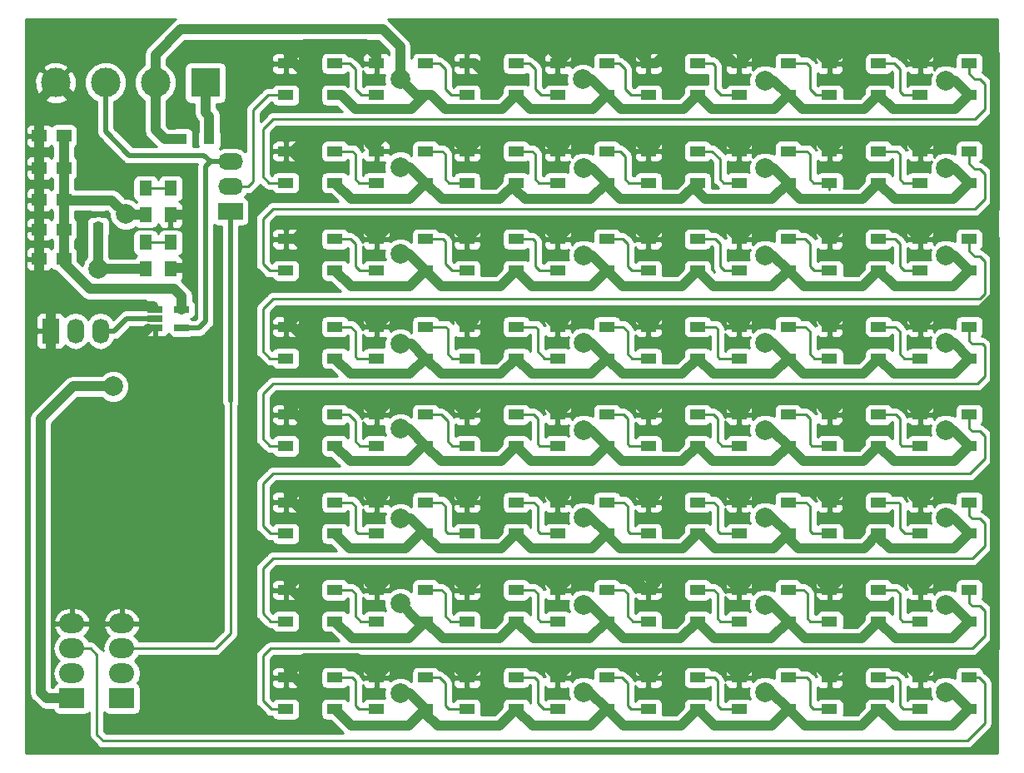
<source format=gbr>
G04 #@! TF.GenerationSoftware,KiCad,Pcbnew,5.0.0-fee4fd1~66~ubuntu18.04.1*
G04 #@! TF.CreationDate,2018-10-08T14:25:46+08:00*
G04 #@! TF.ProjectId,ws2812-stm32-interface,7773323831322D73746D33322D696E74,rev?*
G04 #@! TF.SameCoordinates,Original*
G04 #@! TF.FileFunction,Copper,L1,Top,Signal*
G04 #@! TF.FilePolarity,Positive*
%FSLAX46Y46*%
G04 Gerber Fmt 4.6, Leading zero omitted, Abs format (unit mm)*
G04 Created by KiCad (PCBNEW 5.0.0-fee4fd1~66~ubuntu18.04.1) date Mon Oct  8 14:25:46 2018*
%MOMM*%
%LPD*%
G01*
G04 APERTURE LIST*
G04 #@! TA.AperFunction,SMDPad,CuDef*
%ADD10R,1.300000X1.500000*%
G04 #@! TD*
G04 #@! TA.AperFunction,ComponentPad*
%ADD11O,2.540000X1.700000*%
G04 #@! TD*
G04 #@! TA.AperFunction,ComponentPad*
%ADD12R,2.500000X1.700000*%
G04 #@! TD*
G04 #@! TA.AperFunction,ComponentPad*
%ADD13R,2.540000X2.000000*%
G04 #@! TD*
G04 #@! TA.AperFunction,ComponentPad*
%ADD14O,2.540000X2.000000*%
G04 #@! TD*
G04 #@! TA.AperFunction,SMDPad,CuDef*
%ADD15R,1.600000X1.000000*%
G04 #@! TD*
G04 #@! TA.AperFunction,ComponentPad*
%ADD16C,3.000000*%
G04 #@! TD*
G04 #@! TA.AperFunction,ComponentPad*
%ADD17R,3.000000X3.000000*%
G04 #@! TD*
G04 #@! TA.AperFunction,SMDPad,CuDef*
%ADD18R,1.500000X1.250000*%
G04 #@! TD*
G04 #@! TA.AperFunction,SMDPad,CuDef*
%ADD19R,1.100000X1.100000*%
G04 #@! TD*
G04 #@! TA.AperFunction,SMDPad,CuDef*
%ADD20R,1.560000X0.650000*%
G04 #@! TD*
G04 #@! TA.AperFunction,ComponentPad*
%ADD21O,1.700000X2.540000*%
G04 #@! TD*
G04 #@! TA.AperFunction,ComponentPad*
%ADD22R,1.700000X2.500000*%
G04 #@! TD*
G04 #@! TA.AperFunction,ViaPad*
%ADD23C,2.000000*%
G04 #@! TD*
G04 #@! TA.AperFunction,Conductor*
%ADD24C,0.500000*%
G04 #@! TD*
G04 #@! TA.AperFunction,Conductor*
%ADD25C,1.000000*%
G04 #@! TD*
G04 #@! TA.AperFunction,Conductor*
%ADD26C,0.250000*%
G04 #@! TD*
G04 #@! TA.AperFunction,Conductor*
%ADD27C,0.254000*%
G04 #@! TD*
G04 APERTURE END LIST*
D10*
G04 #@! TO.P,LD_O1,1*
G04 #@! TO.N,GND*
X29718000Y-34624000D03*
G04 #@! TO.P,LD_O1,2*
G04 #@! TO.N,Net-(LD_O1-Pad2)*
X29718000Y-31924000D03*
G04 #@! TD*
D11*
G04 #@! TO.P,JP1,3*
G04 #@! TO.N,/PWM_TO_LED*
X35814000Y-29210000D03*
G04 #@! TO.P,JP1,2*
G04 #@! TO.N,/led_array/WS2812_DIN*
X35814000Y-31750000D03*
D12*
G04 #@! TO.P,JP1,1*
G04 #@! TO.N,Net-(J4-Pad3)*
X35814000Y-34290000D03*
G04 #@! TD*
D13*
G04 #@! TO.P,J3,1*
G04 #@! TO.N,V_EXT_LED*
X19685000Y-83820000D03*
D14*
G04 #@! TO.P,J3,2*
G04 #@! TO.N,VCC*
X19685000Y-81280000D03*
G04 #@! TO.P,J3,3*
G04 #@! TO.N,/led_array/WS2812_DOUT*
X19685000Y-78740000D03*
G04 #@! TO.P,J3,4*
G04 #@! TO.N,GND*
X19685000Y-76200000D03*
G04 #@! TD*
G04 #@! TO.P,J4,4*
G04 #@! TO.N,GND*
X24765000Y-76200000D03*
G04 #@! TO.P,J4,3*
G04 #@! TO.N,Net-(J4-Pad3)*
X24765000Y-78740000D03*
G04 #@! TO.P,J4,2*
G04 #@! TO.N,VCC*
X24765000Y-81280000D03*
D13*
G04 #@! TO.P,J4,1*
G04 #@! TO.N,V_EXT_LED*
X24765000Y-83820000D03*
G04 #@! TD*
D15*
G04 #@! TO.P,D7,3*
G04 #@! TO.N,GND*
X96741426Y-19228000D03*
G04 #@! TO.P,D7,4*
G04 #@! TO.N,Net-(D6-Pad2)*
X96741426Y-22428000D03*
G04 #@! TO.P,D7,2*
G04 #@! TO.N,Net-(D7-Pad2)*
X101741426Y-19228000D03*
G04 #@! TO.P,D7,1*
G04 #@! TO.N,VCC*
X101741426Y-22428000D03*
G04 #@! TD*
G04 #@! TO.P,D23,3*
G04 #@! TO.N,GND*
X96741426Y-37080570D03*
G04 #@! TO.P,D23,4*
G04 #@! TO.N,Net-(D22-Pad2)*
X96741426Y-40280570D03*
G04 #@! TO.P,D23,2*
G04 #@! TO.N,Net-(D23-Pad2)*
X101741426Y-37080570D03*
G04 #@! TO.P,D23,1*
G04 #@! TO.N,VCC*
X101741426Y-40280570D03*
G04 #@! TD*
G04 #@! TO.P,D2,1*
G04 #@! TO.N,VCC*
X55658571Y-22428000D03*
G04 #@! TO.P,D2,2*
G04 #@! TO.N,Net-(D2-Pad2)*
X55658571Y-19228000D03*
G04 #@! TO.P,D2,4*
G04 #@! TO.N,Net-(D1-Pad2)*
X50658571Y-22428000D03*
G04 #@! TO.P,D2,3*
G04 #@! TO.N,GND*
X50658571Y-19228000D03*
G04 #@! TD*
G04 #@! TO.P,D17,3*
G04 #@! TO.N,GND*
X41442000Y-37080570D03*
G04 #@! TO.P,D17,4*
G04 #@! TO.N,Net-(D16-Pad2)*
X41442000Y-40280570D03*
G04 #@! TO.P,D17,2*
G04 #@! TO.N,Net-(D17-Pad2)*
X46442000Y-37080570D03*
G04 #@! TO.P,D17,1*
G04 #@! TO.N,VCC*
X46442000Y-40280570D03*
G04 #@! TD*
G04 #@! TO.P,D18,1*
G04 #@! TO.N,VCC*
X55658571Y-40280570D03*
G04 #@! TO.P,D18,2*
G04 #@! TO.N,Net-(D18-Pad2)*
X55658571Y-37080570D03*
G04 #@! TO.P,D18,4*
G04 #@! TO.N,Net-(D17-Pad2)*
X50658571Y-40280570D03*
G04 #@! TO.P,D18,3*
G04 #@! TO.N,GND*
X50658571Y-37080570D03*
G04 #@! TD*
G04 #@! TO.P,D19,3*
G04 #@! TO.N,GND*
X59875142Y-37080570D03*
G04 #@! TO.P,D19,4*
G04 #@! TO.N,Net-(D18-Pad2)*
X59875142Y-40280570D03*
G04 #@! TO.P,D19,2*
G04 #@! TO.N,Net-(D19-Pad2)*
X64875142Y-37080570D03*
G04 #@! TO.P,D19,1*
G04 #@! TO.N,VCC*
X64875142Y-40280570D03*
G04 #@! TD*
G04 #@! TO.P,D20,1*
G04 #@! TO.N,VCC*
X74091713Y-40280570D03*
G04 #@! TO.P,D20,2*
G04 #@! TO.N,Net-(D20-Pad2)*
X74091713Y-37080570D03*
G04 #@! TO.P,D20,4*
G04 #@! TO.N,Net-(D19-Pad2)*
X69091713Y-40280570D03*
G04 #@! TO.P,D20,3*
G04 #@! TO.N,GND*
X69091713Y-37080570D03*
G04 #@! TD*
G04 #@! TO.P,D21,3*
G04 #@! TO.N,GND*
X78308284Y-37080570D03*
G04 #@! TO.P,D21,4*
G04 #@! TO.N,Net-(D20-Pad2)*
X78308284Y-40280570D03*
G04 #@! TO.P,D21,2*
G04 #@! TO.N,Net-(D21-Pad2)*
X83308284Y-37080570D03*
G04 #@! TO.P,D21,1*
G04 #@! TO.N,VCC*
X83308284Y-40280570D03*
G04 #@! TD*
G04 #@! TO.P,D22,1*
G04 #@! TO.N,VCC*
X92524855Y-40280570D03*
G04 #@! TO.P,D22,2*
G04 #@! TO.N,Net-(D22-Pad2)*
X92524855Y-37080570D03*
G04 #@! TO.P,D22,4*
G04 #@! TO.N,Net-(D21-Pad2)*
X87524855Y-40280570D03*
G04 #@! TO.P,D22,3*
G04 #@! TO.N,GND*
X87524855Y-37080570D03*
G04 #@! TD*
G04 #@! TO.P,D24,3*
G04 #@! TO.N,GND*
X105958000Y-37080570D03*
G04 #@! TO.P,D24,4*
G04 #@! TO.N,Net-(D23-Pad2)*
X105958000Y-40280570D03*
G04 #@! TO.P,D24,2*
G04 #@! TO.N,Net-(D24-Pad2)*
X110958000Y-37080570D03*
G04 #@! TO.P,D24,1*
G04 #@! TO.N,VCC*
X110958000Y-40280570D03*
G04 #@! TD*
G04 #@! TO.P,D25,1*
G04 #@! TO.N,VCC*
X46442000Y-49206855D03*
G04 #@! TO.P,D25,2*
G04 #@! TO.N,Net-(D25-Pad2)*
X46442000Y-46006855D03*
G04 #@! TO.P,D25,4*
G04 #@! TO.N,Net-(D24-Pad2)*
X41442000Y-49206855D03*
G04 #@! TO.P,D25,3*
G04 #@! TO.N,GND*
X41442000Y-46006855D03*
G04 #@! TD*
G04 #@! TO.P,D26,3*
G04 #@! TO.N,GND*
X50658571Y-46006855D03*
G04 #@! TO.P,D26,4*
G04 #@! TO.N,Net-(D25-Pad2)*
X50658571Y-49206855D03*
G04 #@! TO.P,D26,2*
G04 #@! TO.N,Net-(D26-Pad2)*
X55658571Y-46006855D03*
G04 #@! TO.P,D26,1*
G04 #@! TO.N,VCC*
X55658571Y-49206855D03*
G04 #@! TD*
G04 #@! TO.P,D27,1*
G04 #@! TO.N,VCC*
X64875142Y-49206855D03*
G04 #@! TO.P,D27,2*
G04 #@! TO.N,Net-(D27-Pad2)*
X64875142Y-46006855D03*
G04 #@! TO.P,D27,4*
G04 #@! TO.N,Net-(D26-Pad2)*
X59875142Y-49206855D03*
G04 #@! TO.P,D27,3*
G04 #@! TO.N,GND*
X59875142Y-46006855D03*
G04 #@! TD*
G04 #@! TO.P,D28,3*
G04 #@! TO.N,GND*
X69091713Y-46006855D03*
G04 #@! TO.P,D28,4*
G04 #@! TO.N,Net-(D27-Pad2)*
X69091713Y-49206855D03*
G04 #@! TO.P,D28,2*
G04 #@! TO.N,Net-(D28-Pad2)*
X74091713Y-46006855D03*
G04 #@! TO.P,D28,1*
G04 #@! TO.N,VCC*
X74091713Y-49206855D03*
G04 #@! TD*
G04 #@! TO.P,D29,1*
G04 #@! TO.N,VCC*
X83308284Y-49206855D03*
G04 #@! TO.P,D29,2*
G04 #@! TO.N,Net-(D29-Pad2)*
X83308284Y-46006855D03*
G04 #@! TO.P,D29,4*
G04 #@! TO.N,Net-(D28-Pad2)*
X78308284Y-49206855D03*
G04 #@! TO.P,D29,3*
G04 #@! TO.N,GND*
X78308284Y-46006855D03*
G04 #@! TD*
G04 #@! TO.P,D32,3*
G04 #@! TO.N,GND*
X105958000Y-46006855D03*
G04 #@! TO.P,D32,4*
G04 #@! TO.N,Net-(D31-Pad2)*
X105958000Y-49206855D03*
G04 #@! TO.P,D32,2*
G04 #@! TO.N,Net-(D32-Pad2)*
X110958000Y-46006855D03*
G04 #@! TO.P,D32,1*
G04 #@! TO.N,VCC*
X110958000Y-49206855D03*
G04 #@! TD*
G04 #@! TO.P,D15,1*
G04 #@! TO.N,VCC*
X101741426Y-31354285D03*
G04 #@! TO.P,D15,2*
G04 #@! TO.N,Net-(D15-Pad2)*
X101741426Y-28154285D03*
G04 #@! TO.P,D15,4*
G04 #@! TO.N,Net-(D14-Pad2)*
X96741426Y-31354285D03*
G04 #@! TO.P,D15,3*
G04 #@! TO.N,GND*
X96741426Y-28154285D03*
G04 #@! TD*
G04 #@! TO.P,D16,3*
G04 #@! TO.N,GND*
X105958000Y-28154285D03*
G04 #@! TO.P,D16,4*
G04 #@! TO.N,Net-(D15-Pad2)*
X105958000Y-31354285D03*
G04 #@! TO.P,D16,2*
G04 #@! TO.N,Net-(D16-Pad2)*
X110958000Y-28154285D03*
G04 #@! TO.P,D16,1*
G04 #@! TO.N,VCC*
X110958000Y-31354285D03*
G04 #@! TD*
G04 #@! TO.P,D1,1*
G04 #@! TO.N,VCC*
X46442000Y-22428000D03*
G04 #@! TO.P,D1,2*
G04 #@! TO.N,Net-(D1-Pad2)*
X46442000Y-19228000D03*
G04 #@! TO.P,D1,4*
G04 #@! TO.N,/led_array/WS2812_DIN*
X41442000Y-22428000D03*
G04 #@! TO.P,D1,3*
G04 #@! TO.N,GND*
X41442000Y-19228000D03*
G04 #@! TD*
G04 #@! TO.P,D3,3*
G04 #@! TO.N,GND*
X59875142Y-19228000D03*
G04 #@! TO.P,D3,4*
G04 #@! TO.N,Net-(D2-Pad2)*
X59875142Y-22428000D03*
G04 #@! TO.P,D3,2*
G04 #@! TO.N,Net-(D3-Pad2)*
X64875142Y-19228000D03*
G04 #@! TO.P,D3,1*
G04 #@! TO.N,VCC*
X64875142Y-22428000D03*
G04 #@! TD*
G04 #@! TO.P,D4,1*
G04 #@! TO.N,VCC*
X74091713Y-22428000D03*
G04 #@! TO.P,D4,2*
G04 #@! TO.N,Net-(D4-Pad2)*
X74091713Y-19228000D03*
G04 #@! TO.P,D4,4*
G04 #@! TO.N,Net-(D3-Pad2)*
X69091713Y-22428000D03*
G04 #@! TO.P,D4,3*
G04 #@! TO.N,GND*
X69091713Y-19228000D03*
G04 #@! TD*
G04 #@! TO.P,D5,3*
G04 #@! TO.N,GND*
X78308284Y-19228000D03*
G04 #@! TO.P,D5,4*
G04 #@! TO.N,Net-(D4-Pad2)*
X78308284Y-22428000D03*
G04 #@! TO.P,D5,2*
G04 #@! TO.N,Net-(D5-Pad2)*
X83308284Y-19228000D03*
G04 #@! TO.P,D5,1*
G04 #@! TO.N,VCC*
X83308284Y-22428000D03*
G04 #@! TD*
G04 #@! TO.P,D6,1*
G04 #@! TO.N,VCC*
X92524855Y-22428000D03*
G04 #@! TO.P,D6,2*
G04 #@! TO.N,Net-(D6-Pad2)*
X92524855Y-19228000D03*
G04 #@! TO.P,D6,4*
G04 #@! TO.N,Net-(D5-Pad2)*
X87524855Y-22428000D03*
G04 #@! TO.P,D6,3*
G04 #@! TO.N,GND*
X87524855Y-19228000D03*
G04 #@! TD*
G04 #@! TO.P,D8,1*
G04 #@! TO.N,VCC*
X110958000Y-22428000D03*
G04 #@! TO.P,D8,2*
G04 #@! TO.N,Net-(D8-Pad2)*
X110958000Y-19228000D03*
G04 #@! TO.P,D8,4*
G04 #@! TO.N,Net-(D7-Pad2)*
X105958000Y-22428000D03*
G04 #@! TO.P,D8,3*
G04 #@! TO.N,GND*
X105958000Y-19228000D03*
G04 #@! TD*
G04 #@! TO.P,D9,3*
G04 #@! TO.N,GND*
X41442000Y-28154285D03*
G04 #@! TO.P,D9,4*
G04 #@! TO.N,Net-(D8-Pad2)*
X41442000Y-31354285D03*
G04 #@! TO.P,D9,2*
G04 #@! TO.N,Net-(D10-Pad4)*
X46442000Y-28154285D03*
G04 #@! TO.P,D9,1*
G04 #@! TO.N,VCC*
X46442000Y-31354285D03*
G04 #@! TD*
G04 #@! TO.P,D10,1*
G04 #@! TO.N,VCC*
X55658571Y-31354285D03*
G04 #@! TO.P,D10,2*
G04 #@! TO.N,Net-(D10-Pad2)*
X55658571Y-28154285D03*
G04 #@! TO.P,D10,4*
G04 #@! TO.N,Net-(D10-Pad4)*
X50658571Y-31354285D03*
G04 #@! TO.P,D10,3*
G04 #@! TO.N,GND*
X50658571Y-28154285D03*
G04 #@! TD*
G04 #@! TO.P,D11,3*
G04 #@! TO.N,GND*
X59875142Y-28154285D03*
G04 #@! TO.P,D11,4*
G04 #@! TO.N,Net-(D10-Pad2)*
X59875142Y-31354285D03*
G04 #@! TO.P,D11,2*
G04 #@! TO.N,Net-(D11-Pad2)*
X64875142Y-28154285D03*
G04 #@! TO.P,D11,1*
G04 #@! TO.N,VCC*
X64875142Y-31354285D03*
G04 #@! TD*
G04 #@! TO.P,D12,1*
G04 #@! TO.N,VCC*
X74091713Y-31354285D03*
G04 #@! TO.P,D12,2*
G04 #@! TO.N,Net-(D12-Pad2)*
X74091713Y-28154285D03*
G04 #@! TO.P,D12,4*
G04 #@! TO.N,Net-(D11-Pad2)*
X69091713Y-31354285D03*
G04 #@! TO.P,D12,3*
G04 #@! TO.N,GND*
X69091713Y-28154285D03*
G04 #@! TD*
G04 #@! TO.P,D13,3*
G04 #@! TO.N,GND*
X78308284Y-28154285D03*
G04 #@! TO.P,D13,4*
G04 #@! TO.N,Net-(D12-Pad2)*
X78308284Y-31354285D03*
G04 #@! TO.P,D13,2*
G04 #@! TO.N,Net-(D13-Pad2)*
X83308284Y-28154285D03*
G04 #@! TO.P,D13,1*
G04 #@! TO.N,VCC*
X83308284Y-31354285D03*
G04 #@! TD*
G04 #@! TO.P,D64,1*
G04 #@! TO.N,VCC*
X110958000Y-84912000D03*
G04 #@! TO.P,D64,2*
G04 #@! TO.N,/led_array/WS2812_DOUT*
X110958000Y-81712000D03*
G04 #@! TO.P,D64,4*
G04 #@! TO.N,Net-(D63-Pad2)*
X105958000Y-84912000D03*
G04 #@! TO.P,D64,3*
G04 #@! TO.N,GND*
X105958000Y-81712000D03*
G04 #@! TD*
G04 #@! TO.P,D14,3*
G04 #@! TO.N,GND*
X87524855Y-28154285D03*
G04 #@! TO.P,D14,4*
G04 #@! TO.N,Net-(D13-Pad2)*
X87524855Y-31354285D03*
G04 #@! TO.P,D14,2*
G04 #@! TO.N,Net-(D14-Pad2)*
X92524855Y-28154285D03*
G04 #@! TO.P,D14,1*
G04 #@! TO.N,VCC*
X92524855Y-31354285D03*
G04 #@! TD*
G04 #@! TO.P,D30,1*
G04 #@! TO.N,VCC*
X92524855Y-49206855D03*
G04 #@! TO.P,D30,2*
G04 #@! TO.N,Net-(D30-Pad2)*
X92524855Y-46006855D03*
G04 #@! TO.P,D30,4*
G04 #@! TO.N,Net-(D29-Pad2)*
X87524855Y-49206855D03*
G04 #@! TO.P,D30,3*
G04 #@! TO.N,GND*
X87524855Y-46006855D03*
G04 #@! TD*
G04 #@! TO.P,D55,1*
G04 #@! TO.N,VCC*
X101741426Y-75985710D03*
G04 #@! TO.P,D55,2*
G04 #@! TO.N,Net-(D55-Pad2)*
X101741426Y-72785710D03*
G04 #@! TO.P,D55,4*
G04 #@! TO.N,Net-(D54-Pad2)*
X96741426Y-75985710D03*
G04 #@! TO.P,D55,3*
G04 #@! TO.N,GND*
X96741426Y-72785710D03*
G04 #@! TD*
G04 #@! TO.P,D34,1*
G04 #@! TO.N,VCC*
X55658571Y-58133140D03*
G04 #@! TO.P,D34,2*
G04 #@! TO.N,Net-(D34-Pad2)*
X55658571Y-54933140D03*
G04 #@! TO.P,D34,4*
G04 #@! TO.N,Net-(D33-Pad2)*
X50658571Y-58133140D03*
G04 #@! TO.P,D34,3*
G04 #@! TO.N,GND*
X50658571Y-54933140D03*
G04 #@! TD*
G04 #@! TO.P,D49,1*
G04 #@! TO.N,VCC*
X46442000Y-75985710D03*
G04 #@! TO.P,D49,2*
G04 #@! TO.N,Net-(D49-Pad2)*
X46442000Y-72785710D03*
G04 #@! TO.P,D49,4*
G04 #@! TO.N,Net-(D48-Pad2)*
X41442000Y-75985710D03*
G04 #@! TO.P,D49,3*
G04 #@! TO.N,GND*
X41442000Y-72785710D03*
G04 #@! TD*
G04 #@! TO.P,D50,3*
G04 #@! TO.N,GND*
X50658571Y-72785710D03*
G04 #@! TO.P,D50,4*
G04 #@! TO.N,Net-(D49-Pad2)*
X50658571Y-75985710D03*
G04 #@! TO.P,D50,2*
G04 #@! TO.N,Net-(D50-Pad2)*
X55658571Y-72785710D03*
G04 #@! TO.P,D50,1*
G04 #@! TO.N,VCC*
X55658571Y-75985710D03*
G04 #@! TD*
G04 #@! TO.P,D51,1*
G04 #@! TO.N,VCC*
X64875142Y-75985710D03*
G04 #@! TO.P,D51,2*
G04 #@! TO.N,Net-(D51-Pad2)*
X64875142Y-72785710D03*
G04 #@! TO.P,D51,4*
G04 #@! TO.N,Net-(D50-Pad2)*
X59875142Y-75985710D03*
G04 #@! TO.P,D51,3*
G04 #@! TO.N,GND*
X59875142Y-72785710D03*
G04 #@! TD*
G04 #@! TO.P,D52,3*
G04 #@! TO.N,GND*
X69091713Y-72785710D03*
G04 #@! TO.P,D52,4*
G04 #@! TO.N,Net-(D51-Pad2)*
X69091713Y-75985710D03*
G04 #@! TO.P,D52,2*
G04 #@! TO.N,Net-(D52-Pad2)*
X74091713Y-72785710D03*
G04 #@! TO.P,D52,1*
G04 #@! TO.N,VCC*
X74091713Y-75985710D03*
G04 #@! TD*
G04 #@! TO.P,D53,1*
G04 #@! TO.N,VCC*
X83308284Y-75985710D03*
G04 #@! TO.P,D53,2*
G04 #@! TO.N,Net-(D53-Pad2)*
X83308284Y-72785710D03*
G04 #@! TO.P,D53,4*
G04 #@! TO.N,Net-(D52-Pad2)*
X78308284Y-75985710D03*
G04 #@! TO.P,D53,3*
G04 #@! TO.N,GND*
X78308284Y-72785710D03*
G04 #@! TD*
G04 #@! TO.P,D54,3*
G04 #@! TO.N,GND*
X87524855Y-72785710D03*
G04 #@! TO.P,D54,4*
G04 #@! TO.N,Net-(D53-Pad2)*
X87524855Y-75985710D03*
G04 #@! TO.P,D54,2*
G04 #@! TO.N,Net-(D54-Pad2)*
X92524855Y-72785710D03*
G04 #@! TO.P,D54,1*
G04 #@! TO.N,VCC*
X92524855Y-75985710D03*
G04 #@! TD*
G04 #@! TO.P,D56,1*
G04 #@! TO.N,VCC*
X110958000Y-75985710D03*
G04 #@! TO.P,D56,2*
G04 #@! TO.N,Net-(D56-Pad2)*
X110958000Y-72785710D03*
G04 #@! TO.P,D56,4*
G04 #@! TO.N,Net-(D55-Pad2)*
X105958000Y-75985710D03*
G04 #@! TO.P,D56,3*
G04 #@! TO.N,GND*
X105958000Y-72785710D03*
G04 #@! TD*
G04 #@! TO.P,D57,1*
G04 #@! TO.N,VCC*
X46442000Y-84912000D03*
G04 #@! TO.P,D57,2*
G04 #@! TO.N,Net-(D57-Pad2)*
X46442000Y-81712000D03*
G04 #@! TO.P,D57,4*
G04 #@! TO.N,Net-(D56-Pad2)*
X41442000Y-84912000D03*
G04 #@! TO.P,D57,3*
G04 #@! TO.N,GND*
X41442000Y-81712000D03*
G04 #@! TD*
G04 #@! TO.P,D58,3*
G04 #@! TO.N,GND*
X50658571Y-81712000D03*
G04 #@! TO.P,D58,4*
G04 #@! TO.N,Net-(D57-Pad2)*
X50658571Y-84912000D03*
G04 #@! TO.P,D58,2*
G04 #@! TO.N,Net-(D58-Pad2)*
X55658571Y-81712000D03*
G04 #@! TO.P,D58,1*
G04 #@! TO.N,VCC*
X55658571Y-84912000D03*
G04 #@! TD*
G04 #@! TO.P,D59,1*
G04 #@! TO.N,VCC*
X64875142Y-84912000D03*
G04 #@! TO.P,D59,2*
G04 #@! TO.N,Net-(D59-Pad2)*
X64875142Y-81712000D03*
G04 #@! TO.P,D59,4*
G04 #@! TO.N,Net-(D58-Pad2)*
X59875142Y-84912000D03*
G04 #@! TO.P,D59,3*
G04 #@! TO.N,GND*
X59875142Y-81712000D03*
G04 #@! TD*
G04 #@! TO.P,D60,3*
G04 #@! TO.N,GND*
X69091713Y-81712000D03*
G04 #@! TO.P,D60,4*
G04 #@! TO.N,Net-(D59-Pad2)*
X69091713Y-84912000D03*
G04 #@! TO.P,D60,2*
G04 #@! TO.N,Net-(D60-Pad2)*
X74091713Y-81712000D03*
G04 #@! TO.P,D60,1*
G04 #@! TO.N,VCC*
X74091713Y-84912000D03*
G04 #@! TD*
G04 #@! TO.P,D61,1*
G04 #@! TO.N,VCC*
X83308284Y-84912000D03*
G04 #@! TO.P,D61,2*
G04 #@! TO.N,Net-(D61-Pad2)*
X83308284Y-81712000D03*
G04 #@! TO.P,D61,4*
G04 #@! TO.N,Net-(D60-Pad2)*
X78308284Y-84912000D03*
G04 #@! TO.P,D61,3*
G04 #@! TO.N,GND*
X78308284Y-81712000D03*
G04 #@! TD*
G04 #@! TO.P,D63,3*
G04 #@! TO.N,GND*
X96741426Y-81712000D03*
G04 #@! TO.P,D63,4*
G04 #@! TO.N,Net-(D62-Pad2)*
X96741426Y-84912000D03*
G04 #@! TO.P,D63,2*
G04 #@! TO.N,Net-(D63-Pad2)*
X101741426Y-81712000D03*
G04 #@! TO.P,D63,1*
G04 #@! TO.N,VCC*
X101741426Y-84912000D03*
G04 #@! TD*
G04 #@! TO.P,D31,1*
G04 #@! TO.N,VCC*
X101741426Y-49206855D03*
G04 #@! TO.P,D31,2*
G04 #@! TO.N,Net-(D31-Pad2)*
X101741426Y-46006855D03*
G04 #@! TO.P,D31,4*
G04 #@! TO.N,Net-(D30-Pad2)*
X96741426Y-49206855D03*
G04 #@! TO.P,D31,3*
G04 #@! TO.N,GND*
X96741426Y-46006855D03*
G04 #@! TD*
G04 #@! TO.P,D47,1*
G04 #@! TO.N,VCC*
X101741426Y-67059425D03*
G04 #@! TO.P,D47,2*
G04 #@! TO.N,Net-(D47-Pad2)*
X101741426Y-63859425D03*
G04 #@! TO.P,D47,4*
G04 #@! TO.N,Net-(D46-Pad2)*
X96741426Y-67059425D03*
G04 #@! TO.P,D47,3*
G04 #@! TO.N,GND*
X96741426Y-63859425D03*
G04 #@! TD*
G04 #@! TO.P,D48,1*
G04 #@! TO.N,VCC*
X110958000Y-67059425D03*
G04 #@! TO.P,D48,2*
G04 #@! TO.N,Net-(D48-Pad2)*
X110958000Y-63859425D03*
G04 #@! TO.P,D48,4*
G04 #@! TO.N,Net-(D47-Pad2)*
X105958000Y-67059425D03*
G04 #@! TO.P,D48,3*
G04 #@! TO.N,GND*
X105958000Y-63859425D03*
G04 #@! TD*
G04 #@! TO.P,D33,3*
G04 #@! TO.N,GND*
X41442000Y-54933140D03*
G04 #@! TO.P,D33,4*
G04 #@! TO.N,Net-(D32-Pad2)*
X41442000Y-58133140D03*
G04 #@! TO.P,D33,2*
G04 #@! TO.N,Net-(D33-Pad2)*
X46442000Y-54933140D03*
G04 #@! TO.P,D33,1*
G04 #@! TO.N,VCC*
X46442000Y-58133140D03*
G04 #@! TD*
G04 #@! TO.P,D46,1*
G04 #@! TO.N,VCC*
X92524855Y-67059425D03*
G04 #@! TO.P,D46,2*
G04 #@! TO.N,Net-(D46-Pad2)*
X92524855Y-63859425D03*
G04 #@! TO.P,D46,4*
G04 #@! TO.N,Net-(D45-Pad2)*
X87524855Y-67059425D03*
G04 #@! TO.P,D46,3*
G04 #@! TO.N,GND*
X87524855Y-63859425D03*
G04 #@! TD*
G04 #@! TO.P,D45,3*
G04 #@! TO.N,GND*
X78308284Y-63859425D03*
G04 #@! TO.P,D45,4*
G04 #@! TO.N,Net-(D44-Pad2)*
X78308284Y-67059425D03*
G04 #@! TO.P,D45,2*
G04 #@! TO.N,Net-(D45-Pad2)*
X83308284Y-63859425D03*
G04 #@! TO.P,D45,1*
G04 #@! TO.N,VCC*
X83308284Y-67059425D03*
G04 #@! TD*
G04 #@! TO.P,D44,1*
G04 #@! TO.N,VCC*
X74091713Y-67059425D03*
G04 #@! TO.P,D44,2*
G04 #@! TO.N,Net-(D44-Pad2)*
X74091713Y-63859425D03*
G04 #@! TO.P,D44,4*
G04 #@! TO.N,Net-(D43-Pad2)*
X69091713Y-67059425D03*
G04 #@! TO.P,D44,3*
G04 #@! TO.N,GND*
X69091713Y-63859425D03*
G04 #@! TD*
G04 #@! TO.P,D43,3*
G04 #@! TO.N,GND*
X59875142Y-63859425D03*
G04 #@! TO.P,D43,4*
G04 #@! TO.N,Net-(D42-Pad2)*
X59875142Y-67059425D03*
G04 #@! TO.P,D43,2*
G04 #@! TO.N,Net-(D43-Pad2)*
X64875142Y-63859425D03*
G04 #@! TO.P,D43,1*
G04 #@! TO.N,VCC*
X64875142Y-67059425D03*
G04 #@! TD*
G04 #@! TO.P,D42,1*
G04 #@! TO.N,VCC*
X55658571Y-67059425D03*
G04 #@! TO.P,D42,2*
G04 #@! TO.N,Net-(D42-Pad2)*
X55658571Y-63859425D03*
G04 #@! TO.P,D42,4*
G04 #@! TO.N,Net-(D41-Pad2)*
X50658571Y-67059425D03*
G04 #@! TO.P,D42,3*
G04 #@! TO.N,GND*
X50658571Y-63859425D03*
G04 #@! TD*
G04 #@! TO.P,D41,3*
G04 #@! TO.N,GND*
X41442000Y-63859425D03*
G04 #@! TO.P,D41,4*
G04 #@! TO.N,Net-(D40-Pad2)*
X41442000Y-67059425D03*
G04 #@! TO.P,D41,2*
G04 #@! TO.N,Net-(D41-Pad2)*
X46442000Y-63859425D03*
G04 #@! TO.P,D41,1*
G04 #@! TO.N,VCC*
X46442000Y-67059425D03*
G04 #@! TD*
G04 #@! TO.P,D40,1*
G04 #@! TO.N,VCC*
X110958000Y-58133140D03*
G04 #@! TO.P,D40,2*
G04 #@! TO.N,Net-(D40-Pad2)*
X110958000Y-54933140D03*
G04 #@! TO.P,D40,4*
G04 #@! TO.N,Net-(D39-Pad2)*
X105958000Y-58133140D03*
G04 #@! TO.P,D40,3*
G04 #@! TO.N,GND*
X105958000Y-54933140D03*
G04 #@! TD*
G04 #@! TO.P,D39,3*
G04 #@! TO.N,GND*
X96741426Y-54933140D03*
G04 #@! TO.P,D39,4*
G04 #@! TO.N,Net-(D38-Pad2)*
X96741426Y-58133140D03*
G04 #@! TO.P,D39,2*
G04 #@! TO.N,Net-(D39-Pad2)*
X101741426Y-54933140D03*
G04 #@! TO.P,D39,1*
G04 #@! TO.N,VCC*
X101741426Y-58133140D03*
G04 #@! TD*
G04 #@! TO.P,D38,1*
G04 #@! TO.N,VCC*
X92524855Y-58133140D03*
G04 #@! TO.P,D38,2*
G04 #@! TO.N,Net-(D38-Pad2)*
X92524855Y-54933140D03*
G04 #@! TO.P,D38,4*
G04 #@! TO.N,Net-(D37-Pad2)*
X87524855Y-58133140D03*
G04 #@! TO.P,D38,3*
G04 #@! TO.N,GND*
X87524855Y-54933140D03*
G04 #@! TD*
G04 #@! TO.P,D37,3*
G04 #@! TO.N,GND*
X78308284Y-54933140D03*
G04 #@! TO.P,D37,4*
G04 #@! TO.N,Net-(D36-Pad2)*
X78308284Y-58133140D03*
G04 #@! TO.P,D37,2*
G04 #@! TO.N,Net-(D37-Pad2)*
X83308284Y-54933140D03*
G04 #@! TO.P,D37,1*
G04 #@! TO.N,VCC*
X83308284Y-58133140D03*
G04 #@! TD*
G04 #@! TO.P,D36,1*
G04 #@! TO.N,VCC*
X74091713Y-58133140D03*
G04 #@! TO.P,D36,2*
G04 #@! TO.N,Net-(D36-Pad2)*
X74091713Y-54933140D03*
G04 #@! TO.P,D36,4*
G04 #@! TO.N,Net-(D35-Pad2)*
X69091713Y-58133140D03*
G04 #@! TO.P,D36,3*
G04 #@! TO.N,GND*
X69091713Y-54933140D03*
G04 #@! TD*
G04 #@! TO.P,D62,3*
G04 #@! TO.N,GND*
X87524855Y-81712000D03*
G04 #@! TO.P,D62,4*
G04 #@! TO.N,Net-(D61-Pad2)*
X87524855Y-84912000D03*
G04 #@! TO.P,D62,2*
G04 #@! TO.N,Net-(D62-Pad2)*
X92524855Y-81712000D03*
G04 #@! TO.P,D62,1*
G04 #@! TO.N,VCC*
X92524855Y-84912000D03*
G04 #@! TD*
G04 #@! TO.P,D35,1*
G04 #@! TO.N,VCC*
X64875142Y-58133140D03*
G04 #@! TO.P,D35,2*
G04 #@! TO.N,Net-(D35-Pad2)*
X64875142Y-54933140D03*
G04 #@! TO.P,D35,4*
G04 #@! TO.N,Net-(D34-Pad2)*
X59875142Y-58133140D03*
G04 #@! TO.P,D35,3*
G04 #@! TO.N,GND*
X59875142Y-54933140D03*
G04 #@! TD*
D16*
G04 #@! TO.P,J2,4*
G04 #@! TO.N,GND*
X18020760Y-21174571D03*
D17*
G04 #@! TO.P,J2,1*
G04 #@! TO.N,V_EXT_LED*
X33260760Y-21174571D03*
D16*
G04 #@! TO.P,J2,3*
G04 #@! TO.N,/PWM_TO_LED*
X23100760Y-21174571D03*
G04 #@! TO.P,J2,2*
G04 #@! TO.N,VCC*
X28180760Y-21174571D03*
G04 #@! TD*
D18*
G04 #@! TO.P,C5,2*
G04 #@! TO.N,GND*
X16373328Y-39086869D03*
G04 #@! TO.P,C5,1*
G04 #@! TO.N,VCC*
X18873328Y-39086869D03*
G04 #@! TD*
G04 #@! TO.P,C4,1*
G04 #@! TO.N,VCC*
X18873328Y-36086869D03*
G04 #@! TO.P,C4,2*
G04 #@! TO.N,GND*
X16373328Y-36086869D03*
G04 #@! TD*
G04 #@! TO.P,C3,2*
G04 #@! TO.N,GND*
X16373328Y-33086869D03*
G04 #@! TO.P,C3,1*
G04 #@! TO.N,VCC*
X18873328Y-33086869D03*
G04 #@! TD*
G04 #@! TO.P,C2,1*
G04 #@! TO.N,VCC*
X18873328Y-29836869D03*
G04 #@! TO.P,C2,2*
G04 #@! TO.N,GND*
X16373328Y-29836869D03*
G04 #@! TD*
G04 #@! TO.P,C1,2*
G04 #@! TO.N,GND*
X16373328Y-26586869D03*
G04 #@! TO.P,C1,1*
G04 #@! TO.N,VCC*
X18873328Y-26586869D03*
G04 #@! TD*
D19*
G04 #@! TO.P,ZD2,1*
G04 #@! TO.N,VCC*
X30860760Y-26924571D03*
G04 #@! TO.P,ZD2,2*
G04 #@! TO.N,V_EXT_LED*
X33660760Y-26924571D03*
G04 #@! TD*
G04 #@! TO.P,ZD1,2*
G04 #@! TO.N,+5V*
X22352000Y-35944000D03*
G04 #@! TO.P,ZD1,1*
G04 #@! TO.N,VCC*
X22352000Y-33144000D03*
G04 #@! TD*
D10*
G04 #@! TO.P,LD_G1,2*
G04 #@! TO.N,Net-(LD_G1-Pad2)*
X29718000Y-37432000D03*
G04 #@! TO.P,LD_G1,1*
G04 #@! TO.N,GND*
X29718000Y-40132000D03*
G04 #@! TD*
G04 #@! TO.P,R2,1*
G04 #@! TO.N,VCC*
X27178000Y-34624000D03*
G04 #@! TO.P,R2,2*
G04 #@! TO.N,Net-(LD_O1-Pad2)*
X27178000Y-31924000D03*
G04 #@! TD*
G04 #@! TO.P,R1,2*
G04 #@! TO.N,Net-(LD_G1-Pad2)*
X27178000Y-37432000D03*
G04 #@! TO.P,R1,1*
G04 #@! TO.N,+5V*
X27178000Y-40132000D03*
G04 #@! TD*
D20*
G04 #@! TO.P,U1,5*
G04 #@! TO.N,VCC*
X30860760Y-44224571D03*
G04 #@! TO.P,U1,4*
G04 #@! TO.N,/PWM_TO_LED*
X30860760Y-46124571D03*
G04 #@! TO.P,U1,3*
G04 #@! TO.N,GND*
X28160760Y-46124571D03*
G04 #@! TO.P,U1,2*
G04 #@! TO.N,/MCU_LED_PWM*
X28160760Y-45174571D03*
G04 #@! TO.P,U1,1*
G04 #@! TO.N,GND*
X28160760Y-44224571D03*
G04 #@! TD*
D21*
G04 #@! TO.P,J1,3*
G04 #@! TO.N,/MCU_LED_PWM*
X22590760Y-46424571D03*
G04 #@! TO.P,J1,2*
G04 #@! TO.N,+5V*
X20050760Y-46424571D03*
D22*
G04 #@! TO.P,J1,1*
G04 #@! TO.N,GND*
X17510760Y-46424571D03*
G04 #@! TD*
D23*
G04 #@! TO.N,+5V*
X22352000Y-40132000D03*
G04 #@! TO.N,GND*
X43942000Y-20828000D03*
X62230000Y-20828000D03*
X43942000Y-29972000D03*
X43942000Y-83312000D03*
X43942000Y-74676000D03*
X43942000Y-65532000D03*
X43942000Y-56388000D03*
X43942000Y-47752000D03*
X43942000Y-38608000D03*
X62230000Y-56515000D03*
X80645000Y-56515000D03*
X99060000Y-56515000D03*
X62230000Y-38735000D03*
X80645000Y-38735000D03*
X99060000Y-38735000D03*
X62230000Y-74295000D03*
X80645000Y-74295000D03*
X99060000Y-74295000D03*
G04 #@! TO.N,VCC*
X71628000Y-20828000D03*
X53086000Y-20828000D03*
X53086000Y-29754285D03*
X53086000Y-83312000D03*
X53086000Y-38608000D03*
X53086000Y-47752000D03*
X53086000Y-56388000D03*
X53086000Y-65532000D03*
X53086000Y-74168000D03*
X71755000Y-29845000D03*
X71755000Y-38735000D03*
X71755000Y-47625000D03*
X71755000Y-56515000D03*
X71755000Y-65405000D03*
X71755000Y-74295000D03*
X71755000Y-83185000D03*
X90170000Y-20955000D03*
X108585000Y-20955000D03*
X90170000Y-29845000D03*
X90170000Y-38735000D03*
X90170000Y-47625000D03*
X90170000Y-56515000D03*
X90170000Y-65405000D03*
X90170000Y-74295000D03*
X90170000Y-83185000D03*
X108585000Y-29845000D03*
X108585000Y-38735000D03*
X108585000Y-47625000D03*
X108585000Y-56515000D03*
X108585000Y-65405000D03*
X108585000Y-74295000D03*
X108585000Y-83185000D03*
X25146000Y-34544000D03*
G04 #@! TO.N,V_EXT_LED*
X23876000Y-52070000D03*
G04 #@! TD*
D24*
G04 #@! TO.N,/MCU_LED_PWM*
X22760760Y-46299572D02*
X22660760Y-46199572D01*
X22590760Y-46424571D02*
X23760760Y-46424571D01*
X22590760Y-46424571D02*
X24010760Y-46424571D01*
X25260760Y-45174571D02*
X28160760Y-45174571D01*
X24010760Y-46424571D02*
X25260760Y-45174571D01*
D25*
G04 #@! TO.N,+5V*
X24257000Y-40132000D02*
X27178000Y-40132000D01*
X22352000Y-40132000D02*
X24257000Y-40132000D01*
X22352000Y-40132000D02*
X22352000Y-35820000D01*
G04 #@! TO.N,GND*
X16373328Y-39086869D02*
X16373328Y-36086869D01*
X16373328Y-36086869D02*
X16373328Y-33086869D01*
X16373328Y-33086869D02*
X16373328Y-29836869D01*
X16373328Y-29836869D02*
X16373328Y-26586869D01*
X16373328Y-39086869D02*
X16373328Y-41537139D01*
X17510760Y-42674571D02*
X16373328Y-41537139D01*
X17510760Y-46424571D02*
X17510760Y-47924571D01*
D24*
X27485759Y-46199572D02*
X28160760Y-46199572D01*
D25*
X17510760Y-43924571D02*
X27935761Y-43924571D01*
X17510760Y-43924571D02*
X17510760Y-42674571D01*
D24*
X27935761Y-43924571D02*
X28160760Y-44149570D01*
D25*
X17510760Y-46424571D02*
X17510760Y-43924571D01*
X62230000Y-20828000D02*
X62230000Y-18288000D01*
X62230000Y-18288000D02*
X63246000Y-17272000D01*
X63246000Y-17272000D02*
X67818000Y-17272000D01*
X69091713Y-18545713D02*
X69091713Y-19228000D01*
X67818000Y-17272000D02*
X69091713Y-18545713D01*
X41402000Y-28114285D02*
X41442000Y-28154285D01*
X42418000Y-81788000D02*
X43942000Y-83312000D01*
X41442000Y-81712000D02*
X42342000Y-81712000D01*
X42342000Y-81712000D02*
X42418000Y-81788000D01*
X42418000Y-73152000D02*
X43942000Y-74676000D01*
X41442000Y-72785710D02*
X42051710Y-72785710D01*
X42051710Y-72785710D02*
X42418000Y-73152000D01*
X42269425Y-63859425D02*
X43942000Y-65532000D01*
X41442000Y-63859425D02*
X42269425Y-63859425D01*
X42487140Y-54933140D02*
X43942000Y-56388000D01*
X41442000Y-54933140D02*
X42487140Y-54933140D01*
X49022000Y-26416000D02*
X50658571Y-28052571D01*
X43942000Y-26416000D02*
X49022000Y-26416000D01*
X50658571Y-28052571D02*
X50658571Y-28154285D01*
X41442000Y-28154285D02*
X42203715Y-28154285D01*
X42203715Y-28154285D02*
X43942000Y-26416000D01*
X50658571Y-28154285D02*
X50658571Y-27319429D01*
X50658571Y-27319429D02*
X51562000Y-26416000D01*
X58136857Y-26416000D02*
X59875142Y-28154285D01*
X51562000Y-26416000D02*
X58136857Y-26416000D01*
X50658571Y-72785710D02*
X50658571Y-72756571D01*
X50658571Y-72756571D02*
X49022000Y-71120000D01*
X43107710Y-71120000D02*
X41442000Y-72785710D01*
X49022000Y-71120000D02*
X43107710Y-71120000D01*
X43398000Y-17272000D02*
X41442000Y-19228000D01*
X50658571Y-18400571D02*
X49530000Y-17272000D01*
X49530000Y-17272000D02*
X43398000Y-17272000D01*
X50658571Y-19228000D02*
X50658571Y-18400571D01*
X42342000Y-19228000D02*
X43942000Y-20828000D01*
X41442000Y-19228000D02*
X42342000Y-19228000D01*
X78308284Y-19228000D02*
X78308284Y-19126284D01*
X78308284Y-19126284D02*
X76454000Y-17272000D01*
X71047713Y-17272000D02*
X69091713Y-19228000D01*
X76454000Y-17272000D02*
X71047713Y-17272000D01*
X87524855Y-19228000D02*
X87046000Y-19228000D01*
X85090000Y-17272000D02*
X81026000Y-17272000D01*
X87046000Y-19228000D02*
X85090000Y-17272000D01*
X79070000Y-19228000D02*
X81026000Y-17272000D01*
X78308284Y-19228000D02*
X79070000Y-19228000D01*
X96741426Y-19228000D02*
X96698000Y-19228000D01*
X96698000Y-19228000D02*
X94742000Y-17272000D01*
X89480855Y-17272000D02*
X87524855Y-19228000D01*
X94742000Y-17272000D02*
X89480855Y-17272000D01*
X105958000Y-19228000D02*
X105842000Y-19228000D01*
X105842000Y-19228000D02*
X104394000Y-17780000D01*
X98189426Y-17780000D02*
X96741426Y-19228000D01*
X104394000Y-17780000D02*
X98189426Y-17780000D01*
X60630000Y-19228000D02*
X62230000Y-20828000D01*
X59875142Y-19228000D02*
X60630000Y-19228000D01*
X107406000Y-17780000D02*
X105958000Y-19228000D01*
X107696285Y-26416000D02*
X112014000Y-26416000D01*
X105958000Y-28154285D02*
X107696285Y-26416000D01*
X113538000Y-18288000D02*
X113030000Y-17780000D01*
X112014000Y-26416000D02*
X113538000Y-24892000D01*
X113538000Y-24892000D02*
X113538000Y-18288000D01*
X113030000Y-17780000D02*
X107406000Y-17780000D01*
X67353428Y-26416000D02*
X69091713Y-28154285D01*
X61613427Y-26416000D02*
X67353428Y-26416000D01*
X59875142Y-28154285D02*
X61613427Y-26416000D01*
X76569999Y-26416000D02*
X78308284Y-28154285D01*
X70829998Y-26416000D02*
X76569999Y-26416000D01*
X69091713Y-28154285D02*
X70829998Y-26416000D01*
X85786570Y-26416000D02*
X87524855Y-28154285D01*
X80046569Y-26416000D02*
X85786570Y-26416000D01*
X78308284Y-28154285D02*
X80046569Y-26416000D01*
X95003141Y-26416000D02*
X96741426Y-28154285D01*
X89263140Y-26416000D02*
X95003141Y-26416000D01*
X87524855Y-28154285D02*
X89263140Y-26416000D01*
X98479711Y-26416000D02*
X96741426Y-28154285D01*
X104219715Y-26416000D02*
X105958000Y-28154285D01*
X98479711Y-26416000D02*
X104219715Y-26416000D01*
X113538000Y-24892000D02*
X113538000Y-34036000D01*
X113538000Y-34036000D02*
X112014000Y-35560000D01*
X107478570Y-35560000D02*
X105958000Y-37080570D01*
X112014000Y-35560000D02*
X107478570Y-35560000D01*
X104394000Y-35560000D02*
X98261996Y-35560000D01*
X105914570Y-37080570D02*
X104394000Y-35560000D01*
X98261996Y-35560000D02*
X96741426Y-37080570D01*
X105958000Y-37080570D02*
X105914570Y-37080570D01*
X89045425Y-35560000D02*
X87524855Y-37080570D01*
X95220856Y-35560000D02*
X89045425Y-35560000D01*
X96741426Y-37080570D02*
X95220856Y-35560000D01*
X86004285Y-35560000D02*
X79828854Y-35560000D01*
X79828854Y-35560000D02*
X78308284Y-37080570D01*
X87524855Y-37080570D02*
X86004285Y-35560000D01*
X70612283Y-35560000D02*
X69091713Y-37080570D01*
X76787714Y-35560000D02*
X70612283Y-35560000D01*
X78308284Y-37080570D02*
X76787714Y-35560000D01*
X61395712Y-35560000D02*
X59875142Y-37080570D01*
X67571143Y-35560000D02*
X61395712Y-35560000D01*
X69091713Y-37080570D02*
X67571143Y-35560000D01*
X52179141Y-35560000D02*
X50658571Y-37080570D01*
X58354572Y-35560000D02*
X52179141Y-35560000D01*
X59875142Y-37080570D02*
X58354572Y-35560000D01*
X50658571Y-37080570D02*
X49138001Y-35560000D01*
X42124285Y-28154285D02*
X43942000Y-29972000D01*
X41442000Y-28154285D02*
X42124285Y-28154285D01*
X42414570Y-37080570D02*
X43942000Y-38608000D01*
X41442000Y-37080570D02*
X42414570Y-37080570D01*
X42421430Y-37080570D02*
X43942000Y-35560000D01*
X41442000Y-37080570D02*
X42421430Y-37080570D01*
X49138001Y-35560000D02*
X43942000Y-35560000D01*
X112014000Y-44450000D02*
X107514855Y-44450000D01*
X113538000Y-42926000D02*
X112014000Y-44450000D01*
X107514855Y-44450000D02*
X105958000Y-46006855D01*
X112014000Y-35560000D02*
X113538000Y-37084000D01*
X98298281Y-44450000D02*
X96741426Y-46006855D01*
X104401145Y-44450000D02*
X98298281Y-44450000D01*
X105958000Y-46006855D02*
X104401145Y-44450000D01*
X89081710Y-44450000D02*
X87524855Y-46006855D01*
X95184571Y-44450000D02*
X89081710Y-44450000D01*
X96741426Y-46006855D02*
X95184571Y-44450000D01*
X79865139Y-44450000D02*
X78308284Y-46006855D01*
X85968000Y-44450000D02*
X79865139Y-44450000D01*
X87524855Y-46006855D02*
X85968000Y-44450000D01*
X70648568Y-44450000D02*
X69091713Y-46006855D01*
X76751429Y-44450000D02*
X70648568Y-44450000D01*
X78308284Y-46006855D02*
X76751429Y-44450000D01*
X59944000Y-45937997D02*
X59875142Y-46006855D01*
X61431997Y-44450000D02*
X59944000Y-45937997D01*
X67534858Y-44450000D02*
X61431997Y-44450000D01*
X69091713Y-46006855D02*
X67534858Y-44450000D01*
X52215426Y-44450000D02*
X50658571Y-46006855D01*
X58318287Y-44450000D02*
X52215426Y-44450000D01*
X59875142Y-46006855D02*
X58318287Y-44450000D01*
X42998855Y-44450000D02*
X41442000Y-46006855D01*
X49101716Y-44450000D02*
X42998855Y-44450000D01*
X50658571Y-46006855D02*
X49101716Y-44450000D01*
X42196855Y-46006855D02*
X43942000Y-47752000D01*
X41442000Y-46006855D02*
X42196855Y-46006855D01*
X113538000Y-42418000D02*
X113538000Y-42926000D01*
X113538000Y-37084000D02*
X113538000Y-42418000D01*
X107551140Y-53340000D02*
X105958000Y-54933140D01*
X112522000Y-53340000D02*
X107551140Y-53340000D01*
X113538000Y-42418000D02*
X113538000Y-52324000D01*
X113538000Y-52324000D02*
X112522000Y-53340000D01*
X98334566Y-53340000D02*
X96741426Y-54933140D01*
X104364860Y-53340000D02*
X98334566Y-53340000D01*
X105958000Y-54933140D02*
X104364860Y-53340000D01*
X89117995Y-53340000D02*
X87524855Y-54933140D01*
X95148286Y-53340000D02*
X89117995Y-53340000D01*
X96741426Y-54933140D02*
X95148286Y-53340000D01*
X85931715Y-53340000D02*
X79901424Y-53340000D01*
X79901424Y-53340000D02*
X78308284Y-54933140D01*
X87524855Y-54933140D02*
X85931715Y-53340000D01*
X70684853Y-53340000D02*
X69091713Y-54933140D01*
X76715144Y-53340000D02*
X70684853Y-53340000D01*
X78308284Y-54933140D02*
X76715144Y-53340000D01*
X61468282Y-53340000D02*
X59875142Y-54933140D01*
X67498573Y-53340000D02*
X61468282Y-53340000D01*
X69091713Y-54933140D02*
X67498573Y-53340000D01*
X52251711Y-53340000D02*
X50658571Y-54933140D01*
X58282002Y-53340000D02*
X52251711Y-53340000D01*
X59875142Y-54933140D02*
X58282002Y-53340000D01*
X43035140Y-53340000D02*
X41442000Y-54933140D01*
X49065431Y-53340000D02*
X43035140Y-53340000D01*
X50658571Y-54933140D02*
X49065431Y-53340000D01*
X43071425Y-62230000D02*
X41442000Y-63859425D01*
X49029146Y-62230000D02*
X43071425Y-62230000D01*
X50658571Y-63859425D02*
X49029146Y-62230000D01*
X52287996Y-62230000D02*
X50658571Y-63859425D01*
X58245717Y-62230000D02*
X52287996Y-62230000D01*
X59875142Y-63859425D02*
X58245717Y-62230000D01*
X61504567Y-62230000D02*
X59875142Y-63859425D01*
X67462288Y-62230000D02*
X61504567Y-62230000D01*
X69091713Y-63859425D02*
X67462288Y-62230000D01*
X70721138Y-62230000D02*
X69091713Y-63859425D01*
X76678859Y-62230000D02*
X70721138Y-62230000D01*
X78308284Y-63859425D02*
X76678859Y-62230000D01*
X79937709Y-62230000D02*
X78308284Y-63859425D01*
X85895430Y-62230000D02*
X79937709Y-62230000D01*
X87524855Y-63859425D02*
X85895430Y-62230000D01*
X89154280Y-62230000D02*
X87524855Y-63859425D01*
X95112001Y-62230000D02*
X89154280Y-62230000D01*
X96741426Y-63859425D02*
X95112001Y-62230000D01*
X98370851Y-62230000D02*
X96741426Y-63859425D01*
X104328575Y-62230000D02*
X98370851Y-62230000D01*
X105958000Y-63859425D02*
X104328575Y-62230000D01*
X107587425Y-62230000D02*
X105958000Y-63859425D01*
X112268000Y-62230000D02*
X107587425Y-62230000D01*
X113538000Y-60960000D02*
X112268000Y-62230000D01*
X70757423Y-71120000D02*
X69091713Y-72785710D01*
X76454000Y-71120000D02*
X70757423Y-71120000D01*
X78308284Y-72785710D02*
X78119710Y-72785710D01*
X78119710Y-72785710D02*
X76454000Y-71120000D01*
X52324281Y-71120000D02*
X50658571Y-72785710D01*
X59875142Y-72785710D02*
X58209432Y-71120000D01*
X58209432Y-71120000D02*
X52324281Y-71120000D01*
X61540852Y-71120000D02*
X59875142Y-72785710D01*
X69091713Y-72785710D02*
X67426003Y-71120000D01*
X67426003Y-71120000D02*
X61540852Y-71120000D01*
X85859145Y-71120000D02*
X87524855Y-72785710D01*
X79973994Y-71120000D02*
X85859145Y-71120000D01*
X78308284Y-72785710D02*
X79973994Y-71120000D01*
X95075716Y-71120000D02*
X96741426Y-72785710D01*
X89190565Y-71120000D02*
X95075716Y-71120000D01*
X87524855Y-72785710D02*
X89190565Y-71120000D01*
X104292290Y-71120000D02*
X105958000Y-72785710D01*
X98407136Y-71120000D02*
X104292290Y-71120000D01*
X96741426Y-72785710D02*
X98407136Y-71120000D01*
X113538000Y-60452000D02*
X113538000Y-69850000D01*
X113538000Y-60452000D02*
X113538000Y-60960000D01*
X113538000Y-52324000D02*
X113538000Y-60452000D01*
X113538000Y-69850000D02*
X112268000Y-71120000D01*
X107623710Y-71120000D02*
X105958000Y-72785710D01*
X112268000Y-71120000D02*
X107623710Y-71120000D01*
X107660000Y-80010000D02*
X105958000Y-81712000D01*
X112268000Y-80010000D02*
X107660000Y-80010000D01*
X113538000Y-69850000D02*
X113538000Y-78740000D01*
X113538000Y-78740000D02*
X112268000Y-80010000D01*
X98443426Y-80010000D02*
X96741426Y-81712000D01*
X104256000Y-80010000D02*
X98443426Y-80010000D01*
X105958000Y-81712000D02*
X104256000Y-80010000D01*
X95039426Y-80010000D02*
X89226855Y-80010000D01*
X89226855Y-80010000D02*
X87524855Y-81712000D01*
X96741426Y-81712000D02*
X95039426Y-80010000D01*
X80010284Y-80010000D02*
X78308284Y-81712000D01*
X85822855Y-80010000D02*
X80010284Y-80010000D01*
X87524855Y-81712000D02*
X85822855Y-80010000D01*
X70793713Y-80010000D02*
X69091713Y-81712000D01*
X76606284Y-80010000D02*
X70793713Y-80010000D01*
X78308284Y-81712000D02*
X76606284Y-80010000D01*
X67389713Y-80010000D02*
X61577142Y-80010000D01*
X61577142Y-80010000D02*
X59875142Y-81712000D01*
X69091713Y-81712000D02*
X67389713Y-80010000D01*
X52324000Y-80010000D02*
X58173142Y-80010000D01*
X58173142Y-80010000D02*
X59875142Y-81712000D01*
X50658571Y-81675429D02*
X52324000Y-80010000D01*
X50658571Y-81712000D02*
X50658571Y-81675429D01*
X43398000Y-79756000D02*
X41442000Y-81712000D01*
X48702571Y-79756000D02*
X43398000Y-79756000D01*
X50658571Y-81712000D02*
X48702571Y-79756000D01*
X24155331Y-49530000D02*
X27485759Y-46199572D01*
X18415000Y-49530000D02*
X24155331Y-49530000D01*
X17510760Y-46424571D02*
X17510760Y-48625760D01*
X17510760Y-48625760D02*
X18415000Y-49530000D01*
X30221452Y-40005000D02*
X31369000Y-40005000D01*
X31369000Y-40005000D02*
X32004000Y-39370000D01*
X32004000Y-39370000D02*
X32004000Y-36068000D01*
X31322000Y-34624000D02*
X32004000Y-35306000D01*
X29718000Y-34624000D02*
X31322000Y-34624000D01*
X32004000Y-36068000D02*
X32004000Y-35306000D01*
X16373328Y-22996672D02*
X16373328Y-26586869D01*
X18020760Y-21174571D02*
X18020760Y-21349240D01*
X18020760Y-21349240D02*
X16373328Y-22996672D01*
X31416000Y-34624000D02*
X29718000Y-34624000D01*
X32004000Y-34036000D02*
X31416000Y-34624000D01*
X18020760Y-21174571D02*
X18126571Y-21174571D01*
X21336000Y-27432000D02*
X23749000Y-29845000D01*
X21336000Y-24384000D02*
X21336000Y-27432000D01*
X18126571Y-21174571D02*
X21336000Y-24384000D01*
X23749000Y-29845000D02*
X31115000Y-29845000D01*
X32004000Y-30734000D02*
X32004000Y-34036000D01*
X31115000Y-29845000D02*
X32004000Y-30734000D01*
G04 #@! TO.N,VCC*
X18873328Y-39086869D02*
X18873328Y-36086869D01*
X18873328Y-36086869D02*
X18873328Y-33086869D01*
X18873328Y-33086869D02*
X18873328Y-29836869D01*
X18873328Y-29836869D02*
X18873328Y-26586869D01*
X28180760Y-25994571D02*
X29110760Y-26924571D01*
X28180760Y-21174571D02*
X28180760Y-25994571D01*
X29110760Y-26924571D02*
X30710750Y-26924571D01*
X54210571Y-23876000D02*
X55658571Y-22428000D01*
X46442000Y-22428000D02*
X47066000Y-22428000D01*
X47066000Y-22428000D02*
X48514000Y-23876000D01*
X48514000Y-23876000D02*
X54210571Y-23876000D01*
X55658571Y-22428000D02*
X54686000Y-22428000D01*
X54686000Y-22428000D02*
X53086000Y-20828000D01*
X66323142Y-23876000D02*
X64875142Y-22428000D01*
X72643713Y-23876000D02*
X74091713Y-22428000D01*
X67818000Y-23876000D02*
X66323142Y-23876000D01*
X71374000Y-23876000D02*
X67818000Y-23876000D01*
X81860284Y-23876000D02*
X83308284Y-22428000D01*
X71882000Y-23876000D02*
X72643713Y-23876000D01*
X67818000Y-23876000D02*
X71882000Y-23876000D01*
X91076855Y-23876000D02*
X92524855Y-22428000D01*
X80518000Y-23876000D02*
X81860284Y-23876000D01*
X100293426Y-23876000D02*
X101741426Y-22428000D01*
X93972855Y-23876000D02*
X92524855Y-22428000D01*
X95250000Y-23876000D02*
X93972855Y-23876000D01*
X95250000Y-23876000D02*
X100293426Y-23876000D01*
X86614000Y-23876000D02*
X84756284Y-23876000D01*
X86614000Y-23876000D02*
X91076855Y-23876000D01*
X84756284Y-23876000D02*
X83308284Y-22428000D01*
X48035145Y-50800000D02*
X46442000Y-49206855D01*
X55658571Y-67059425D02*
X55114575Y-67059425D01*
X55114575Y-67059425D02*
X53594000Y-68580000D01*
X47962575Y-68580000D02*
X46442000Y-67059425D01*
X53594000Y-68580000D02*
X47962575Y-68580000D01*
X55658571Y-75985710D02*
X54903710Y-75985710D01*
X54903710Y-75985710D02*
X53086000Y-74168000D01*
X74091713Y-67059425D02*
X74091713Y-67233713D01*
X74091713Y-67233713D02*
X75438000Y-68580000D01*
X81787709Y-68580000D02*
X83308284Y-67059425D01*
X75438000Y-68580000D02*
X81787709Y-68580000D01*
X83308284Y-67059425D02*
X83569425Y-67059425D01*
X83569425Y-67059425D02*
X85090000Y-68580000D01*
X91004280Y-68580000D02*
X92524855Y-67059425D01*
X85090000Y-68580000D02*
X91004280Y-68580000D01*
X92524855Y-67059425D02*
X92524855Y-67569845D01*
X92524855Y-67569845D02*
X93535010Y-68580000D01*
X100220851Y-68580000D02*
X101741426Y-67059425D01*
X93535010Y-68580000D02*
X100220851Y-68580000D01*
X101741426Y-67059425D02*
X101741426Y-67451426D01*
X101741426Y-67451426D02*
X102870000Y-68580000D01*
X109437425Y-68580000D02*
X110958000Y-67059425D01*
X102870000Y-68580000D02*
X109437425Y-68580000D01*
X101741426Y-58133140D02*
X101741426Y-58307426D01*
X64875142Y-31354285D02*
X64875142Y-32109142D01*
X64875142Y-32109142D02*
X65786000Y-33020000D01*
X72425998Y-33020000D02*
X74091713Y-31354285D01*
X65786000Y-33020000D02*
X72425998Y-33020000D01*
X74091713Y-31354285D02*
X74091713Y-31673713D01*
X74091713Y-31673713D02*
X75438000Y-33020000D01*
X81642569Y-33020000D02*
X83308284Y-31354285D01*
X75438000Y-33020000D02*
X81642569Y-33020000D01*
X83308284Y-31354285D02*
X83308284Y-32254284D01*
X83308284Y-32254284D02*
X84074000Y-33020000D01*
X90859140Y-33020000D02*
X92524855Y-31354285D01*
X84074000Y-33020000D02*
X90859140Y-33020000D01*
X92524855Y-31354285D02*
X92524855Y-31818855D01*
X92524855Y-31818855D02*
X93726000Y-33020000D01*
X100075711Y-33020000D02*
X101741426Y-31354285D01*
X93726000Y-33020000D02*
X100075711Y-33020000D01*
X101741426Y-31354285D02*
X101741426Y-31383426D01*
X101741426Y-31383426D02*
X103378000Y-33020000D01*
X109292285Y-33020000D02*
X110958000Y-31354285D01*
X103378000Y-33020000D02*
X109292285Y-33020000D01*
X28180760Y-21174571D02*
X28180760Y-18301240D01*
X30734000Y-15748000D02*
X40386000Y-15748000D01*
X28180760Y-18301240D02*
X30734000Y-15748000D01*
X40386000Y-15748000D02*
X38354000Y-15748000D01*
X75539713Y-23876000D02*
X74091713Y-22428000D01*
X80010000Y-23876000D02*
X75539713Y-23876000D01*
X80010000Y-23876000D02*
X80518000Y-23876000D01*
X63427142Y-23876000D02*
X64875142Y-22428000D01*
X55658571Y-22428000D02*
X56210000Y-22428000D01*
X57658000Y-23876000D02*
X63427142Y-23876000D01*
X56210000Y-22428000D02*
X57658000Y-23876000D01*
X53986001Y-38608000D02*
X55658571Y-40280570D01*
X53086000Y-38608000D02*
X53986001Y-38608000D01*
X54058571Y-29754285D02*
X55658571Y-31354285D01*
X53086000Y-29754285D02*
X54058571Y-29754285D01*
X57324286Y-33020000D02*
X55658571Y-31354285D01*
X63209427Y-33020000D02*
X57324286Y-33020000D01*
X64875142Y-31354285D02*
X63209427Y-33020000D01*
X48107715Y-33020000D02*
X46442000Y-31354285D01*
X55658571Y-31354285D02*
X53992856Y-33020000D01*
X53992856Y-33020000D02*
X48107715Y-33020000D01*
X54029141Y-41910000D02*
X55658571Y-40280570D01*
X48071430Y-41910000D02*
X54029141Y-41910000D01*
X46442000Y-40280570D02*
X48071430Y-41910000D01*
X63245712Y-41910000D02*
X64875142Y-40280570D01*
X57288001Y-41910000D02*
X63245712Y-41910000D01*
X55658571Y-40280570D02*
X57288001Y-41910000D01*
X66504572Y-41910000D02*
X72462283Y-41910000D01*
X72462283Y-41910000D02*
X74091713Y-40280570D01*
X64875142Y-40280570D02*
X66504572Y-41910000D01*
X81678854Y-41910000D02*
X83308284Y-40280570D01*
X75721143Y-41910000D02*
X81678854Y-41910000D01*
X74091713Y-40280570D02*
X75721143Y-41910000D01*
X90895425Y-41910000D02*
X92524855Y-40280570D01*
X84937714Y-41910000D02*
X90895425Y-41910000D01*
X83308284Y-40280570D02*
X84937714Y-41910000D01*
X100111996Y-41910000D02*
X101741426Y-40280570D01*
X94154285Y-41910000D02*
X100111996Y-41910000D01*
X92524855Y-40280570D02*
X94154285Y-41910000D01*
X109328570Y-41910000D02*
X110958000Y-40280570D01*
X103370856Y-41910000D02*
X109328570Y-41910000D01*
X101741426Y-40280570D02*
X103370856Y-41910000D01*
X109510000Y-23876000D02*
X110958000Y-22428000D01*
X101741426Y-22428000D02*
X103189426Y-23876000D01*
X103189426Y-23876000D02*
X109510000Y-23876000D01*
X63281997Y-50800000D02*
X57251716Y-50800000D01*
X57251716Y-50800000D02*
X55658571Y-49206855D01*
X64875142Y-49206855D02*
X63281997Y-50800000D01*
X54065426Y-50800000D02*
X55658571Y-49206855D01*
X48035145Y-50800000D02*
X54065426Y-50800000D01*
X72498568Y-50800000D02*
X74091713Y-49206855D01*
X66468287Y-50800000D02*
X72498568Y-50800000D01*
X64875142Y-49206855D02*
X66468287Y-50800000D01*
X81715139Y-50800000D02*
X83308284Y-49206855D01*
X75684858Y-50800000D02*
X81715139Y-50800000D01*
X74091713Y-49206855D02*
X75684858Y-50800000D01*
X90931710Y-50800000D02*
X92524855Y-49206855D01*
X84901429Y-50800000D02*
X90931710Y-50800000D01*
X83308284Y-49206855D02*
X84901429Y-50800000D01*
X94118000Y-50800000D02*
X100148281Y-50800000D01*
X100148281Y-50800000D02*
X101741426Y-49206855D01*
X92524855Y-49206855D02*
X94118000Y-50800000D01*
X109364855Y-50800000D02*
X110958000Y-49206855D01*
X103334571Y-50800000D02*
X109364855Y-50800000D01*
X101741426Y-49206855D02*
X103334571Y-50800000D01*
X63318282Y-59690000D02*
X64875142Y-58133140D01*
X57215431Y-59690000D02*
X63318282Y-59690000D01*
X55658571Y-58133140D02*
X57215431Y-59690000D01*
X72534853Y-59690000D02*
X74091713Y-58133140D01*
X66432002Y-59690000D02*
X72534853Y-59690000D01*
X64875142Y-58133140D02*
X66432002Y-59690000D01*
X81751424Y-59690000D02*
X83308284Y-58133140D01*
X75648573Y-59690000D02*
X81751424Y-59690000D01*
X74091713Y-58133140D02*
X75648573Y-59690000D01*
X90967995Y-59690000D02*
X92524855Y-58133140D01*
X84865144Y-59690000D02*
X90967995Y-59690000D01*
X83308284Y-58133140D02*
X84865144Y-59690000D01*
X100184566Y-59690000D02*
X101741426Y-58133140D01*
X94081715Y-59690000D02*
X100184566Y-59690000D01*
X92524855Y-58133140D02*
X94081715Y-59690000D01*
X109401140Y-59690000D02*
X110958000Y-58133140D01*
X103298286Y-59690000D02*
X109401140Y-59690000D01*
X101741426Y-58133140D02*
X103298286Y-59690000D01*
X53848000Y-59690000D02*
X47998860Y-59690000D01*
X55658571Y-58133140D02*
X55404860Y-58133140D01*
X47998860Y-59690000D02*
X46442000Y-58133140D01*
X55404860Y-58133140D02*
X53848000Y-59690000D01*
X66395717Y-68580000D02*
X64875142Y-67059425D01*
X72571138Y-68580000D02*
X66395717Y-68580000D01*
X74091713Y-67059425D02*
X72571138Y-68580000D01*
X63354567Y-68580000D02*
X64875142Y-67059425D01*
X56959010Y-68580000D02*
X63354567Y-68580000D01*
X55658571Y-67279561D02*
X56959010Y-68580000D01*
X55658571Y-67059425D02*
X55658571Y-67279561D01*
X54131146Y-65532000D02*
X55658571Y-67059425D01*
X53086000Y-65532000D02*
X54131146Y-65532000D01*
X53913431Y-56388000D02*
X55658571Y-58133140D01*
X53086000Y-56388000D02*
X53913431Y-56388000D01*
X54203716Y-47752000D02*
X55658571Y-49206855D01*
X53086000Y-47752000D02*
X54203716Y-47752000D01*
X53920281Y-77724000D02*
X55658571Y-75985710D01*
X48180290Y-77724000D02*
X53920281Y-77724000D01*
X46442000Y-75985710D02*
X48180290Y-77724000D01*
X63136852Y-77724000D02*
X64875142Y-75985710D01*
X57396861Y-77724000D02*
X63136852Y-77724000D01*
X55658571Y-75985710D02*
X57396861Y-77724000D01*
X72353423Y-77724000D02*
X74091713Y-75985710D01*
X66613432Y-77724000D02*
X72353423Y-77724000D01*
X64875142Y-75985710D02*
X66613432Y-77724000D01*
X75830003Y-77724000D02*
X81569994Y-77724000D01*
X81569994Y-77724000D02*
X83308284Y-75985710D01*
X74091713Y-75985710D02*
X75830003Y-77724000D01*
X94263145Y-77724000D02*
X92524855Y-75985710D01*
X100003136Y-77724000D02*
X94263145Y-77724000D01*
X101741426Y-75985710D02*
X100003136Y-77724000D01*
X90786565Y-77724000D02*
X92524855Y-75985710D01*
X85046574Y-77724000D02*
X90786565Y-77724000D01*
X83308284Y-75985710D02*
X85046574Y-77724000D01*
X109219710Y-77724000D02*
X110958000Y-75985710D01*
X103479716Y-77724000D02*
X109219710Y-77724000D01*
X101741426Y-75985710D02*
X103479716Y-77724000D01*
X101741426Y-84912000D02*
X101930000Y-84912000D01*
X101930000Y-84912000D02*
X103378000Y-86360000D01*
X109256000Y-86614000D02*
X110958000Y-84912000D01*
X108204000Y-86614000D02*
X109256000Y-86614000D01*
X103443426Y-86614000D02*
X101741426Y-84912000D01*
X108204000Y-86614000D02*
X103443426Y-86614000D01*
X106172000Y-86614000D02*
X108204000Y-86614000D01*
X100039426Y-86614000D02*
X101741426Y-84912000D01*
X94226855Y-86614000D02*
X100039426Y-86614000D01*
X92524855Y-84912000D02*
X94226855Y-86614000D01*
X85010284Y-86614000D02*
X83308284Y-84912000D01*
X90822855Y-86614000D02*
X85010284Y-86614000D01*
X92524855Y-84912000D02*
X90822855Y-86614000D01*
X75793713Y-86614000D02*
X74091713Y-84912000D01*
X81606284Y-86614000D02*
X75793713Y-86614000D01*
X83308284Y-84912000D02*
X81606284Y-86614000D01*
X72389713Y-86614000D02*
X74091713Y-84912000D01*
X66548000Y-86614000D02*
X72389713Y-86614000D01*
X64875142Y-84941142D02*
X66548000Y-86614000D01*
X64875142Y-84912000D02*
X64875142Y-84941142D01*
X63173142Y-86614000D02*
X64875142Y-84912000D01*
X56896000Y-86614000D02*
X63173142Y-86614000D01*
X55658571Y-85376571D02*
X56896000Y-86614000D01*
X55658571Y-84912000D02*
X55658571Y-85376571D01*
X54058571Y-83312000D02*
X55658571Y-84912000D01*
X53086000Y-83312000D02*
X54058571Y-83312000D01*
X48144000Y-86614000D02*
X46442000Y-84912000D01*
X53956571Y-86614000D02*
X48144000Y-86614000D01*
X55658571Y-84912000D02*
X53956571Y-86614000D01*
X51308000Y-15748000D02*
X40386000Y-15748000D01*
X53086000Y-20828000D02*
X53086000Y-17526000D01*
X53086000Y-17526000D02*
X51308000Y-15748000D01*
X72582428Y-29845000D02*
X71755000Y-29845000D01*
X74091713Y-31354285D02*
X72582428Y-29845000D01*
X72491713Y-20828000D02*
X71628000Y-20828000D01*
X74091713Y-22428000D02*
X72491713Y-20828000D01*
X72546143Y-38735000D02*
X74091713Y-40280570D01*
X71755000Y-38735000D02*
X72546143Y-38735000D01*
X72509858Y-47625000D02*
X74091713Y-49206855D01*
X71755000Y-47625000D02*
X72509858Y-47625000D01*
X72473573Y-56515000D02*
X74091713Y-58133140D01*
X71755000Y-56515000D02*
X72473573Y-56515000D01*
X72437288Y-65405000D02*
X74091713Y-67059425D01*
X71755000Y-65405000D02*
X72437288Y-65405000D01*
X72401003Y-74295000D02*
X74091713Y-75985710D01*
X71755000Y-74295000D02*
X72401003Y-74295000D01*
X72364713Y-83185000D02*
X74091713Y-84912000D01*
X71755000Y-83185000D02*
X72364713Y-83185000D01*
X91051855Y-20955000D02*
X92524855Y-22428000D01*
X90170000Y-20955000D02*
X91051855Y-20955000D01*
X109485000Y-20955000D02*
X110958000Y-22428000D01*
X108585000Y-20955000D02*
X109485000Y-20955000D01*
X91015570Y-29845000D02*
X92524855Y-31354285D01*
X90170000Y-29845000D02*
X91015570Y-29845000D01*
X90797855Y-83185000D02*
X92524855Y-84912000D01*
X90170000Y-83185000D02*
X90797855Y-83185000D01*
X109231000Y-83185000D02*
X110958000Y-84912000D01*
X108585000Y-83185000D02*
X109231000Y-83185000D01*
X90834145Y-74295000D02*
X92524855Y-75985710D01*
X90170000Y-74295000D02*
X90834145Y-74295000D01*
X109267290Y-74295000D02*
X110958000Y-75985710D01*
X108585000Y-74295000D02*
X109267290Y-74295000D01*
X90870430Y-65405000D02*
X92524855Y-67059425D01*
X90170000Y-65405000D02*
X90870430Y-65405000D01*
X109303575Y-65405000D02*
X110958000Y-67059425D01*
X108585000Y-65405000D02*
X109303575Y-65405000D01*
X90906715Y-56515000D02*
X92524855Y-58133140D01*
X90170000Y-56515000D02*
X90906715Y-56515000D01*
X109339860Y-56515000D02*
X110958000Y-58133140D01*
X108585000Y-56515000D02*
X109339860Y-56515000D01*
X90943000Y-47625000D02*
X92524855Y-49206855D01*
X90170000Y-47625000D02*
X90943000Y-47625000D01*
X109376145Y-47625000D02*
X110958000Y-49206855D01*
X108585000Y-47625000D02*
X109376145Y-47625000D01*
X90979285Y-38735000D02*
X92524855Y-40280570D01*
X90170000Y-38735000D02*
X90979285Y-38735000D01*
X109412430Y-38735000D02*
X110958000Y-40280570D01*
X108585000Y-38735000D02*
X109412430Y-38735000D01*
X109448715Y-29845000D02*
X110958000Y-31354285D01*
X108585000Y-29845000D02*
X109448715Y-29845000D01*
X18873328Y-39537139D02*
X18873328Y-39086869D01*
X21500189Y-42164000D02*
X18873328Y-39537139D01*
X30099000Y-42164000D02*
X21500189Y-42164000D01*
X30860760Y-44224571D02*
X30860760Y-42925760D01*
X30860760Y-42925760D02*
X30099000Y-42164000D01*
X25146000Y-34544000D02*
X25710189Y-34624000D01*
X25710189Y-34624000D02*
X27178000Y-34624000D01*
X25439793Y-34353604D02*
X25146000Y-34544000D01*
X18930459Y-33144000D02*
X18873328Y-33086869D01*
X22352000Y-33144000D02*
X18930459Y-33144000D01*
X23746000Y-33144000D02*
X25146000Y-34544000D01*
X22352000Y-33144000D02*
X23746000Y-33144000D01*
D24*
G04 #@! TO.N,/PWM_TO_LED*
X35814000Y-29210000D02*
X34925000Y-29210000D01*
X35814000Y-29210000D02*
X34290000Y-29210000D01*
X33782000Y-29210000D02*
X34290000Y-29210000D01*
X33274000Y-29718000D02*
X33782000Y-29210000D01*
X33274000Y-45466000D02*
X33274000Y-29718000D01*
X30860760Y-46124571D02*
X32615429Y-46124571D01*
X32615429Y-46124571D02*
X33274000Y-45466000D01*
X23100760Y-26148760D02*
X23100760Y-21174571D01*
X25527000Y-28575000D02*
X23100760Y-26148760D01*
X33782000Y-29210000D02*
X33147000Y-28575000D01*
X33147000Y-28575000D02*
X25527000Y-28575000D01*
D26*
G04 #@! TO.N,Net-(D3-Pad2)*
X69091713Y-22428000D02*
X67386000Y-22428000D01*
X67386000Y-22428000D02*
X66802000Y-21844000D01*
X66802000Y-21844000D02*
X66802000Y-19812000D01*
X66218000Y-19228000D02*
X64875142Y-19228000D01*
X66802000Y-19812000D02*
X66218000Y-19228000D01*
G04 #@! TO.N,Net-(D4-Pad2)*
X75362000Y-19228000D02*
X74091713Y-19228000D01*
X75946000Y-19812000D02*
X75362000Y-19228000D01*
X78308284Y-22428000D02*
X76530000Y-22428000D01*
X75946000Y-21844000D02*
X75946000Y-19812000D01*
X76530000Y-22428000D02*
X75946000Y-21844000D01*
D25*
G04 #@! TO.N,V_EXT_LED*
X33260760Y-21174571D02*
X33260760Y-24174571D01*
X33660760Y-24574571D02*
X33660760Y-26924571D01*
X33260760Y-24174571D02*
X33660760Y-24574571D01*
X17145000Y-83820000D02*
X19685000Y-83820000D01*
X16510000Y-83185000D02*
X17145000Y-83820000D01*
X23876000Y-52070000D02*
X19812000Y-52070000D01*
X16510000Y-55372000D02*
X16510000Y-83185000D01*
X19812000Y-52070000D02*
X16510000Y-55372000D01*
D26*
G04 #@! TO.N,Net-(LD_O1-Pad2)*
X27178000Y-31924000D02*
X29718000Y-31924000D01*
G04 #@! TO.N,Net-(LD_G1-Pad2)*
X27178000Y-37432000D02*
X29718000Y-37432000D01*
G04 #@! TO.N,Net-(D35-Pad2)*
X64875142Y-54933140D02*
X66617140Y-54933140D01*
X66617140Y-54933140D02*
X67056000Y-55372000D01*
X67056000Y-55372000D02*
X67056000Y-57912000D01*
X67277140Y-58133140D02*
X69091713Y-58133140D01*
X67056000Y-57912000D02*
X67277140Y-58133140D01*
G04 #@! TO.N,Net-(D34-Pad2)*
X55658571Y-54933140D02*
X57219140Y-54933140D01*
X57219140Y-54933140D02*
X57912000Y-55626000D01*
X57912000Y-55626000D02*
X57912000Y-57658000D01*
X58387140Y-58133140D02*
X59875142Y-58133140D01*
X57912000Y-57658000D02*
X58387140Y-58133140D01*
G04 #@! TO.N,Net-(D61-Pad2)*
X83308284Y-81712000D02*
X85014000Y-81712000D01*
X85014000Y-81712000D02*
X85344000Y-82042000D01*
X85344000Y-82042000D02*
X85344000Y-84582000D01*
X85674000Y-84912000D02*
X87524855Y-84912000D01*
X85344000Y-84582000D02*
X85674000Y-84912000D01*
G04 #@! TO.N,Net-(D62-Pad2)*
X92524855Y-81712000D02*
X94412000Y-81712000D01*
X94412000Y-81712000D02*
X94742000Y-82042000D01*
X95072000Y-84912000D02*
X94742000Y-84582000D01*
X96741426Y-84912000D02*
X95072000Y-84912000D01*
X94742000Y-82042000D02*
X94742000Y-84582000D01*
G04 #@! TO.N,Net-(D36-Pad2)*
X74091713Y-54933140D02*
X75761140Y-54933140D01*
X75761140Y-54933140D02*
X76200000Y-55372000D01*
X76200000Y-55372000D02*
X76200000Y-57912000D01*
X76421140Y-58133140D02*
X78308284Y-58133140D01*
X76200000Y-57912000D02*
X76421140Y-58133140D01*
G04 #@! TO.N,Net-(D37-Pad2)*
X85344000Y-57658000D02*
X85819140Y-58133140D01*
X85344000Y-55372000D02*
X85344000Y-57658000D01*
X85819140Y-58133140D02*
X87524855Y-58133140D01*
X83308284Y-54933140D02*
X84905140Y-54933140D01*
X84905140Y-54933140D02*
X85344000Y-55372000D01*
G04 #@! TO.N,Net-(D38-Pad2)*
X92524855Y-54933140D02*
X94303140Y-54933140D01*
X94303140Y-54933140D02*
X94742000Y-55372000D01*
X94742000Y-55372000D02*
X94742000Y-57912000D01*
X94963140Y-58133140D02*
X96741426Y-58133140D01*
X94742000Y-57912000D02*
X94963140Y-58133140D01*
G04 #@! TO.N,Net-(D39-Pad2)*
X104107140Y-58133140D02*
X105958000Y-58133140D01*
X103886000Y-57912000D02*
X104107140Y-58133140D01*
X103886000Y-55372000D02*
X103886000Y-57912000D01*
X101741426Y-54933140D02*
X103447140Y-54933140D01*
X103447140Y-54933140D02*
X103886000Y-55372000D01*
G04 #@! TO.N,Net-(D40-Pad2)*
X40132000Y-60960000D02*
X110998000Y-60960000D01*
X110998000Y-60960000D02*
X112522000Y-59436000D01*
X39116000Y-61976000D02*
X40132000Y-60960000D01*
X39116000Y-66297425D02*
X39116000Y-61976000D01*
X41442000Y-67059425D02*
X39878000Y-67059425D01*
X39878000Y-67059425D02*
X39116000Y-66297425D01*
X112522000Y-59436000D02*
X112522000Y-57150000D01*
X112014000Y-56642000D02*
X111252000Y-56642000D01*
X112522000Y-57150000D02*
X112014000Y-56642000D01*
X111252000Y-56642000D02*
X110958000Y-56348000D01*
X110958000Y-56348000D02*
X110958000Y-54933140D01*
G04 #@! TO.N,Net-(D41-Pad2)*
X46442000Y-63859425D02*
X48111425Y-63859425D01*
X48111425Y-63859425D02*
X48514000Y-64262000D01*
X48514000Y-64262000D02*
X48514000Y-66802000D01*
X48771425Y-67059425D02*
X50658571Y-67059425D01*
X48514000Y-66802000D02*
X48771425Y-67059425D01*
G04 #@! TO.N,Net-(D42-Pad2)*
X55658571Y-63859425D02*
X57255425Y-63859425D01*
X57255425Y-63859425D02*
X57658000Y-64262000D01*
X57658000Y-64262000D02*
X57658000Y-66802000D01*
X57915425Y-67059425D02*
X59875142Y-67059425D01*
X57658000Y-66802000D02*
X57915425Y-67059425D01*
G04 #@! TO.N,Net-(D43-Pad2)*
X64875142Y-63859425D02*
X66653425Y-63859425D01*
X66653425Y-63859425D02*
X67056000Y-64262000D01*
X67056000Y-64262000D02*
X67056000Y-66802000D01*
X67313425Y-67059425D02*
X69091713Y-67059425D01*
X67056000Y-66802000D02*
X67313425Y-67059425D01*
G04 #@! TO.N,Net-(D44-Pad2)*
X74091713Y-63859425D02*
X75797425Y-63859425D01*
X75797425Y-63859425D02*
X76200000Y-64262000D01*
X76200000Y-64262000D02*
X76200000Y-66802000D01*
X76457425Y-67059425D02*
X78308284Y-67059425D01*
X76200000Y-66802000D02*
X76457425Y-67059425D01*
G04 #@! TO.N,Net-(D45-Pad2)*
X83308284Y-63859425D02*
X84941425Y-63859425D01*
X84941425Y-63859425D02*
X85344000Y-64262000D01*
X85344000Y-64262000D02*
X85344000Y-66802000D01*
X85601425Y-67059425D02*
X87524855Y-67059425D01*
X85344000Y-66802000D02*
X85601425Y-67059425D01*
G04 #@! TO.N,Net-(D46-Pad2)*
X92524855Y-63859425D02*
X94339425Y-63859425D01*
X94339425Y-63859425D02*
X94742000Y-64262000D01*
X94742000Y-64262000D02*
X94742000Y-66802000D01*
X94999425Y-67059425D02*
X96741426Y-67059425D01*
X94742000Y-66802000D02*
X94999425Y-67059425D01*
G04 #@! TO.N,Net-(D32-Pad2)*
X110958000Y-47458000D02*
X110958000Y-46006855D01*
X111252000Y-47752000D02*
X110958000Y-47458000D01*
X112268000Y-47752000D02*
X111252000Y-47752000D01*
X112522000Y-48006000D02*
X112268000Y-47752000D01*
X112522000Y-51054000D02*
X112522000Y-48006000D01*
X41442000Y-58133140D02*
X39845140Y-58133140D01*
X39116000Y-57404000D02*
X39116000Y-52832000D01*
X111760000Y-51816000D02*
X112522000Y-51054000D01*
X39845140Y-58133140D02*
X39116000Y-57404000D01*
X39116000Y-52832000D02*
X40132000Y-51816000D01*
X40132000Y-51816000D02*
X111760000Y-51816000D01*
G04 #@! TO.N,Net-(D33-Pad2)*
X46442000Y-54933140D02*
X47821140Y-54933140D01*
X47821140Y-54933140D02*
X48514000Y-55626000D01*
X48514000Y-55626000D02*
X48514000Y-57658000D01*
X48989140Y-58133140D02*
X50658571Y-58133140D01*
X48514000Y-57658000D02*
X48989140Y-58133140D01*
G04 #@! TO.N,Net-(D48-Pad2)*
X39116000Y-75184000D02*
X39917710Y-75985710D01*
X39116000Y-70612000D02*
X39116000Y-75184000D01*
X39917710Y-75985710D02*
X41442000Y-75985710D01*
X111252000Y-69596000D02*
X40132000Y-69596000D01*
X40132000Y-69596000D02*
X39116000Y-70612000D01*
X111252000Y-65532000D02*
X112014000Y-65532000D01*
X110958000Y-63859425D02*
X110958000Y-65238000D01*
X112014000Y-65532000D02*
X112522000Y-66040000D01*
X110958000Y-65238000D02*
X111252000Y-65532000D01*
X112522000Y-66040000D02*
X112522000Y-68326000D01*
X112522000Y-68326000D02*
X111252000Y-69596000D01*
G04 #@! TO.N,Net-(D47-Pad2)*
X101741426Y-63859425D02*
X103737425Y-63859425D01*
X103737425Y-63859425D02*
X103886000Y-64008000D01*
X103886000Y-64008000D02*
X103886000Y-66548000D01*
X104397425Y-67059425D02*
X105958000Y-67059425D01*
X103886000Y-66548000D02*
X104397425Y-67059425D01*
G04 #@! TO.N,Net-(D31-Pad2)*
X101741426Y-46006855D02*
X103410855Y-46006855D01*
X105958000Y-49206855D02*
X104324855Y-49206855D01*
X103886000Y-46482000D02*
X103410855Y-46006855D01*
X103886000Y-48768000D02*
X103886000Y-46482000D01*
X104324855Y-49206855D02*
X103886000Y-48768000D01*
G04 #@! TO.N,Net-(D30-Pad2)*
X96741426Y-49206855D02*
X95180855Y-49206855D01*
X95180855Y-49206855D02*
X94742000Y-48768000D01*
X94742000Y-48768000D02*
X94742000Y-46482000D01*
X94266855Y-46006855D02*
X92524855Y-46006855D01*
X94742000Y-46482000D02*
X94266855Y-46006855D01*
G04 #@! TO.N,Net-(D63-Pad2)*
X101741426Y-81712000D02*
X103556000Y-81712000D01*
X103556000Y-81712000D02*
X103886000Y-82042000D01*
X103886000Y-82042000D02*
X103886000Y-84582000D01*
X104216000Y-84912000D02*
X105958000Y-84912000D01*
X103886000Y-84582000D02*
X104216000Y-84912000D01*
G04 #@! TO.N,Net-(D60-Pad2)*
X76200000Y-84582000D02*
X76530000Y-84912000D01*
X76200000Y-82296000D02*
X76200000Y-84582000D01*
X74091713Y-81712000D02*
X75616000Y-81712000D01*
X76530000Y-84912000D02*
X78308284Y-84912000D01*
X75616000Y-81712000D02*
X76200000Y-82296000D01*
G04 #@! TO.N,Net-(D59-Pad2)*
X64875142Y-81712000D02*
X66726000Y-81712000D01*
X66726000Y-81712000D02*
X67056000Y-82042000D01*
X67640000Y-84912000D02*
X67056000Y-84328000D01*
X69091713Y-84912000D02*
X67640000Y-84912000D01*
X67056000Y-82042000D02*
X67056000Y-84328000D01*
G04 #@! TO.N,Net-(D58-Pad2)*
X57658000Y-84582000D02*
X57988000Y-84912000D01*
X57658000Y-82296000D02*
X57658000Y-84582000D01*
X55658571Y-81712000D02*
X57074000Y-81712000D01*
X57988000Y-84912000D02*
X59875142Y-84912000D01*
X57074000Y-81712000D02*
X57658000Y-82296000D01*
G04 #@! TO.N,Net-(D57-Pad2)*
X46442000Y-81712000D02*
X48184000Y-81712000D01*
X48184000Y-81712000D02*
X48514000Y-82042000D01*
X48514000Y-82042000D02*
X48514000Y-84582000D01*
X48844000Y-84912000D02*
X50658571Y-84912000D01*
X48514000Y-84582000D02*
X48844000Y-84912000D01*
G04 #@! TO.N,Net-(D56-Pad2)*
X39954000Y-84912000D02*
X41442000Y-84912000D01*
X39116000Y-84074000D02*
X39954000Y-84912000D01*
X39878000Y-78740000D02*
X39116000Y-79502000D01*
X111252000Y-78740000D02*
X39878000Y-78740000D01*
X110958000Y-72785710D02*
X110958000Y-74128000D01*
X110958000Y-74128000D02*
X111252000Y-74422000D01*
X39116000Y-79502000D02*
X39116000Y-84074000D01*
X112014000Y-74422000D02*
X112522000Y-74930000D01*
X111252000Y-74422000D02*
X112014000Y-74422000D01*
X112522000Y-74930000D02*
X112522000Y-77470000D01*
X112522000Y-77470000D02*
X111252000Y-78740000D01*
G04 #@! TO.N,Net-(D55-Pad2)*
X101741426Y-72785710D02*
X103519710Y-72785710D01*
X103519710Y-72785710D02*
X103886000Y-73152000D01*
X104179710Y-75985710D02*
X103886000Y-75692000D01*
X105958000Y-75985710D02*
X104179710Y-75985710D01*
X103886000Y-73152000D02*
X103886000Y-75692000D01*
G04 #@! TO.N,Net-(D54-Pad2)*
X92524855Y-72785710D02*
X94121710Y-72785710D01*
X94121710Y-72785710D02*
X94488000Y-73152000D01*
X94488000Y-73152000D02*
X94488000Y-75692000D01*
X94781710Y-75985710D02*
X96741426Y-75985710D01*
X94488000Y-75692000D02*
X94781710Y-75985710D01*
G04 #@! TO.N,Net-(D53-Pad2)*
X83308284Y-72785710D02*
X84977710Y-72785710D01*
X84977710Y-72785710D02*
X85344000Y-73152000D01*
X85344000Y-73152000D02*
X85344000Y-75692000D01*
X85637710Y-75985710D02*
X87524855Y-75985710D01*
X85344000Y-75692000D02*
X85637710Y-75985710D01*
G04 #@! TO.N,Net-(D52-Pad2)*
X74091713Y-72785710D02*
X75833710Y-72785710D01*
X75833710Y-72785710D02*
X76200000Y-73152000D01*
X78308284Y-75985710D02*
X76747710Y-75985710D01*
X76747710Y-75985710D02*
X76200000Y-75438000D01*
X76200000Y-73152000D02*
X76200000Y-75438000D01*
G04 #@! TO.N,Net-(D51-Pad2)*
X64875142Y-72785710D02*
X66689710Y-72785710D01*
X66689710Y-72785710D02*
X67056000Y-73152000D01*
X67056000Y-73152000D02*
X67056000Y-75692000D01*
X67349710Y-75985710D02*
X69091713Y-75985710D01*
X67056000Y-75692000D02*
X67349710Y-75985710D01*
G04 #@! TO.N,Net-(D50-Pad2)*
X58205710Y-75985710D02*
X59875142Y-75985710D01*
X57658000Y-75438000D02*
X58205710Y-75985710D01*
X57658000Y-73152000D02*
X57658000Y-75438000D01*
X55658571Y-72785710D02*
X57291710Y-72785710D01*
X57291710Y-72785710D02*
X57658000Y-73152000D01*
G04 #@! TO.N,Net-(D49-Pad2)*
X46442000Y-72785710D02*
X48147710Y-72785710D01*
X48147710Y-72785710D02*
X48514000Y-73152000D01*
X48514000Y-73152000D02*
X48514000Y-75438000D01*
X49061710Y-75985710D02*
X50658571Y-75985710D01*
X48514000Y-75438000D02*
X49061710Y-75985710D01*
G04 #@! TO.N,Net-(D29-Pad2)*
X87524855Y-49206855D02*
X85528855Y-49206855D01*
X85528855Y-49206855D02*
X85344000Y-49022000D01*
X85344000Y-49022000D02*
X85344000Y-46228000D01*
X85122855Y-46006855D02*
X83308284Y-46006855D01*
X85344000Y-46228000D02*
X85122855Y-46006855D01*
G04 #@! TO.N,Net-(D13-Pad2)*
X83308284Y-28154285D02*
X84796285Y-28154285D01*
X84796285Y-28154285D02*
X85598000Y-28956000D01*
X85598000Y-28956000D02*
X85598000Y-30988000D01*
X85964285Y-31354285D02*
X87524855Y-31354285D01*
X85598000Y-30988000D02*
X85964285Y-31354285D01*
G04 #@! TO.N,Net-(D14-Pad2)*
X96741426Y-30955426D02*
X96741426Y-32080000D01*
X96741426Y-30955426D02*
X96741426Y-31354285D01*
X92524855Y-28154285D02*
X94448285Y-28154285D01*
X94448285Y-28154285D02*
X94742000Y-28448000D01*
X94742000Y-28448000D02*
X94742000Y-30988000D01*
X95108285Y-31354285D02*
X96741426Y-31354285D01*
X94742000Y-30988000D02*
X95108285Y-31354285D01*
G04 #@! TO.N,/led_array/WS2812_DOUT*
X110958000Y-81712000D02*
X111938000Y-81712000D01*
X111938000Y-81712000D02*
X112522000Y-82296000D01*
X112522000Y-82296000D02*
X112522000Y-86360000D01*
X112522000Y-86360000D02*
X110744000Y-88138000D01*
X110744000Y-88138000D02*
X40640000Y-88138000D01*
X40640000Y-88138000D02*
X38608000Y-88138000D01*
X19685000Y-78740000D02*
X21590000Y-78740000D01*
X21590000Y-78740000D02*
X22225000Y-79375000D01*
X22225000Y-87503000D02*
X22860000Y-88138000D01*
X22225000Y-79375000D02*
X22225000Y-87503000D01*
X22860000Y-88138000D02*
X40640000Y-88138000D01*
G04 #@! TO.N,Net-(D12-Pad2)*
X75438000Y-28154285D02*
X74091713Y-28154285D01*
X75946000Y-28662285D02*
X75438000Y-28154285D01*
X75946000Y-30988000D02*
X75946000Y-28662285D01*
X78308284Y-31354285D02*
X76312285Y-31354285D01*
X76312285Y-31354285D02*
X75946000Y-30988000D01*
G04 #@! TO.N,Net-(D11-Pad2)*
X64875142Y-28154285D02*
X66000285Y-28154285D01*
X64875142Y-28154285D02*
X66508285Y-28154285D01*
X66508285Y-28154285D02*
X66802000Y-28448000D01*
X66802000Y-28448000D02*
X66802000Y-30988000D01*
X67168285Y-31354285D02*
X69091713Y-31354285D01*
X66802000Y-30988000D02*
X67168285Y-31354285D01*
G04 #@! TO.N,Net-(D10-Pad2)*
X55658571Y-28154285D02*
X56856285Y-28154285D01*
X55658571Y-28154285D02*
X57364285Y-28154285D01*
X57364285Y-28154285D02*
X57658000Y-28448000D01*
X57658000Y-28448000D02*
X57658000Y-30988000D01*
X58024285Y-31354285D02*
X59875142Y-31354285D01*
X57658000Y-30988000D02*
X58024285Y-31354285D01*
G04 #@! TO.N,Net-(D10-Pad4)*
X46442000Y-28154285D02*
X48220285Y-28154285D01*
X48220285Y-28154285D02*
X48514000Y-28448000D01*
X48514000Y-28448000D02*
X48514000Y-30988000D01*
X48880285Y-31354285D02*
X50658571Y-31354285D01*
X48514000Y-30988000D02*
X48880285Y-31354285D01*
G04 #@! TO.N,Net-(D8-Pad2)*
X110958000Y-20280000D02*
X110958000Y-19228000D01*
X111506000Y-20828000D02*
X110958000Y-20280000D01*
X112522000Y-21336000D02*
X112014000Y-20828000D01*
X112014000Y-20828000D02*
X111506000Y-20828000D01*
X39736285Y-31354285D02*
X39116000Y-30734000D01*
X39116000Y-25908000D02*
X40132000Y-24892000D01*
X112522000Y-23876000D02*
X112522000Y-21336000D01*
X41442000Y-31354285D02*
X39736285Y-31354285D01*
X39116000Y-30734000D02*
X39116000Y-25908000D01*
X111506000Y-24892000D02*
X112522000Y-23876000D01*
X40132000Y-24892000D02*
X111506000Y-24892000D01*
G04 #@! TO.N,Net-(D7-Pad2)*
X101741426Y-19228000D02*
X103302000Y-19228000D01*
X103302000Y-19228000D02*
X103886000Y-19812000D01*
X103886000Y-19812000D02*
X103886000Y-22098000D01*
X104216000Y-22428000D02*
X105958000Y-22428000D01*
X103886000Y-22098000D02*
X104216000Y-22428000D01*
G04 #@! TO.N,Net-(D6-Pad2)*
X92524855Y-19228000D02*
X94412000Y-19228000D01*
X94412000Y-19228000D02*
X94742000Y-19558000D01*
X95326000Y-22428000D02*
X94742000Y-21844000D01*
X96741426Y-22428000D02*
X95326000Y-22428000D01*
X94742000Y-19558000D02*
X94742000Y-21844000D01*
G04 #@! TO.N,Net-(D5-Pad2)*
X87524855Y-22428000D02*
X85674000Y-22428000D01*
X85674000Y-22428000D02*
X85090000Y-21844000D01*
X85090000Y-21844000D02*
X85090000Y-19454740D01*
X84863260Y-19228000D02*
X83308284Y-19228000D01*
X85090000Y-19454740D02*
X84863260Y-19228000D01*
G04 #@! TO.N,Net-(D2-Pad2)*
X55658571Y-19228000D02*
X57074000Y-19228000D01*
X59875142Y-22428000D02*
X58242000Y-22428000D01*
X57658000Y-21844000D02*
X57658000Y-19812000D01*
X58242000Y-22428000D02*
X57658000Y-21844000D01*
X57074000Y-19228000D02*
X57658000Y-19812000D01*
G04 #@! TO.N,Net-(D1-Pad2)*
X46442000Y-19228000D02*
X47930000Y-19228000D01*
X47930000Y-19228000D02*
X48514000Y-19812000D01*
X48514000Y-19812000D02*
X48514000Y-21844000D01*
X49098000Y-22428000D02*
X50658571Y-22428000D01*
X48514000Y-21844000D02*
X49098000Y-22428000D01*
G04 #@! TO.N,Net-(D15-Pad2)*
X101741426Y-28154285D02*
X103592285Y-28154285D01*
X103886000Y-28448000D02*
X103886000Y-30988000D01*
X103592285Y-28154285D02*
X103886000Y-28448000D01*
X104252285Y-31354285D02*
X105958000Y-31354285D01*
X103886000Y-30988000D02*
X104252285Y-31354285D01*
G04 #@! TO.N,Net-(D16-Pad2)*
X39772570Y-40280570D02*
X41442000Y-40280570D01*
X39116000Y-39624000D02*
X39772570Y-40280570D01*
X40132000Y-34036000D02*
X39116000Y-35052000D01*
X111506000Y-34036000D02*
X40132000Y-34036000D01*
X110958000Y-29424000D02*
X111506000Y-29972000D01*
X110958000Y-28154285D02*
X110958000Y-29424000D01*
X111506000Y-29972000D02*
X112014000Y-29972000D01*
X112522000Y-30480000D02*
X112522000Y-33020000D01*
X39116000Y-35052000D02*
X39116000Y-39624000D01*
X112014000Y-29972000D02*
X112522000Y-30480000D01*
X112522000Y-33020000D02*
X111506000Y-34036000D01*
G04 #@! TO.N,Net-(D28-Pad2)*
X74091713Y-46006855D02*
X75724855Y-46006855D01*
X75724855Y-46006855D02*
X76200000Y-46482000D01*
X76200000Y-46482000D02*
X76200000Y-48768000D01*
X76638855Y-49206855D02*
X78308284Y-49206855D01*
X76200000Y-48768000D02*
X76638855Y-49206855D01*
G04 #@! TO.N,Net-(D27-Pad2)*
X64875142Y-46006855D02*
X66834855Y-46006855D01*
X66834855Y-46006855D02*
X67056000Y-46228000D01*
X67056000Y-46228000D02*
X67056000Y-48514000D01*
X67748855Y-49206855D02*
X69091713Y-49206855D01*
X67056000Y-48514000D02*
X67748855Y-49206855D01*
G04 #@! TO.N,Net-(D26-Pad2)*
X55658571Y-46006855D02*
X57690855Y-46006855D01*
X57690855Y-46006855D02*
X57912000Y-46228000D01*
X57912000Y-46228000D02*
X57912000Y-48768000D01*
X58350855Y-49206855D02*
X59875142Y-49206855D01*
X57912000Y-48768000D02*
X58350855Y-49206855D01*
G04 #@! TO.N,Net-(D25-Pad2)*
X48514000Y-49022000D02*
X48698855Y-49206855D01*
X48514000Y-46482000D02*
X48514000Y-49022000D01*
X46442000Y-46006855D02*
X48038855Y-46006855D01*
X48698855Y-49206855D02*
X50658571Y-49206855D01*
X48038855Y-46006855D02*
X48514000Y-46482000D01*
G04 #@! TO.N,Net-(D24-Pad2)*
X110958000Y-38314000D02*
X110958000Y-37080570D01*
X111506000Y-38862000D02*
X110958000Y-38314000D01*
X112014000Y-38862000D02*
X111506000Y-38862000D01*
X112522000Y-39370000D02*
X112014000Y-38862000D01*
X112522000Y-42672000D02*
X112522000Y-39370000D01*
X41442000Y-49206855D02*
X39808855Y-49206855D01*
X39116000Y-48514000D02*
X39116000Y-44196000D01*
X40132000Y-43180000D02*
X112014000Y-43180000D01*
X39116000Y-44196000D02*
X40132000Y-43180000D01*
X39808855Y-49206855D02*
X39116000Y-48514000D01*
X112014000Y-43180000D02*
X112522000Y-42672000D01*
G04 #@! TO.N,Net-(D23-Pad2)*
X101741426Y-37080570D02*
X103374570Y-37080570D01*
X103374570Y-37080570D02*
X103886000Y-37592000D01*
X103886000Y-37592000D02*
X103886000Y-39878000D01*
X104288570Y-40280570D02*
X105958000Y-40280570D01*
X103886000Y-39878000D02*
X104288570Y-40280570D01*
G04 #@! TO.N,Net-(D22-Pad2)*
X92524855Y-37080570D02*
X94230570Y-37080570D01*
X94230570Y-37080570D02*
X94742000Y-37592000D01*
X94742000Y-37592000D02*
X94742000Y-39878000D01*
X95144570Y-40280570D02*
X96741426Y-40280570D01*
X94742000Y-39878000D02*
X95144570Y-40280570D01*
G04 #@! TO.N,Net-(D21-Pad2)*
X83308284Y-37080570D02*
X85086570Y-37080570D01*
X85086570Y-37080570D02*
X85598000Y-37592000D01*
X85598000Y-37592000D02*
X85598000Y-39878000D01*
X86000570Y-40280570D02*
X87524855Y-40280570D01*
X85598000Y-39878000D02*
X86000570Y-40280570D01*
G04 #@! TO.N,Net-(D20-Pad2)*
X76602570Y-40280570D02*
X78308284Y-40280570D01*
X76200000Y-39878000D02*
X76602570Y-40280570D01*
X76200000Y-37592000D02*
X76200000Y-39878000D01*
X74091713Y-37080570D02*
X75688570Y-37080570D01*
X75688570Y-37080570D02*
X76200000Y-37592000D01*
G04 #@! TO.N,Net-(D19-Pad2)*
X64875142Y-37080570D02*
X66544570Y-37080570D01*
X66544570Y-37080570D02*
X66802000Y-37338000D01*
X66802000Y-37338000D02*
X66802000Y-39878000D01*
X67204570Y-40280570D02*
X69091713Y-40280570D01*
X66802000Y-39878000D02*
X67204570Y-40280570D01*
G04 #@! TO.N,Net-(D18-Pad2)*
X55658571Y-37080570D02*
X57400570Y-37080570D01*
X57400570Y-37080570D02*
X57658000Y-37338000D01*
X57658000Y-37338000D02*
X57658000Y-39624000D01*
X58314570Y-40280570D02*
X59875142Y-40280570D01*
X57658000Y-39624000D02*
X58314570Y-40280570D01*
G04 #@! TO.N,Net-(D17-Pad2)*
X46442000Y-37080570D02*
X47494570Y-37080570D01*
X46442000Y-37080570D02*
X48002570Y-37080570D01*
X48002570Y-37080570D02*
X48514000Y-37592000D01*
X48514000Y-37592000D02*
X48514000Y-39878000D01*
X48916570Y-40280570D02*
X50658571Y-40280570D01*
X48514000Y-39878000D02*
X48916570Y-40280570D01*
G04 #@! TO.N,/led_array/WS2812_DIN*
X35814000Y-31750000D02*
X37084000Y-31750000D01*
X39624000Y-22428000D02*
X41442000Y-22428000D01*
X38100000Y-31242000D02*
X38100000Y-23952000D01*
X38100000Y-23952000D02*
X39624000Y-22428000D01*
X37084000Y-31750000D02*
X37592000Y-31750000D01*
X37592000Y-31750000D02*
X38100000Y-31242000D01*
D24*
G04 #@! TO.N,Net-(J4-Pad3)*
X35814000Y-53594000D02*
X35814000Y-34290000D01*
D26*
X35814000Y-53594000D02*
X35814000Y-77216000D01*
X34290000Y-78740000D02*
X24765000Y-78740000D01*
X35814000Y-77216000D02*
X34290000Y-78740000D01*
G04 #@! TD*
D27*
G04 #@! TO.N,GND*
G36*
X29915711Y-14929711D02*
X29852389Y-15024479D01*
X27457240Y-17419629D01*
X27362472Y-17482951D01*
X27176845Y-17760762D01*
X27111614Y-17858386D01*
X27023525Y-18301240D01*
X27045761Y-18413028D01*
X27045761Y-19333796D01*
X26971380Y-19364605D01*
X26370794Y-19965191D01*
X26045760Y-20749893D01*
X26045760Y-21599249D01*
X26370794Y-22383951D01*
X26971380Y-22984537D01*
X27045760Y-23015346D01*
X27045761Y-25882783D01*
X27023525Y-25994571D01*
X27111614Y-26437425D01*
X27149463Y-26494069D01*
X27362472Y-26812860D01*
X27457239Y-26876182D01*
X28229149Y-27648092D01*
X28257151Y-27690000D01*
X25893579Y-27690000D01*
X23985760Y-25782182D01*
X23985760Y-23118900D01*
X24310140Y-22984537D01*
X24910726Y-22383951D01*
X25235760Y-21599249D01*
X25235760Y-20749893D01*
X24910726Y-19965191D01*
X24310140Y-19364605D01*
X23525438Y-19039571D01*
X22676082Y-19039571D01*
X21891380Y-19364605D01*
X21290794Y-19965191D01*
X20965760Y-20749893D01*
X20965760Y-21599249D01*
X21290794Y-22383951D01*
X21891380Y-22984537D01*
X22215761Y-23118900D01*
X22215760Y-26061599D01*
X22198423Y-26148760D01*
X22215760Y-26235921D01*
X22215760Y-26235924D01*
X22267108Y-26494069D01*
X22462711Y-26786809D01*
X22536607Y-26836185D01*
X24839577Y-29139156D01*
X24888951Y-29213049D01*
X24962844Y-29262423D01*
X24962845Y-29262424D01*
X25036189Y-29311431D01*
X25181690Y-29408652D01*
X25439835Y-29460000D01*
X25439839Y-29460000D01*
X25527000Y-29477337D01*
X25614161Y-29460000D01*
X32422981Y-29460000D01*
X32371663Y-29718000D01*
X32389001Y-29805166D01*
X32389000Y-45099421D01*
X32248851Y-45239571D01*
X31945631Y-45239571D01*
X31888525Y-45201414D01*
X31753575Y-45174571D01*
X31888525Y-45147728D01*
X32098569Y-45007380D01*
X32238917Y-44797336D01*
X32288200Y-44549571D01*
X32288200Y-43899571D01*
X32238917Y-43651806D01*
X32098569Y-43441762D01*
X31995760Y-43373067D01*
X31995760Y-43037541D01*
X32017995Y-42925759D01*
X31995760Y-42813977D01*
X31929906Y-42482905D01*
X31679049Y-42107471D01*
X31584281Y-42044149D01*
X30980613Y-41440481D01*
X30917289Y-41345711D01*
X30848367Y-41299659D01*
X30906327Y-41241698D01*
X31003000Y-41008309D01*
X31003000Y-40417750D01*
X30844250Y-40259000D01*
X29845000Y-40259000D01*
X29845000Y-40279000D01*
X29591000Y-40279000D01*
X29591000Y-40259000D01*
X29571000Y-40259000D01*
X29571000Y-40005000D01*
X29591000Y-40005000D01*
X29591000Y-39985000D01*
X29845000Y-39985000D01*
X29845000Y-40005000D01*
X30844250Y-40005000D01*
X31003000Y-39846250D01*
X31003000Y-39255691D01*
X30906327Y-39022302D01*
X30727699Y-38843673D01*
X30587791Y-38785721D01*
X30615765Y-38780157D01*
X30825809Y-38639809D01*
X30966157Y-38429765D01*
X31015440Y-38182000D01*
X31015440Y-36682000D01*
X30966157Y-36434235D01*
X30825809Y-36224191D01*
X30615765Y-36083843D01*
X30368000Y-36034560D01*
X29068000Y-36034560D01*
X28820235Y-36083843D01*
X28610191Y-36224191D01*
X28469843Y-36434235D01*
X28448000Y-36544048D01*
X28426157Y-36434235D01*
X28285809Y-36224191D01*
X28075765Y-36083843D01*
X27828000Y-36034560D01*
X26528000Y-36034560D01*
X26280235Y-36083843D01*
X26070191Y-36224191D01*
X25929843Y-36434235D01*
X25880560Y-36682000D01*
X25880560Y-38182000D01*
X25929843Y-38429765D01*
X26070191Y-38639809D01*
X26280235Y-38780157D01*
X26289500Y-38782000D01*
X26280235Y-38783843D01*
X26070191Y-38924191D01*
X26021541Y-38997000D01*
X23529239Y-38997000D01*
X23487000Y-38954761D01*
X23487000Y-36761456D01*
X23500157Y-36741765D01*
X23549440Y-36494000D01*
X23549440Y-35394000D01*
X23500157Y-35146235D01*
X23359809Y-34936191D01*
X23149765Y-34795843D01*
X22902000Y-34746560D01*
X22773268Y-34746560D01*
X22352000Y-34662765D01*
X21930733Y-34746560D01*
X21802000Y-34746560D01*
X21554235Y-34795843D01*
X21344191Y-34936191D01*
X21203843Y-35146235D01*
X21154560Y-35394000D01*
X21154560Y-36494000D01*
X21203843Y-36741765D01*
X21217001Y-36761457D01*
X21217000Y-38954761D01*
X20965914Y-39205847D01*
X20726109Y-39784788D01*
X20270768Y-39329448D01*
X20270768Y-38461869D01*
X20221485Y-38214104D01*
X20081137Y-38004060D01*
X20008328Y-37955410D01*
X20008328Y-37218328D01*
X20081137Y-37169678D01*
X20221485Y-36959634D01*
X20270768Y-36711869D01*
X20270768Y-35461869D01*
X20221485Y-35214104D01*
X20081137Y-35004060D01*
X20008328Y-34955410D01*
X20008328Y-34279000D01*
X21534544Y-34279000D01*
X21554235Y-34292157D01*
X21802000Y-34341440D01*
X22902000Y-34341440D01*
X23149765Y-34292157D01*
X23169456Y-34279000D01*
X23275869Y-34279000D01*
X23511000Y-34514131D01*
X23511000Y-34869222D01*
X23759914Y-35470153D01*
X24219847Y-35930086D01*
X24820778Y-36179000D01*
X25471222Y-36179000D01*
X26072153Y-35930086D01*
X26130280Y-35871959D01*
X26280235Y-35972157D01*
X26528000Y-36021440D01*
X27828000Y-36021440D01*
X28075765Y-35972157D01*
X28285809Y-35831809D01*
X28426157Y-35621765D01*
X28444698Y-35528551D01*
X28529673Y-35733698D01*
X28708301Y-35912327D01*
X28941690Y-36009000D01*
X29432250Y-36009000D01*
X29591000Y-35850250D01*
X29591000Y-34751000D01*
X29845000Y-34751000D01*
X29845000Y-35850250D01*
X30003750Y-36009000D01*
X30494310Y-36009000D01*
X30727699Y-35912327D01*
X30906327Y-35733698D01*
X31003000Y-35500309D01*
X31003000Y-34909750D01*
X30844250Y-34751000D01*
X29845000Y-34751000D01*
X29591000Y-34751000D01*
X29571000Y-34751000D01*
X29571000Y-34497000D01*
X29591000Y-34497000D01*
X29591000Y-34477000D01*
X29845000Y-34477000D01*
X29845000Y-34497000D01*
X30844250Y-34497000D01*
X31003000Y-34338250D01*
X31003000Y-33747691D01*
X30906327Y-33514302D01*
X30727699Y-33335673D01*
X30587791Y-33277721D01*
X30615765Y-33272157D01*
X30825809Y-33131809D01*
X30966157Y-32921765D01*
X31015440Y-32674000D01*
X31015440Y-31174000D01*
X30966157Y-30926235D01*
X30825809Y-30716191D01*
X30615765Y-30575843D01*
X30368000Y-30526560D01*
X29068000Y-30526560D01*
X28820235Y-30575843D01*
X28610191Y-30716191D01*
X28469843Y-30926235D01*
X28448000Y-31036048D01*
X28426157Y-30926235D01*
X28285809Y-30716191D01*
X28075765Y-30575843D01*
X27828000Y-30526560D01*
X26528000Y-30526560D01*
X26280235Y-30575843D01*
X26070191Y-30716191D01*
X25929843Y-30926235D01*
X25880560Y-31174000D01*
X25880560Y-32674000D01*
X25929843Y-32921765D01*
X26070191Y-33131809D01*
X26280235Y-33272157D01*
X26289500Y-33274000D01*
X26280235Y-33275843D01*
X26226192Y-33311953D01*
X26072153Y-33157914D01*
X25471222Y-32909000D01*
X25116131Y-32909000D01*
X24627613Y-32420482D01*
X24564289Y-32325711D01*
X24188855Y-32074854D01*
X23857783Y-32009000D01*
X23746000Y-31986765D01*
X23634217Y-32009000D01*
X23169456Y-32009000D01*
X23149765Y-31995843D01*
X22902000Y-31946560D01*
X21802000Y-31946560D01*
X21554235Y-31995843D01*
X21534544Y-32009000D01*
X20084438Y-32009000D01*
X20081137Y-32004060D01*
X20008328Y-31955410D01*
X20008328Y-30968328D01*
X20081137Y-30919678D01*
X20221485Y-30709634D01*
X20270768Y-30461869D01*
X20270768Y-29211869D01*
X20221485Y-28964104D01*
X20081137Y-28754060D01*
X20008328Y-28705410D01*
X20008328Y-27718328D01*
X20081137Y-27669678D01*
X20221485Y-27459634D01*
X20270768Y-27211869D01*
X20270768Y-25961869D01*
X20221485Y-25714104D01*
X20081137Y-25504060D01*
X19871093Y-25363712D01*
X19623328Y-25314429D01*
X18123328Y-25314429D01*
X17875563Y-25363712D01*
X17665519Y-25504060D01*
X17624674Y-25565189D01*
X17483026Y-25423542D01*
X17249637Y-25326869D01*
X16659078Y-25326869D01*
X16500328Y-25485619D01*
X16500328Y-26459869D01*
X16520328Y-26459869D01*
X16520328Y-26713869D01*
X16500328Y-26713869D01*
X16500328Y-27688119D01*
X16659078Y-27846869D01*
X17249637Y-27846869D01*
X17483026Y-27750196D01*
X17624674Y-27608549D01*
X17665519Y-27669678D01*
X17738329Y-27718328D01*
X17738328Y-28705410D01*
X17665519Y-28754060D01*
X17624674Y-28815189D01*
X17483026Y-28673542D01*
X17249637Y-28576869D01*
X16659078Y-28576869D01*
X16500328Y-28735619D01*
X16500328Y-29709869D01*
X16520328Y-29709869D01*
X16520328Y-29963869D01*
X16500328Y-29963869D01*
X16500328Y-30938119D01*
X16659078Y-31096869D01*
X17249637Y-31096869D01*
X17483026Y-31000196D01*
X17624674Y-30858549D01*
X17665519Y-30919678D01*
X17738329Y-30968328D01*
X17738328Y-31955410D01*
X17665519Y-32004060D01*
X17624674Y-32065189D01*
X17483026Y-31923542D01*
X17249637Y-31826869D01*
X16659078Y-31826869D01*
X16500328Y-31985619D01*
X16500328Y-32959869D01*
X16520328Y-32959869D01*
X16520328Y-33213869D01*
X16500328Y-33213869D01*
X16500328Y-34188119D01*
X16659078Y-34346869D01*
X17249637Y-34346869D01*
X17483026Y-34250196D01*
X17624674Y-34108549D01*
X17665519Y-34169678D01*
X17738329Y-34218328D01*
X17738328Y-34955410D01*
X17665519Y-35004060D01*
X17624674Y-35065189D01*
X17483026Y-34923542D01*
X17249637Y-34826869D01*
X16659078Y-34826869D01*
X16500328Y-34985619D01*
X16500328Y-35959869D01*
X16520328Y-35959869D01*
X16520328Y-36213869D01*
X16500328Y-36213869D01*
X16500328Y-37188119D01*
X16659078Y-37346869D01*
X17249637Y-37346869D01*
X17483026Y-37250196D01*
X17624674Y-37108549D01*
X17665519Y-37169678D01*
X17738329Y-37218328D01*
X17738328Y-37955410D01*
X17665519Y-38004060D01*
X17624674Y-38065189D01*
X17483026Y-37923542D01*
X17249637Y-37826869D01*
X16659078Y-37826869D01*
X16500328Y-37985619D01*
X16500328Y-38959869D01*
X16520328Y-38959869D01*
X16520328Y-39213869D01*
X16500328Y-39213869D01*
X16500328Y-40188119D01*
X16659078Y-40346869D01*
X17249637Y-40346869D01*
X17483026Y-40250196D01*
X17624674Y-40108549D01*
X17665519Y-40169678D01*
X17875563Y-40310026D01*
X18047562Y-40344238D01*
X18055039Y-40355428D01*
X18149810Y-40418752D01*
X20618578Y-42887521D01*
X20681900Y-42982289D01*
X21057334Y-43233146D01*
X21388406Y-43299000D01*
X21500188Y-43321235D01*
X21611970Y-43299000D01*
X27171332Y-43299000D01*
X27021062Y-43361244D01*
X26842433Y-43539872D01*
X26745760Y-43773261D01*
X26745760Y-43938821D01*
X26904510Y-44097571D01*
X28033760Y-44097571D01*
X28033760Y-44077571D01*
X28287760Y-44077571D01*
X28287760Y-44097571D01*
X28307760Y-44097571D01*
X28307760Y-44202131D01*
X27380760Y-44202131D01*
X27132995Y-44251414D01*
X27075889Y-44289571D01*
X25347921Y-44289571D01*
X25260760Y-44272234D01*
X25173599Y-44289571D01*
X25173595Y-44289571D01*
X24938405Y-44336353D01*
X24915450Y-44340919D01*
X24696605Y-44487147D01*
X24696604Y-44487148D01*
X24622711Y-44536522D01*
X24573337Y-44610415D01*
X23897074Y-45286679D01*
X23661385Y-44933946D01*
X23170177Y-44605732D01*
X22590760Y-44490479D01*
X22011342Y-44605732D01*
X21520135Y-44933946D01*
X21320760Y-45232332D01*
X21121385Y-44933946D01*
X20630177Y-44605732D01*
X20050760Y-44490479D01*
X19471342Y-44605732D01*
X18980135Y-44933946D01*
X18960550Y-44963257D01*
X18899087Y-44814873D01*
X18720459Y-44636244D01*
X18487070Y-44539571D01*
X17796510Y-44539571D01*
X17637760Y-44698321D01*
X17637760Y-46297571D01*
X17657760Y-46297571D01*
X17657760Y-46551571D01*
X17637760Y-46551571D01*
X17637760Y-48150821D01*
X17796510Y-48309571D01*
X18487070Y-48309571D01*
X18720459Y-48212898D01*
X18899087Y-48034269D01*
X18960550Y-47885884D01*
X18980136Y-47915196D01*
X19471343Y-48243410D01*
X20050760Y-48358663D01*
X20630178Y-48243410D01*
X21121385Y-47915196D01*
X21320760Y-47616810D01*
X21520136Y-47915196D01*
X22011343Y-48243410D01*
X22590760Y-48358663D01*
X23170178Y-48243410D01*
X23661385Y-47915196D01*
X23989599Y-47423989D01*
X24008980Y-47326554D01*
X24010760Y-47326908D01*
X24097921Y-47309571D01*
X24097925Y-47309571D01*
X24356070Y-47258223D01*
X24648809Y-47062620D01*
X24698185Y-46988724D01*
X25276588Y-46410321D01*
X26745760Y-46410321D01*
X26745760Y-46575881D01*
X26842433Y-46809270D01*
X27021062Y-46987898D01*
X27254451Y-47084571D01*
X27875010Y-47084571D01*
X28033760Y-46925821D01*
X28033760Y-46251571D01*
X26904510Y-46251571D01*
X26745760Y-46410321D01*
X25276588Y-46410321D01*
X25627339Y-46059571D01*
X27075889Y-46059571D01*
X27132995Y-46097728D01*
X27380760Y-46147011D01*
X28307760Y-46147011D01*
X28307760Y-46251571D01*
X28287760Y-46251571D01*
X28287760Y-46925821D01*
X28446510Y-47084571D01*
X29067069Y-47084571D01*
X29300458Y-46987898D01*
X29479087Y-46809270D01*
X29509054Y-46736923D01*
X29622951Y-46907380D01*
X29832995Y-47047728D01*
X30080760Y-47097011D01*
X31640760Y-47097011D01*
X31888525Y-47047728D01*
X31945631Y-47009571D01*
X32528268Y-47009571D01*
X32615429Y-47026908D01*
X32702590Y-47009571D01*
X32702594Y-47009571D01*
X32960739Y-46958223D01*
X33253478Y-46762620D01*
X33302854Y-46688724D01*
X33838156Y-46153423D01*
X33912049Y-46104049D01*
X33976993Y-46006855D01*
X34061851Y-45879855D01*
X34107652Y-45811310D01*
X34159000Y-45553165D01*
X34159000Y-45553160D01*
X34176337Y-45466001D01*
X34159000Y-45378841D01*
X34159000Y-35633095D01*
X34316235Y-35738157D01*
X34564000Y-35787440D01*
X34929001Y-35787440D01*
X34929000Y-53681164D01*
X34980348Y-53939309D01*
X35054000Y-54049537D01*
X35054001Y-76901196D01*
X33975199Y-77980000D01*
X26493581Y-77980000D01*
X26213769Y-77561231D01*
X26047371Y-77450048D01*
X26280922Y-77266317D01*
X26594144Y-76708355D01*
X26625124Y-76580434D01*
X26505777Y-76327000D01*
X24892000Y-76327000D01*
X24892000Y-76347000D01*
X24638000Y-76347000D01*
X24638000Y-76327000D01*
X23024223Y-76327000D01*
X22904876Y-76580434D01*
X22935856Y-76708355D01*
X23249078Y-77266317D01*
X23482629Y-77450048D01*
X23316231Y-77561231D01*
X22954864Y-78102055D01*
X22827969Y-78740000D01*
X22875960Y-78981268D01*
X22772929Y-78827071D01*
X22709473Y-78784671D01*
X22180331Y-78255530D01*
X22137929Y-78192071D01*
X21886537Y-78024096D01*
X21664852Y-77980000D01*
X21664847Y-77980000D01*
X21590000Y-77965112D01*
X21515153Y-77980000D01*
X21413581Y-77980000D01*
X21133769Y-77561231D01*
X20967371Y-77450048D01*
X21200922Y-77266317D01*
X21514144Y-76708355D01*
X21545124Y-76580434D01*
X21425777Y-76327000D01*
X19812000Y-76327000D01*
X19812000Y-76347000D01*
X19558000Y-76347000D01*
X19558000Y-76327000D01*
X17944223Y-76327000D01*
X17824876Y-76580434D01*
X17855856Y-76708355D01*
X18169078Y-77266317D01*
X18402629Y-77450048D01*
X18236231Y-77561231D01*
X17874864Y-78102055D01*
X17747969Y-78740000D01*
X17874864Y-79377945D01*
X18236231Y-79918769D01*
X18372768Y-80010000D01*
X18236231Y-80101231D01*
X17874864Y-80642055D01*
X17747969Y-81280000D01*
X17874864Y-81917945D01*
X18105489Y-82263100D01*
X17957191Y-82362191D01*
X17816843Y-82572235D01*
X17794413Y-82685000D01*
X17645000Y-82685000D01*
X17645000Y-75819566D01*
X17824876Y-75819566D01*
X17944223Y-76073000D01*
X19558000Y-76073000D01*
X19558000Y-74565000D01*
X19812000Y-74565000D01*
X19812000Y-76073000D01*
X21425777Y-76073000D01*
X21545124Y-75819566D01*
X22904876Y-75819566D01*
X23024223Y-76073000D01*
X24638000Y-76073000D01*
X24638000Y-74565000D01*
X24892000Y-74565000D01*
X24892000Y-76073000D01*
X26505777Y-76073000D01*
X26625124Y-75819566D01*
X26594144Y-75691645D01*
X26280922Y-75133683D01*
X25778020Y-74738058D01*
X25162000Y-74565000D01*
X24892000Y-74565000D01*
X24638000Y-74565000D01*
X24368000Y-74565000D01*
X23751980Y-74738058D01*
X23249078Y-75133683D01*
X22935856Y-75691645D01*
X22904876Y-75819566D01*
X21545124Y-75819566D01*
X21514144Y-75691645D01*
X21200922Y-75133683D01*
X20698020Y-74738058D01*
X20082000Y-74565000D01*
X19812000Y-74565000D01*
X19558000Y-74565000D01*
X19288000Y-74565000D01*
X18671980Y-74738058D01*
X18169078Y-75133683D01*
X17855856Y-75691645D01*
X17824876Y-75819566D01*
X17645000Y-75819566D01*
X17645000Y-55842131D01*
X20282132Y-53205000D01*
X22698761Y-53205000D01*
X22949847Y-53456086D01*
X23550778Y-53705000D01*
X24201222Y-53705000D01*
X24802153Y-53456086D01*
X25262086Y-52996153D01*
X25511000Y-52395222D01*
X25511000Y-51744778D01*
X25262086Y-51143847D01*
X24802153Y-50683914D01*
X24201222Y-50435000D01*
X23550778Y-50435000D01*
X22949847Y-50683914D01*
X22698761Y-50935000D01*
X19923782Y-50935000D01*
X19811999Y-50912765D01*
X19369145Y-51000854D01*
X18993711Y-51251711D01*
X18930389Y-51346479D01*
X15786482Y-54490387D01*
X15691711Y-54553711D01*
X15488200Y-54858288D01*
X15440854Y-54929146D01*
X15352765Y-55372000D01*
X15375000Y-55483783D01*
X15375001Y-83073212D01*
X15352765Y-83185000D01*
X15440854Y-83627854D01*
X15440855Y-83627855D01*
X15691712Y-84003289D01*
X15786480Y-84066611D01*
X16263387Y-84543518D01*
X16326711Y-84638289D01*
X16686268Y-84878537D01*
X16702145Y-84889146D01*
X17145000Y-84977235D01*
X17256783Y-84955000D01*
X17794413Y-84955000D01*
X17816843Y-85067765D01*
X17957191Y-85277809D01*
X18167235Y-85418157D01*
X18415000Y-85467440D01*
X20955000Y-85467440D01*
X21202765Y-85418157D01*
X21412809Y-85277809D01*
X21465001Y-85199699D01*
X21465001Y-87428148D01*
X21450112Y-87503000D01*
X21465001Y-87577852D01*
X21509097Y-87799537D01*
X21677072Y-88050929D01*
X21740528Y-88093329D01*
X22269671Y-88622473D01*
X22312071Y-88685929D01*
X22563463Y-88853904D01*
X22785148Y-88898000D01*
X22785152Y-88898000D01*
X22860000Y-88912888D01*
X22934848Y-88898000D01*
X110669153Y-88898000D01*
X110744000Y-88912888D01*
X110818847Y-88898000D01*
X110818852Y-88898000D01*
X111040537Y-88853904D01*
X111291929Y-88685929D01*
X111334331Y-88622470D01*
X113006473Y-86950329D01*
X113069929Y-86907929D01*
X113140138Y-86802854D01*
X113237904Y-86656538D01*
X113247480Y-86608395D01*
X113282000Y-86434852D01*
X113282000Y-86434848D01*
X113296888Y-86360000D01*
X113282000Y-86285152D01*
X113282000Y-82370848D01*
X113296888Y-82296000D01*
X113282000Y-82221152D01*
X113282000Y-82221148D01*
X113237904Y-81999463D01*
X113237904Y-81999462D01*
X113112329Y-81811527D01*
X113069929Y-81748071D01*
X113006473Y-81705671D01*
X112528331Y-81227530D01*
X112485929Y-81164071D01*
X112382108Y-81094700D01*
X112356157Y-80964235D01*
X112215809Y-80754191D01*
X112005765Y-80613843D01*
X111758000Y-80564560D01*
X110158000Y-80564560D01*
X109910235Y-80613843D01*
X109700191Y-80754191D01*
X109559843Y-80964235D01*
X109510560Y-81212000D01*
X109510560Y-81798668D01*
X108910222Y-81550000D01*
X108259778Y-81550000D01*
X107658847Y-81798914D01*
X107393000Y-82064761D01*
X107393000Y-81997750D01*
X107234250Y-81839000D01*
X106085000Y-81839000D01*
X106085000Y-82688250D01*
X106243750Y-82847000D01*
X106884309Y-82847000D01*
X106969994Y-82811508D01*
X106950000Y-82859778D01*
X106950000Y-83510222D01*
X107102552Y-83878514D01*
X107005765Y-83813843D01*
X106758000Y-83764560D01*
X105158000Y-83764560D01*
X104910235Y-83813843D01*
X104700191Y-83954191D01*
X104646000Y-84035293D01*
X104646000Y-82598026D01*
X104798302Y-82750327D01*
X105031691Y-82847000D01*
X105672250Y-82847000D01*
X105831000Y-82688250D01*
X105831000Y-81839000D01*
X105811000Y-81839000D01*
X105811000Y-81585000D01*
X105831000Y-81585000D01*
X105831000Y-80735750D01*
X106085000Y-80735750D01*
X106085000Y-81585000D01*
X107234250Y-81585000D01*
X107393000Y-81426250D01*
X107393000Y-81085690D01*
X107296327Y-80852301D01*
X107117698Y-80673673D01*
X106884309Y-80577000D01*
X106243750Y-80577000D01*
X106085000Y-80735750D01*
X105831000Y-80735750D01*
X105672250Y-80577000D01*
X105031691Y-80577000D01*
X104798302Y-80673673D01*
X104619673Y-80852301D01*
X104523000Y-81085690D01*
X104523000Y-81426250D01*
X104681748Y-81584998D01*
X104523000Y-81584998D01*
X104523000Y-81627375D01*
X104433929Y-81494071D01*
X104370473Y-81451671D01*
X104146331Y-81227529D01*
X104103929Y-81164071D01*
X103852537Y-80996096D01*
X103630852Y-80952000D01*
X103630847Y-80952000D01*
X103556000Y-80937112D01*
X103481153Y-80952000D01*
X103131408Y-80952000D01*
X102999235Y-80754191D01*
X102789191Y-80613843D01*
X102541426Y-80564560D01*
X100941426Y-80564560D01*
X100693661Y-80613843D01*
X100483617Y-80754191D01*
X100343269Y-80964235D01*
X100293986Y-81212000D01*
X100293986Y-82212000D01*
X100343269Y-82459765D01*
X100483617Y-82669809D01*
X100693661Y-82810157D01*
X100941426Y-82859440D01*
X102541426Y-82859440D01*
X102789191Y-82810157D01*
X102999235Y-82669809D01*
X103126000Y-82480093D01*
X103126001Y-84143908D01*
X102999235Y-83954191D01*
X102789191Y-83813843D01*
X102541426Y-83764560D01*
X101979243Y-83764560D01*
X101930000Y-83754765D01*
X101880757Y-83764560D01*
X101790669Y-83764560D01*
X101741426Y-83754765D01*
X101741425Y-83754765D01*
X101692183Y-83764560D01*
X100941426Y-83764560D01*
X100693661Y-83813843D01*
X100483617Y-83954191D01*
X100343269Y-84164235D01*
X100293986Y-84412000D01*
X100293986Y-84754308D01*
X99569295Y-85479000D01*
X98175539Y-85479000D01*
X98188866Y-85412000D01*
X98188866Y-84412000D01*
X98139583Y-84164235D01*
X97999235Y-83954191D01*
X97789191Y-83813843D01*
X97541426Y-83764560D01*
X95941426Y-83764560D01*
X95693661Y-83813843D01*
X95502000Y-83941908D01*
X95502000Y-82670599D01*
X95581728Y-82750327D01*
X95815117Y-82847000D01*
X96455676Y-82847000D01*
X96614426Y-82688250D01*
X96614426Y-81839000D01*
X96868426Y-81839000D01*
X96868426Y-82688250D01*
X97027176Y-82847000D01*
X97667735Y-82847000D01*
X97901124Y-82750327D01*
X98079753Y-82571699D01*
X98176426Y-82338310D01*
X98176426Y-81997750D01*
X98017676Y-81839000D01*
X96868426Y-81839000D01*
X96614426Y-81839000D01*
X96594426Y-81839000D01*
X96594426Y-81585000D01*
X96614426Y-81585000D01*
X96614426Y-80735750D01*
X96868426Y-80735750D01*
X96868426Y-81585000D01*
X98017676Y-81585000D01*
X98176426Y-81426250D01*
X98176426Y-81085690D01*
X98079753Y-80852301D01*
X97901124Y-80673673D01*
X97667735Y-80577000D01*
X97027176Y-80577000D01*
X96868426Y-80735750D01*
X96614426Y-80735750D01*
X96455676Y-80577000D01*
X95815117Y-80577000D01*
X95581728Y-80673673D01*
X95403099Y-80852301D01*
X95306426Y-81085690D01*
X95306426Y-81426250D01*
X95465174Y-81584998D01*
X95350685Y-81584998D01*
X95289929Y-81494071D01*
X95226473Y-81451671D01*
X95002331Y-81227529D01*
X94959929Y-81164071D01*
X94708537Y-80996096D01*
X94486852Y-80952000D01*
X94486847Y-80952000D01*
X94412000Y-80937112D01*
X94337153Y-80952000D01*
X93914837Y-80952000D01*
X93782664Y-80754191D01*
X93572620Y-80613843D01*
X93324855Y-80564560D01*
X91724855Y-80564560D01*
X91477090Y-80613843D01*
X91267046Y-80754191D01*
X91126698Y-80964235D01*
X91077415Y-81212000D01*
X91077415Y-81791152D01*
X90495222Y-81550000D01*
X89844778Y-81550000D01*
X89243847Y-81798914D01*
X88959855Y-82082906D01*
X88959855Y-81997750D01*
X88801105Y-81839000D01*
X87651855Y-81839000D01*
X87651855Y-82688250D01*
X87810605Y-82847000D01*
X88451164Y-82847000D01*
X88558752Y-82802436D01*
X88535000Y-82859778D01*
X88535000Y-83510222D01*
X88694496Y-83895278D01*
X88572620Y-83813843D01*
X88324855Y-83764560D01*
X86724855Y-83764560D01*
X86477090Y-83813843D01*
X86267046Y-83954191D01*
X86134873Y-84152000D01*
X86104000Y-84152000D01*
X86104000Y-82372459D01*
X86186528Y-82571699D01*
X86365157Y-82750327D01*
X86598546Y-82847000D01*
X87239105Y-82847000D01*
X87397855Y-82688250D01*
X87397855Y-81839000D01*
X86248605Y-81839000D01*
X86106730Y-81980875D01*
X86104000Y-81967152D01*
X86104000Y-81967148D01*
X86059904Y-81745463D01*
X85891929Y-81494071D01*
X85828473Y-81451671D01*
X85604331Y-81227529D01*
X85561929Y-81164071D01*
X85444624Y-81085690D01*
X86089855Y-81085690D01*
X86089855Y-81426250D01*
X86248605Y-81585000D01*
X87397855Y-81585000D01*
X87397855Y-80735750D01*
X87651855Y-80735750D01*
X87651855Y-81585000D01*
X88801105Y-81585000D01*
X88959855Y-81426250D01*
X88959855Y-81085690D01*
X88863182Y-80852301D01*
X88684553Y-80673673D01*
X88451164Y-80577000D01*
X87810605Y-80577000D01*
X87651855Y-80735750D01*
X87397855Y-80735750D01*
X87239105Y-80577000D01*
X86598546Y-80577000D01*
X86365157Y-80673673D01*
X86186528Y-80852301D01*
X86089855Y-81085690D01*
X85444624Y-81085690D01*
X85310537Y-80996096D01*
X85088852Y-80952000D01*
X85088847Y-80952000D01*
X85014000Y-80937112D01*
X84939153Y-80952000D01*
X84698266Y-80952000D01*
X84566093Y-80754191D01*
X84356049Y-80613843D01*
X84108284Y-80564560D01*
X82508284Y-80564560D01*
X82260519Y-80613843D01*
X82050475Y-80754191D01*
X81910127Y-80964235D01*
X81860844Y-81212000D01*
X81860844Y-82212000D01*
X81910127Y-82459765D01*
X82050475Y-82669809D01*
X82260519Y-82810157D01*
X82508284Y-82859440D01*
X84108284Y-82859440D01*
X84356049Y-82810157D01*
X84566093Y-82669809D01*
X84584000Y-82643009D01*
X84584001Y-83980992D01*
X84566093Y-83954191D01*
X84356049Y-83813843D01*
X84108284Y-83764560D01*
X83357527Y-83764560D01*
X83308284Y-83754765D01*
X83308283Y-83754765D01*
X83259041Y-83764560D01*
X82508284Y-83764560D01*
X82260519Y-83813843D01*
X82050475Y-83954191D01*
X81910127Y-84164235D01*
X81860844Y-84412000D01*
X81860844Y-84754308D01*
X81136153Y-85479000D01*
X79742397Y-85479000D01*
X79755724Y-85412000D01*
X79755724Y-84412000D01*
X79706441Y-84164235D01*
X79566093Y-83954191D01*
X79356049Y-83813843D01*
X79108284Y-83764560D01*
X77508284Y-83764560D01*
X77260519Y-83813843D01*
X77050475Y-83954191D01*
X76960000Y-84089595D01*
X76960000Y-82547661D01*
X76969957Y-82571699D01*
X77148586Y-82750327D01*
X77381975Y-82847000D01*
X78022534Y-82847000D01*
X78181284Y-82688250D01*
X78181284Y-81839000D01*
X78435284Y-81839000D01*
X78435284Y-82688250D01*
X78594034Y-82847000D01*
X79234593Y-82847000D01*
X79467982Y-82750327D01*
X79646611Y-82571699D01*
X79743284Y-82338310D01*
X79743284Y-81997750D01*
X79584534Y-81839000D01*
X78435284Y-81839000D01*
X78181284Y-81839000D01*
X77032034Y-81839000D01*
X76898147Y-81972887D01*
X76790329Y-81811527D01*
X76747929Y-81748071D01*
X76684473Y-81705671D01*
X76206331Y-81227530D01*
X76163929Y-81164071D01*
X76046624Y-81085690D01*
X76873284Y-81085690D01*
X76873284Y-81426250D01*
X77032034Y-81585000D01*
X78181284Y-81585000D01*
X78181284Y-80735750D01*
X78435284Y-80735750D01*
X78435284Y-81585000D01*
X79584534Y-81585000D01*
X79743284Y-81426250D01*
X79743284Y-81085690D01*
X79646611Y-80852301D01*
X79467982Y-80673673D01*
X79234593Y-80577000D01*
X78594034Y-80577000D01*
X78435284Y-80735750D01*
X78181284Y-80735750D01*
X78022534Y-80577000D01*
X77381975Y-80577000D01*
X77148586Y-80673673D01*
X76969957Y-80852301D01*
X76873284Y-81085690D01*
X76046624Y-81085690D01*
X75912537Y-80996096D01*
X75690852Y-80952000D01*
X75690847Y-80952000D01*
X75616000Y-80937112D01*
X75541153Y-80952000D01*
X75481695Y-80952000D01*
X75349522Y-80754191D01*
X75139478Y-80613843D01*
X74891713Y-80564560D01*
X73291713Y-80564560D01*
X73043948Y-80613843D01*
X72833904Y-80754191D01*
X72693556Y-80964235D01*
X72644273Y-81212000D01*
X72644273Y-81783638D01*
X72080222Y-81550000D01*
X71429778Y-81550000D01*
X70828847Y-81798914D01*
X70526713Y-82101048D01*
X70526713Y-81997750D01*
X70367963Y-81839000D01*
X69218713Y-81839000D01*
X69218713Y-82688250D01*
X69377463Y-82847000D01*
X70018022Y-82847000D01*
X70147509Y-82793365D01*
X70120000Y-82859778D01*
X70120000Y-83510222D01*
X70286438Y-83912040D01*
X70139478Y-83813843D01*
X69891713Y-83764560D01*
X68291713Y-83764560D01*
X68043948Y-83813843D01*
X67833904Y-83954191D01*
X67816000Y-83980986D01*
X67816000Y-82634313D01*
X67932015Y-82750327D01*
X68165404Y-82847000D01*
X68805963Y-82847000D01*
X68964713Y-82688250D01*
X68964713Y-81839000D01*
X68944713Y-81839000D01*
X68944713Y-81585000D01*
X68964713Y-81585000D01*
X68964713Y-80735750D01*
X69218713Y-80735750D01*
X69218713Y-81585000D01*
X70367963Y-81585000D01*
X70526713Y-81426250D01*
X70526713Y-81085690D01*
X70430040Y-80852301D01*
X70251411Y-80673673D01*
X70018022Y-80577000D01*
X69377463Y-80577000D01*
X69218713Y-80735750D01*
X68964713Y-80735750D01*
X68805963Y-80577000D01*
X68165404Y-80577000D01*
X67932015Y-80673673D01*
X67753386Y-80852301D01*
X67656713Y-81085690D01*
X67656713Y-81426250D01*
X67815461Y-81584998D01*
X67664685Y-81584998D01*
X67603929Y-81494071D01*
X67540473Y-81451671D01*
X67316331Y-81227529D01*
X67273929Y-81164071D01*
X67022537Y-80996096D01*
X66800852Y-80952000D01*
X66800847Y-80952000D01*
X66726000Y-80937112D01*
X66651153Y-80952000D01*
X66265124Y-80952000D01*
X66132951Y-80754191D01*
X65922907Y-80613843D01*
X65675142Y-80564560D01*
X64075142Y-80564560D01*
X63827377Y-80613843D01*
X63617333Y-80754191D01*
X63476985Y-80964235D01*
X63427702Y-81212000D01*
X63427702Y-82212000D01*
X63476985Y-82459765D01*
X63617333Y-82669809D01*
X63827377Y-82810157D01*
X64075142Y-82859440D01*
X65675142Y-82859440D01*
X65922907Y-82810157D01*
X66132951Y-82669809D01*
X66265124Y-82472000D01*
X66296000Y-82472000D01*
X66296001Y-84253148D01*
X66293493Y-84265757D01*
X66273299Y-84164235D01*
X66132951Y-83954191D01*
X65922907Y-83813843D01*
X65675142Y-83764560D01*
X64924385Y-83764560D01*
X64875142Y-83754765D01*
X64875141Y-83754765D01*
X64825899Y-83764560D01*
X64075142Y-83764560D01*
X63827377Y-83813843D01*
X63617333Y-83954191D01*
X63476985Y-84164235D01*
X63427702Y-84412000D01*
X63427702Y-84754308D01*
X62703011Y-85479000D01*
X61309255Y-85479000D01*
X61322582Y-85412000D01*
X61322582Y-84412000D01*
X61273299Y-84164235D01*
X61132951Y-83954191D01*
X60922907Y-83813843D01*
X60675142Y-83764560D01*
X59075142Y-83764560D01*
X58827377Y-83813843D01*
X58617333Y-83954191D01*
X58485160Y-84152000D01*
X58418000Y-84152000D01*
X58418000Y-82370848D01*
X58432888Y-82296000D01*
X58418000Y-82221152D01*
X58418000Y-82221148D01*
X58373904Y-81999463D01*
X58373904Y-81999462D01*
X58372761Y-81997750D01*
X58440142Y-81997750D01*
X58440142Y-82338310D01*
X58536815Y-82571699D01*
X58715444Y-82750327D01*
X58948833Y-82847000D01*
X59589392Y-82847000D01*
X59748142Y-82688250D01*
X59748142Y-81839000D01*
X60002142Y-81839000D01*
X60002142Y-82688250D01*
X60160892Y-82847000D01*
X60801451Y-82847000D01*
X61034840Y-82750327D01*
X61213469Y-82571699D01*
X61310142Y-82338310D01*
X61310142Y-81997750D01*
X61151392Y-81839000D01*
X60002142Y-81839000D01*
X59748142Y-81839000D01*
X58598892Y-81839000D01*
X58440142Y-81997750D01*
X58372761Y-81997750D01*
X58248329Y-81811527D01*
X58205929Y-81748071D01*
X58142473Y-81705671D01*
X57664331Y-81227530D01*
X57621929Y-81164071D01*
X57504624Y-81085690D01*
X58440142Y-81085690D01*
X58440142Y-81426250D01*
X58598892Y-81585000D01*
X59748142Y-81585000D01*
X59748142Y-80735750D01*
X60002142Y-80735750D01*
X60002142Y-81585000D01*
X61151392Y-81585000D01*
X61310142Y-81426250D01*
X61310142Y-81085690D01*
X61213469Y-80852301D01*
X61034840Y-80673673D01*
X60801451Y-80577000D01*
X60160892Y-80577000D01*
X60002142Y-80735750D01*
X59748142Y-80735750D01*
X59589392Y-80577000D01*
X58948833Y-80577000D01*
X58715444Y-80673673D01*
X58536815Y-80852301D01*
X58440142Y-81085690D01*
X57504624Y-81085690D01*
X57370537Y-80996096D01*
X57148852Y-80952000D01*
X57148847Y-80952000D01*
X57074000Y-80937112D01*
X57042757Y-80943327D01*
X56916380Y-80754191D01*
X56706336Y-80613843D01*
X56458571Y-80564560D01*
X54858571Y-80564560D01*
X54610806Y-80613843D01*
X54400762Y-80754191D01*
X54260414Y-80964235D01*
X54211131Y-81212000D01*
X54211131Y-82124892D01*
X54012153Y-81925914D01*
X53411222Y-81677000D01*
X52760778Y-81677000D01*
X52159847Y-81925914D01*
X52090791Y-81994970D01*
X51934821Y-81839000D01*
X50785571Y-81839000D01*
X50785571Y-82688250D01*
X50944321Y-82847000D01*
X51508898Y-82847000D01*
X51451000Y-82986778D01*
X51451000Y-83637222D01*
X51507801Y-83774352D01*
X51458571Y-83764560D01*
X49858571Y-83764560D01*
X49610806Y-83813843D01*
X49400762Y-83954191D01*
X49274000Y-84143902D01*
X49274000Y-82460056D01*
X49320244Y-82571699D01*
X49498873Y-82750327D01*
X49732262Y-82847000D01*
X50372821Y-82847000D01*
X50531571Y-82688250D01*
X50531571Y-81839000D01*
X49382321Y-81839000D01*
X49270710Y-81950611D01*
X49229904Y-81745463D01*
X49061929Y-81494071D01*
X48998473Y-81451671D01*
X48774331Y-81227529D01*
X48731929Y-81164071D01*
X48614624Y-81085690D01*
X49223571Y-81085690D01*
X49223571Y-81426250D01*
X49382321Y-81585000D01*
X50531571Y-81585000D01*
X50531571Y-80735750D01*
X50785571Y-80735750D01*
X50785571Y-81585000D01*
X51934821Y-81585000D01*
X52093571Y-81426250D01*
X52093571Y-81085690D01*
X51996898Y-80852301D01*
X51818269Y-80673673D01*
X51584880Y-80577000D01*
X50944321Y-80577000D01*
X50785571Y-80735750D01*
X50531571Y-80735750D01*
X50372821Y-80577000D01*
X49732262Y-80577000D01*
X49498873Y-80673673D01*
X49320244Y-80852301D01*
X49223571Y-81085690D01*
X48614624Y-81085690D01*
X48480537Y-80996096D01*
X48258852Y-80952000D01*
X48258847Y-80952000D01*
X48184000Y-80937112D01*
X48109153Y-80952000D01*
X47831982Y-80952000D01*
X47699809Y-80754191D01*
X47489765Y-80613843D01*
X47242000Y-80564560D01*
X45642000Y-80564560D01*
X45394235Y-80613843D01*
X45184191Y-80754191D01*
X45043843Y-80964235D01*
X44994560Y-81212000D01*
X44994560Y-82212000D01*
X45043843Y-82459765D01*
X45184191Y-82669809D01*
X45394235Y-82810157D01*
X45642000Y-82859440D01*
X47242000Y-82859440D01*
X47489765Y-82810157D01*
X47699809Y-82669809D01*
X47754000Y-82588707D01*
X47754001Y-84035294D01*
X47699809Y-83954191D01*
X47489765Y-83813843D01*
X47242000Y-83764560D01*
X46491243Y-83764560D01*
X46442000Y-83754765D01*
X46392757Y-83764560D01*
X45642000Y-83764560D01*
X45394235Y-83813843D01*
X45184191Y-83954191D01*
X45043843Y-84164235D01*
X44994560Y-84412000D01*
X44994560Y-85412000D01*
X45043843Y-85659765D01*
X45184191Y-85869809D01*
X45394235Y-86010157D01*
X45642000Y-86059440D01*
X45984309Y-86059440D01*
X47262391Y-87337524D01*
X47289436Y-87378000D01*
X23174802Y-87378000D01*
X22985000Y-87188199D01*
X22985000Y-85199700D01*
X23037191Y-85277809D01*
X23247235Y-85418157D01*
X23495000Y-85467440D01*
X26035000Y-85467440D01*
X26282765Y-85418157D01*
X26492809Y-85277809D01*
X26633157Y-85067765D01*
X26682440Y-84820000D01*
X26682440Y-82820000D01*
X26633157Y-82572235D01*
X26492809Y-82362191D01*
X26344511Y-82263100D01*
X26575136Y-81917945D01*
X26702031Y-81280000D01*
X26575136Y-80642055D01*
X26213769Y-80101231D01*
X26077232Y-80010000D01*
X26213769Y-79918769D01*
X26493581Y-79500000D01*
X34215153Y-79500000D01*
X34290000Y-79514888D01*
X34354792Y-79502000D01*
X38341112Y-79502000D01*
X38356000Y-79576847D01*
X38356001Y-83999148D01*
X38341112Y-84074000D01*
X38400097Y-84370537D01*
X38485458Y-84498288D01*
X38568072Y-84621929D01*
X38631528Y-84664329D01*
X39363671Y-85396473D01*
X39406071Y-85459929D01*
X39657463Y-85627904D01*
X39879148Y-85672000D01*
X39879153Y-85672000D01*
X39954000Y-85686888D01*
X40028847Y-85672000D01*
X40052018Y-85672000D01*
X40184191Y-85869809D01*
X40394235Y-86010157D01*
X40642000Y-86059440D01*
X42242000Y-86059440D01*
X42489765Y-86010157D01*
X42699809Y-85869809D01*
X42840157Y-85659765D01*
X42889440Y-85412000D01*
X42889440Y-84412000D01*
X42840157Y-84164235D01*
X42699809Y-83954191D01*
X42489765Y-83813843D01*
X42242000Y-83764560D01*
X40642000Y-83764560D01*
X40394235Y-83813843D01*
X40184191Y-83954191D01*
X40138850Y-84022048D01*
X39876000Y-83759199D01*
X39876000Y-81997750D01*
X40007000Y-81997750D01*
X40007000Y-82338310D01*
X40103673Y-82571699D01*
X40282302Y-82750327D01*
X40515691Y-82847000D01*
X41156250Y-82847000D01*
X41315000Y-82688250D01*
X41315000Y-81839000D01*
X41569000Y-81839000D01*
X41569000Y-82688250D01*
X41727750Y-82847000D01*
X42368309Y-82847000D01*
X42601698Y-82750327D01*
X42780327Y-82571699D01*
X42877000Y-82338310D01*
X42877000Y-81997750D01*
X42718250Y-81839000D01*
X41569000Y-81839000D01*
X41315000Y-81839000D01*
X40165750Y-81839000D01*
X40007000Y-81997750D01*
X39876000Y-81997750D01*
X39876000Y-81085690D01*
X40007000Y-81085690D01*
X40007000Y-81426250D01*
X40165750Y-81585000D01*
X41315000Y-81585000D01*
X41315000Y-80735750D01*
X41569000Y-80735750D01*
X41569000Y-81585000D01*
X42718250Y-81585000D01*
X42877000Y-81426250D01*
X42877000Y-81085690D01*
X42780327Y-80852301D01*
X42601698Y-80673673D01*
X42368309Y-80577000D01*
X41727750Y-80577000D01*
X41569000Y-80735750D01*
X41315000Y-80735750D01*
X41156250Y-80577000D01*
X40515691Y-80577000D01*
X40282302Y-80673673D01*
X40103673Y-80852301D01*
X40007000Y-81085690D01*
X39876000Y-81085690D01*
X39876000Y-79816801D01*
X40192802Y-79500000D01*
X111177153Y-79500000D01*
X111252000Y-79514888D01*
X111326847Y-79500000D01*
X111326852Y-79500000D01*
X111548537Y-79455904D01*
X111799929Y-79287929D01*
X111842331Y-79224470D01*
X113006473Y-78060329D01*
X113069929Y-78017929D01*
X113237904Y-77766537D01*
X113282000Y-77544852D01*
X113282000Y-77544848D01*
X113296888Y-77470001D01*
X113282000Y-77395154D01*
X113282000Y-75004846D01*
X113296888Y-74929999D01*
X113282000Y-74855152D01*
X113282000Y-74855148D01*
X113237904Y-74633463D01*
X113127410Y-74468097D01*
X113112329Y-74445526D01*
X113112327Y-74445524D01*
X113069929Y-74382071D01*
X113006475Y-74339673D01*
X112604330Y-73937529D01*
X112561929Y-73874071D01*
X112310537Y-73706096D01*
X112248994Y-73693854D01*
X112356157Y-73533475D01*
X112405440Y-73285710D01*
X112405440Y-72285710D01*
X112356157Y-72037945D01*
X112215809Y-71827901D01*
X112005765Y-71687553D01*
X111758000Y-71638270D01*
X110158000Y-71638270D01*
X109910235Y-71687553D01*
X109700191Y-71827901D01*
X109559843Y-72037945D01*
X109510560Y-72285710D01*
X109510560Y-72908668D01*
X108910222Y-72660000D01*
X108259778Y-72660000D01*
X107658847Y-72908914D01*
X107393000Y-73174761D01*
X107393000Y-73071460D01*
X107234250Y-72912710D01*
X106085000Y-72912710D01*
X106085000Y-73761960D01*
X106243750Y-73920710D01*
X106884309Y-73920710D01*
X106988139Y-73877702D01*
X106950000Y-73969778D01*
X106950000Y-74620222D01*
X107081768Y-74938337D01*
X107005765Y-74887553D01*
X106758000Y-74838270D01*
X105158000Y-74838270D01*
X104910235Y-74887553D01*
X104700191Y-75027901D01*
X104646000Y-75109003D01*
X104646000Y-73671736D01*
X104798302Y-73824037D01*
X105031691Y-73920710D01*
X105672250Y-73920710D01*
X105831000Y-73761960D01*
X105831000Y-72912710D01*
X105811000Y-72912710D01*
X105811000Y-72658710D01*
X105831000Y-72658710D01*
X105831000Y-71809460D01*
X106085000Y-71809460D01*
X106085000Y-72658710D01*
X107234250Y-72658710D01*
X107393000Y-72499960D01*
X107393000Y-72159400D01*
X107296327Y-71926011D01*
X107117698Y-71747383D01*
X106884309Y-71650710D01*
X106243750Y-71650710D01*
X106085000Y-71809460D01*
X105831000Y-71809460D01*
X105672250Y-71650710D01*
X105031691Y-71650710D01*
X104798302Y-71747383D01*
X104619673Y-71926011D01*
X104523000Y-72159400D01*
X104523000Y-72499960D01*
X104681748Y-72658708D01*
X104523000Y-72658708D01*
X104523000Y-72737375D01*
X104433929Y-72604071D01*
X104370470Y-72561669D01*
X104110041Y-72301240D01*
X104067639Y-72237781D01*
X103816247Y-72069806D01*
X103594562Y-72025710D01*
X103594557Y-72025710D01*
X103519710Y-72010822D01*
X103444863Y-72025710D01*
X103131408Y-72025710D01*
X102999235Y-71827901D01*
X102789191Y-71687553D01*
X102541426Y-71638270D01*
X100941426Y-71638270D01*
X100693661Y-71687553D01*
X100483617Y-71827901D01*
X100343269Y-72037945D01*
X100293986Y-72285710D01*
X100293986Y-73285710D01*
X100343269Y-73533475D01*
X100483617Y-73743519D01*
X100693661Y-73883867D01*
X100941426Y-73933150D01*
X102541426Y-73933150D01*
X102789191Y-73883867D01*
X102999235Y-73743519D01*
X103126000Y-73553803D01*
X103126001Y-75217618D01*
X102999235Y-75027901D01*
X102789191Y-74887553D01*
X102541426Y-74838270D01*
X101790669Y-74838270D01*
X101741426Y-74828475D01*
X101741425Y-74828475D01*
X101692183Y-74838270D01*
X100941426Y-74838270D01*
X100693661Y-74887553D01*
X100483617Y-75027901D01*
X100343269Y-75237945D01*
X100293986Y-75485710D01*
X100293986Y-75828018D01*
X99533005Y-76589000D01*
X98168321Y-76589000D01*
X98188866Y-76485710D01*
X98188866Y-75485710D01*
X98139583Y-75237945D01*
X97999235Y-75027901D01*
X97789191Y-74887553D01*
X97541426Y-74838270D01*
X95941426Y-74838270D01*
X95693661Y-74887553D01*
X95483617Y-75027901D01*
X95351444Y-75225710D01*
X95248000Y-75225710D01*
X95248000Y-73226846D01*
X95262888Y-73151999D01*
X95248000Y-73077152D01*
X95248000Y-73077148D01*
X95246869Y-73071460D01*
X95306426Y-73071460D01*
X95306426Y-73412020D01*
X95403099Y-73645409D01*
X95581728Y-73824037D01*
X95815117Y-73920710D01*
X96455676Y-73920710D01*
X96614426Y-73761960D01*
X96614426Y-72912710D01*
X96868426Y-72912710D01*
X96868426Y-73761960D01*
X97027176Y-73920710D01*
X97667735Y-73920710D01*
X97901124Y-73824037D01*
X98079753Y-73645409D01*
X98176426Y-73412020D01*
X98176426Y-73071460D01*
X98017676Y-72912710D01*
X96868426Y-72912710D01*
X96614426Y-72912710D01*
X95465176Y-72912710D01*
X95306426Y-73071460D01*
X95246869Y-73071460D01*
X95203904Y-72855463D01*
X95035929Y-72604071D01*
X94972470Y-72561669D01*
X94712041Y-72301240D01*
X94669639Y-72237781D01*
X94552334Y-72159400D01*
X95306426Y-72159400D01*
X95306426Y-72499960D01*
X95465176Y-72658710D01*
X96614426Y-72658710D01*
X96614426Y-71809460D01*
X96868426Y-71809460D01*
X96868426Y-72658710D01*
X98017676Y-72658710D01*
X98176426Y-72499960D01*
X98176426Y-72159400D01*
X98079753Y-71926011D01*
X97901124Y-71747383D01*
X97667735Y-71650710D01*
X97027176Y-71650710D01*
X96868426Y-71809460D01*
X96614426Y-71809460D01*
X96455676Y-71650710D01*
X95815117Y-71650710D01*
X95581728Y-71747383D01*
X95403099Y-71926011D01*
X95306426Y-72159400D01*
X94552334Y-72159400D01*
X94418247Y-72069806D01*
X94196562Y-72025710D01*
X94196557Y-72025710D01*
X94121710Y-72010822D01*
X94046863Y-72025710D01*
X93914837Y-72025710D01*
X93782664Y-71827901D01*
X93572620Y-71687553D01*
X93324855Y-71638270D01*
X91724855Y-71638270D01*
X91477090Y-71687553D01*
X91267046Y-71827901D01*
X91126698Y-72037945D01*
X91077415Y-72285710D01*
X91077415Y-72901152D01*
X90495222Y-72660000D01*
X89844778Y-72660000D01*
X89243847Y-72908914D01*
X88959855Y-73192906D01*
X88959855Y-73071460D01*
X88801105Y-72912710D01*
X87651855Y-72912710D01*
X87651855Y-73761960D01*
X87810605Y-73920710D01*
X88451164Y-73920710D01*
X88576897Y-73868630D01*
X88535000Y-73969778D01*
X88535000Y-74620222D01*
X88673711Y-74955101D01*
X88572620Y-74887553D01*
X88324855Y-74838270D01*
X86724855Y-74838270D01*
X86477090Y-74887553D01*
X86267046Y-75027901D01*
X86134873Y-75225710D01*
X86104000Y-75225710D01*
X86104000Y-73446169D01*
X86186528Y-73645409D01*
X86365157Y-73824037D01*
X86598546Y-73920710D01*
X87239105Y-73920710D01*
X87397855Y-73761960D01*
X87397855Y-72912710D01*
X86248605Y-72912710D01*
X86100709Y-73060606D01*
X86059904Y-72855463D01*
X85891929Y-72604071D01*
X85828470Y-72561669D01*
X85568041Y-72301240D01*
X85525639Y-72237781D01*
X85408334Y-72159400D01*
X86089855Y-72159400D01*
X86089855Y-72499960D01*
X86248605Y-72658710D01*
X87397855Y-72658710D01*
X87397855Y-71809460D01*
X87651855Y-71809460D01*
X87651855Y-72658710D01*
X88801105Y-72658710D01*
X88959855Y-72499960D01*
X88959855Y-72159400D01*
X88863182Y-71926011D01*
X88684553Y-71747383D01*
X88451164Y-71650710D01*
X87810605Y-71650710D01*
X87651855Y-71809460D01*
X87397855Y-71809460D01*
X87239105Y-71650710D01*
X86598546Y-71650710D01*
X86365157Y-71747383D01*
X86186528Y-71926011D01*
X86089855Y-72159400D01*
X85408334Y-72159400D01*
X85274247Y-72069806D01*
X85052562Y-72025710D01*
X85052557Y-72025710D01*
X84977710Y-72010822D01*
X84902863Y-72025710D01*
X84698266Y-72025710D01*
X84566093Y-71827901D01*
X84356049Y-71687553D01*
X84108284Y-71638270D01*
X82508284Y-71638270D01*
X82260519Y-71687553D01*
X82050475Y-71827901D01*
X81910127Y-72037945D01*
X81860844Y-72285710D01*
X81860844Y-73285710D01*
X81910127Y-73533475D01*
X82050475Y-73743519D01*
X82260519Y-73883867D01*
X82508284Y-73933150D01*
X84108284Y-73933150D01*
X84356049Y-73883867D01*
X84566093Y-73743519D01*
X84584000Y-73716719D01*
X84584001Y-75054702D01*
X84566093Y-75027901D01*
X84356049Y-74887553D01*
X84108284Y-74838270D01*
X83357527Y-74838270D01*
X83308284Y-74828475D01*
X83308283Y-74828475D01*
X83259041Y-74838270D01*
X82508284Y-74838270D01*
X82260519Y-74887553D01*
X82050475Y-75027901D01*
X81910127Y-75237945D01*
X81860844Y-75485710D01*
X81860844Y-75828018D01*
X81099863Y-76589000D01*
X79735179Y-76589000D01*
X79755724Y-76485710D01*
X79755724Y-75485710D01*
X79706441Y-75237945D01*
X79566093Y-75027901D01*
X79356049Y-74887553D01*
X79108284Y-74838270D01*
X77508284Y-74838270D01*
X77260519Y-74887553D01*
X77050475Y-75027901D01*
X76976065Y-75139263D01*
X76960000Y-75123199D01*
X76960000Y-73621371D01*
X76969957Y-73645409D01*
X77148586Y-73824037D01*
X77381975Y-73920710D01*
X78022534Y-73920710D01*
X78181284Y-73761960D01*
X78181284Y-72912710D01*
X78435284Y-72912710D01*
X78435284Y-73761960D01*
X78594034Y-73920710D01*
X79234593Y-73920710D01*
X79467982Y-73824037D01*
X79646611Y-73645409D01*
X79743284Y-73412020D01*
X79743284Y-73071460D01*
X79584534Y-72912710D01*
X78435284Y-72912710D01*
X78181284Y-72912710D01*
X77032034Y-72912710D01*
X76944669Y-73000075D01*
X76915904Y-72855463D01*
X76747929Y-72604071D01*
X76684470Y-72561669D01*
X76424041Y-72301240D01*
X76381639Y-72237781D01*
X76264334Y-72159400D01*
X76873284Y-72159400D01*
X76873284Y-72499960D01*
X77032034Y-72658710D01*
X78181284Y-72658710D01*
X78181284Y-71809460D01*
X78435284Y-71809460D01*
X78435284Y-72658710D01*
X79584534Y-72658710D01*
X79743284Y-72499960D01*
X79743284Y-72159400D01*
X79646611Y-71926011D01*
X79467982Y-71747383D01*
X79234593Y-71650710D01*
X78594034Y-71650710D01*
X78435284Y-71809460D01*
X78181284Y-71809460D01*
X78022534Y-71650710D01*
X77381975Y-71650710D01*
X77148586Y-71747383D01*
X76969957Y-71926011D01*
X76873284Y-72159400D01*
X76264334Y-72159400D01*
X76130247Y-72069806D01*
X75908562Y-72025710D01*
X75908557Y-72025710D01*
X75833710Y-72010822D01*
X75758863Y-72025710D01*
X75481695Y-72025710D01*
X75349522Y-71827901D01*
X75139478Y-71687553D01*
X74891713Y-71638270D01*
X73291713Y-71638270D01*
X73043948Y-71687553D01*
X72833904Y-71827901D01*
X72693556Y-72037945D01*
X72644273Y-72285710D01*
X72644273Y-72893638D01*
X72080222Y-72660000D01*
X71429778Y-72660000D01*
X70828847Y-72908914D01*
X70526713Y-73211048D01*
X70526713Y-73071460D01*
X70367963Y-72912710D01*
X69218713Y-72912710D01*
X69218713Y-73761960D01*
X69377463Y-73920710D01*
X70018022Y-73920710D01*
X70165654Y-73859559D01*
X70120000Y-73969778D01*
X70120000Y-74620222D01*
X70265654Y-74971862D01*
X70139478Y-74887553D01*
X69891713Y-74838270D01*
X68291713Y-74838270D01*
X68043948Y-74887553D01*
X67833904Y-75027901D01*
X67816000Y-75054696D01*
X67816000Y-73708023D01*
X67932015Y-73824037D01*
X68165404Y-73920710D01*
X68805963Y-73920710D01*
X68964713Y-73761960D01*
X68964713Y-72912710D01*
X68944713Y-72912710D01*
X68944713Y-72658710D01*
X68964713Y-72658710D01*
X68964713Y-71809460D01*
X69218713Y-71809460D01*
X69218713Y-72658710D01*
X70367963Y-72658710D01*
X70526713Y-72499960D01*
X70526713Y-72159400D01*
X70430040Y-71926011D01*
X70251411Y-71747383D01*
X70018022Y-71650710D01*
X69377463Y-71650710D01*
X69218713Y-71809460D01*
X68964713Y-71809460D01*
X68805963Y-71650710D01*
X68165404Y-71650710D01*
X67932015Y-71747383D01*
X67753386Y-71926011D01*
X67656713Y-72159400D01*
X67656713Y-72499960D01*
X67815461Y-72658708D01*
X67656713Y-72658708D01*
X67656713Y-72683068D01*
X67603929Y-72604071D01*
X67540470Y-72561669D01*
X67280041Y-72301240D01*
X67237639Y-72237781D01*
X66986247Y-72069806D01*
X66764562Y-72025710D01*
X66764557Y-72025710D01*
X66689710Y-72010822D01*
X66614863Y-72025710D01*
X66265124Y-72025710D01*
X66132951Y-71827901D01*
X65922907Y-71687553D01*
X65675142Y-71638270D01*
X64075142Y-71638270D01*
X63827377Y-71687553D01*
X63617333Y-71827901D01*
X63476985Y-72037945D01*
X63427702Y-72285710D01*
X63427702Y-73285710D01*
X63476985Y-73533475D01*
X63617333Y-73743519D01*
X63827377Y-73883867D01*
X64075142Y-73933150D01*
X65675142Y-73933150D01*
X65922907Y-73883867D01*
X66132951Y-73743519D01*
X66265124Y-73545710D01*
X66296000Y-73545710D01*
X66296001Y-75352076D01*
X66273299Y-75237945D01*
X66132951Y-75027901D01*
X65922907Y-74887553D01*
X65675142Y-74838270D01*
X64924385Y-74838270D01*
X64875142Y-74828475D01*
X64875141Y-74828475D01*
X64825899Y-74838270D01*
X64075142Y-74838270D01*
X63827377Y-74887553D01*
X63617333Y-75027901D01*
X63476985Y-75237945D01*
X63427702Y-75485710D01*
X63427702Y-75828018D01*
X62666721Y-76589000D01*
X61302037Y-76589000D01*
X61322582Y-76485710D01*
X61322582Y-75485710D01*
X61273299Y-75237945D01*
X61132951Y-75027901D01*
X60922907Y-74887553D01*
X60675142Y-74838270D01*
X59075142Y-74838270D01*
X58827377Y-74887553D01*
X58617333Y-75027901D01*
X58499320Y-75204519D01*
X58418000Y-75123199D01*
X58418000Y-73226846D01*
X58432888Y-73151999D01*
X58418000Y-73077152D01*
X58418000Y-73077148D01*
X58416869Y-73071460D01*
X58440142Y-73071460D01*
X58440142Y-73412020D01*
X58536815Y-73645409D01*
X58715444Y-73824037D01*
X58948833Y-73920710D01*
X59589392Y-73920710D01*
X59748142Y-73761960D01*
X59748142Y-72912710D01*
X60002142Y-72912710D01*
X60002142Y-73761960D01*
X60160892Y-73920710D01*
X60801451Y-73920710D01*
X61034840Y-73824037D01*
X61213469Y-73645409D01*
X61310142Y-73412020D01*
X61310142Y-73071460D01*
X61151392Y-72912710D01*
X60002142Y-72912710D01*
X59748142Y-72912710D01*
X58598892Y-72912710D01*
X58440142Y-73071460D01*
X58416869Y-73071460D01*
X58373904Y-72855463D01*
X58205929Y-72604071D01*
X58142470Y-72561669D01*
X57882041Y-72301240D01*
X57839639Y-72237781D01*
X57722334Y-72159400D01*
X58440142Y-72159400D01*
X58440142Y-72499960D01*
X58598892Y-72658710D01*
X59748142Y-72658710D01*
X59748142Y-71809460D01*
X60002142Y-71809460D01*
X60002142Y-72658710D01*
X61151392Y-72658710D01*
X61310142Y-72499960D01*
X61310142Y-72159400D01*
X61213469Y-71926011D01*
X61034840Y-71747383D01*
X60801451Y-71650710D01*
X60160892Y-71650710D01*
X60002142Y-71809460D01*
X59748142Y-71809460D01*
X59589392Y-71650710D01*
X58948833Y-71650710D01*
X58715444Y-71747383D01*
X58536815Y-71926011D01*
X58440142Y-72159400D01*
X57722334Y-72159400D01*
X57588247Y-72069806D01*
X57366562Y-72025710D01*
X57366557Y-72025710D01*
X57291710Y-72010822D01*
X57216863Y-72025710D01*
X57048553Y-72025710D01*
X56916380Y-71827901D01*
X56706336Y-71687553D01*
X56458571Y-71638270D01*
X54858571Y-71638270D01*
X54610806Y-71687553D01*
X54400762Y-71827901D01*
X54260414Y-72037945D01*
X54211131Y-72285710D01*
X54211131Y-72980892D01*
X54012153Y-72781914D01*
X53411222Y-72533000D01*
X52760778Y-72533000D01*
X52159847Y-72781914D01*
X51981936Y-72959825D01*
X51934821Y-72912710D01*
X50785571Y-72912710D01*
X50785571Y-73761960D01*
X50944321Y-73920710D01*
X51451000Y-73920710D01*
X51451000Y-74493222D01*
X51606077Y-74867610D01*
X51458571Y-74838270D01*
X49858571Y-74838270D01*
X49610806Y-74887553D01*
X49400762Y-75027901D01*
X49311817Y-75161016D01*
X49274000Y-75123199D01*
X49274000Y-73533766D01*
X49320244Y-73645409D01*
X49498873Y-73824037D01*
X49732262Y-73920710D01*
X50372821Y-73920710D01*
X50531571Y-73761960D01*
X50531571Y-72912710D01*
X49382321Y-72912710D01*
X49264690Y-73030341D01*
X49229904Y-72855463D01*
X49061929Y-72604071D01*
X48998470Y-72561669D01*
X48738041Y-72301240D01*
X48695639Y-72237781D01*
X48578334Y-72159400D01*
X49223571Y-72159400D01*
X49223571Y-72499960D01*
X49382321Y-72658710D01*
X50531571Y-72658710D01*
X50531571Y-71809460D01*
X50785571Y-71809460D01*
X50785571Y-72658710D01*
X51934821Y-72658710D01*
X52093571Y-72499960D01*
X52093571Y-72159400D01*
X51996898Y-71926011D01*
X51818269Y-71747383D01*
X51584880Y-71650710D01*
X50944321Y-71650710D01*
X50785571Y-71809460D01*
X50531571Y-71809460D01*
X50372821Y-71650710D01*
X49732262Y-71650710D01*
X49498873Y-71747383D01*
X49320244Y-71926011D01*
X49223571Y-72159400D01*
X48578334Y-72159400D01*
X48444247Y-72069806D01*
X48222562Y-72025710D01*
X48222557Y-72025710D01*
X48147710Y-72010822D01*
X48072863Y-72025710D01*
X47831982Y-72025710D01*
X47699809Y-71827901D01*
X47489765Y-71687553D01*
X47242000Y-71638270D01*
X45642000Y-71638270D01*
X45394235Y-71687553D01*
X45184191Y-71827901D01*
X45043843Y-72037945D01*
X44994560Y-72285710D01*
X44994560Y-73285710D01*
X45043843Y-73533475D01*
X45184191Y-73743519D01*
X45394235Y-73883867D01*
X45642000Y-73933150D01*
X47242000Y-73933150D01*
X47489765Y-73883867D01*
X47699809Y-73743519D01*
X47754000Y-73662417D01*
X47754001Y-75109004D01*
X47699809Y-75027901D01*
X47489765Y-74887553D01*
X47242000Y-74838270D01*
X46491243Y-74838270D01*
X46442000Y-74828475D01*
X46392757Y-74838270D01*
X45642000Y-74838270D01*
X45394235Y-74887553D01*
X45184191Y-75027901D01*
X45043843Y-75237945D01*
X44994560Y-75485710D01*
X44994560Y-76485710D01*
X45043843Y-76733475D01*
X45184191Y-76943519D01*
X45394235Y-77083867D01*
X45642000Y-77133150D01*
X45984309Y-77133150D01*
X46831158Y-77980000D01*
X39952848Y-77980000D01*
X39878000Y-77965112D01*
X39803152Y-77980000D01*
X39803148Y-77980000D01*
X39629605Y-78014520D01*
X39581462Y-78024096D01*
X39464789Y-78102055D01*
X39330071Y-78192071D01*
X39287671Y-78255527D01*
X38631530Y-78911669D01*
X38568071Y-78954071D01*
X38400096Y-79205464D01*
X38356000Y-79427149D01*
X38356000Y-79427153D01*
X38341112Y-79502000D01*
X34354792Y-79502000D01*
X34364847Y-79500000D01*
X34364852Y-79500000D01*
X34586537Y-79455904D01*
X34837929Y-79287929D01*
X34880331Y-79224470D01*
X36298476Y-77806327D01*
X36361929Y-77763929D01*
X36404327Y-77700476D01*
X36404329Y-77700474D01*
X36529903Y-77512538D01*
X36529904Y-77512537D01*
X36574000Y-77290852D01*
X36574000Y-77290848D01*
X36588888Y-77216001D01*
X36574000Y-77141154D01*
X36574000Y-70612000D01*
X38341112Y-70612000D01*
X38356000Y-70686847D01*
X38356001Y-75109148D01*
X38341112Y-75184000D01*
X38356001Y-75258852D01*
X38400097Y-75480537D01*
X38568072Y-75731929D01*
X38631528Y-75774329D01*
X39327381Y-76470183D01*
X39369781Y-76533639D01*
X39621173Y-76701614D01*
X39842858Y-76745710D01*
X39842862Y-76745710D01*
X39917709Y-76760598D01*
X39992556Y-76745710D01*
X40052018Y-76745710D01*
X40184191Y-76943519D01*
X40394235Y-77083867D01*
X40642000Y-77133150D01*
X42242000Y-77133150D01*
X42489765Y-77083867D01*
X42699809Y-76943519D01*
X42840157Y-76733475D01*
X42889440Y-76485710D01*
X42889440Y-75485710D01*
X42840157Y-75237945D01*
X42699809Y-75027901D01*
X42489765Y-74887553D01*
X42242000Y-74838270D01*
X40642000Y-74838270D01*
X40394235Y-74887553D01*
X40184191Y-75027901D01*
X40124314Y-75117512D01*
X39876000Y-74869199D01*
X39876000Y-73071460D01*
X40007000Y-73071460D01*
X40007000Y-73412020D01*
X40103673Y-73645409D01*
X40282302Y-73824037D01*
X40515691Y-73920710D01*
X41156250Y-73920710D01*
X41315000Y-73761960D01*
X41315000Y-72912710D01*
X41569000Y-72912710D01*
X41569000Y-73761960D01*
X41727750Y-73920710D01*
X42368309Y-73920710D01*
X42601698Y-73824037D01*
X42780327Y-73645409D01*
X42877000Y-73412020D01*
X42877000Y-73071460D01*
X42718250Y-72912710D01*
X41569000Y-72912710D01*
X41315000Y-72912710D01*
X40165750Y-72912710D01*
X40007000Y-73071460D01*
X39876000Y-73071460D01*
X39876000Y-72159400D01*
X40007000Y-72159400D01*
X40007000Y-72499960D01*
X40165750Y-72658710D01*
X41315000Y-72658710D01*
X41315000Y-71809460D01*
X41569000Y-71809460D01*
X41569000Y-72658710D01*
X42718250Y-72658710D01*
X42877000Y-72499960D01*
X42877000Y-72159400D01*
X42780327Y-71926011D01*
X42601698Y-71747383D01*
X42368309Y-71650710D01*
X41727750Y-71650710D01*
X41569000Y-71809460D01*
X41315000Y-71809460D01*
X41156250Y-71650710D01*
X40515691Y-71650710D01*
X40282302Y-71747383D01*
X40103673Y-71926011D01*
X40007000Y-72159400D01*
X39876000Y-72159400D01*
X39876000Y-70926801D01*
X40446802Y-70356000D01*
X111177153Y-70356000D01*
X111252000Y-70370888D01*
X111326847Y-70356000D01*
X111326852Y-70356000D01*
X111548537Y-70311904D01*
X111799929Y-70143929D01*
X111842331Y-70080470D01*
X113006473Y-68916329D01*
X113069929Y-68873929D01*
X113237904Y-68622537D01*
X113282000Y-68400852D01*
X113282000Y-68400848D01*
X113296888Y-68326001D01*
X113282000Y-68251154D01*
X113282000Y-66114846D01*
X113296888Y-66039999D01*
X113282000Y-65965152D01*
X113282000Y-65965148D01*
X113237904Y-65743463D01*
X113196102Y-65680902D01*
X113112329Y-65555526D01*
X113112327Y-65555524D01*
X113069929Y-65492071D01*
X113006475Y-65449673D01*
X112604330Y-65047529D01*
X112561929Y-64984071D01*
X112310537Y-64816096D01*
X112227593Y-64799597D01*
X112356157Y-64607190D01*
X112405440Y-64359425D01*
X112405440Y-63359425D01*
X112356157Y-63111660D01*
X112215809Y-62901616D01*
X112005765Y-62761268D01*
X111758000Y-62711985D01*
X110158000Y-62711985D01*
X109910235Y-62761268D01*
X109700191Y-62901616D01*
X109559843Y-63111660D01*
X109510560Y-63359425D01*
X109510560Y-64018668D01*
X108910222Y-63770000D01*
X108259778Y-63770000D01*
X107658847Y-64018914D01*
X107393000Y-64284761D01*
X107393000Y-64145175D01*
X107234250Y-63986425D01*
X106085000Y-63986425D01*
X106085000Y-64835675D01*
X106243750Y-64994425D01*
X106884309Y-64994425D01*
X107006282Y-64943902D01*
X106950000Y-65079778D01*
X106950000Y-65730222D01*
X107060986Y-65998166D01*
X107005765Y-65961268D01*
X106758000Y-65911985D01*
X105158000Y-65911985D01*
X104910235Y-65961268D01*
X104700191Y-66101616D01*
X104646000Y-66182718D01*
X104646000Y-64745451D01*
X104798302Y-64897752D01*
X105031691Y-64994425D01*
X105672250Y-64994425D01*
X105831000Y-64835675D01*
X105831000Y-63986425D01*
X105811000Y-63986425D01*
X105811000Y-63732425D01*
X105831000Y-63732425D01*
X105831000Y-62883175D01*
X106085000Y-62883175D01*
X106085000Y-63732425D01*
X107234250Y-63732425D01*
X107393000Y-63573675D01*
X107393000Y-63233115D01*
X107296327Y-62999726D01*
X107117698Y-62821098D01*
X106884309Y-62724425D01*
X106243750Y-62724425D01*
X106085000Y-62883175D01*
X105831000Y-62883175D01*
X105672250Y-62724425D01*
X105031691Y-62724425D01*
X104798302Y-62821098D01*
X104619673Y-62999726D01*
X104523000Y-63233115D01*
X104523000Y-63573675D01*
X104681748Y-63732423D01*
X104606073Y-63732423D01*
X104601904Y-63711463D01*
X104433929Y-63460071D01*
X104370470Y-63417669D01*
X104327756Y-63374955D01*
X104285354Y-63311496D01*
X104033962Y-63143521D01*
X103812277Y-63099425D01*
X103812272Y-63099425D01*
X103737425Y-63084537D01*
X103662578Y-63099425D01*
X103131408Y-63099425D01*
X102999235Y-62901616D01*
X102789191Y-62761268D01*
X102541426Y-62711985D01*
X100941426Y-62711985D01*
X100693661Y-62761268D01*
X100483617Y-62901616D01*
X100343269Y-63111660D01*
X100293986Y-63359425D01*
X100293986Y-64359425D01*
X100343269Y-64607190D01*
X100483617Y-64817234D01*
X100693661Y-64957582D01*
X100941426Y-65006865D01*
X102541426Y-65006865D01*
X102789191Y-64957582D01*
X102999235Y-64817234D01*
X103126000Y-64627518D01*
X103126001Y-66291333D01*
X102999235Y-66101616D01*
X102789191Y-65961268D01*
X102541426Y-65911985D01*
X101790669Y-65911985D01*
X101741426Y-65902190D01*
X101692183Y-65911985D01*
X100941426Y-65911985D01*
X100693661Y-65961268D01*
X100483617Y-66101616D01*
X100343269Y-66311660D01*
X100293986Y-66559425D01*
X100293986Y-66901733D01*
X99750720Y-67445000D01*
X98188866Y-67445000D01*
X98188866Y-66559425D01*
X98139583Y-66311660D01*
X97999235Y-66101616D01*
X97789191Y-65961268D01*
X97541426Y-65911985D01*
X95941426Y-65911985D01*
X95693661Y-65961268D01*
X95502000Y-66089333D01*
X95502000Y-64818024D01*
X95581728Y-64897752D01*
X95815117Y-64994425D01*
X96455676Y-64994425D01*
X96614426Y-64835675D01*
X96614426Y-63986425D01*
X96868426Y-63986425D01*
X96868426Y-64835675D01*
X97027176Y-64994425D01*
X97667735Y-64994425D01*
X97901124Y-64897752D01*
X98079753Y-64719124D01*
X98176426Y-64485735D01*
X98176426Y-64145175D01*
X98017676Y-63986425D01*
X96868426Y-63986425D01*
X96614426Y-63986425D01*
X96594426Y-63986425D01*
X96594426Y-63732425D01*
X96614426Y-63732425D01*
X96614426Y-62883175D01*
X96868426Y-62883175D01*
X96868426Y-63732425D01*
X98017676Y-63732425D01*
X98176426Y-63573675D01*
X98176426Y-63233115D01*
X98079753Y-62999726D01*
X97901124Y-62821098D01*
X97667735Y-62724425D01*
X97027176Y-62724425D01*
X96868426Y-62883175D01*
X96614426Y-62883175D01*
X96455676Y-62724425D01*
X95815117Y-62724425D01*
X95581728Y-62821098D01*
X95403099Y-62999726D01*
X95306426Y-63233115D01*
X95306426Y-63573675D01*
X95465174Y-63732423D01*
X95306426Y-63732423D01*
X95306426Y-63738760D01*
X95289929Y-63714071D01*
X95226470Y-63671669D01*
X94929756Y-63374955D01*
X94887354Y-63311496D01*
X94635962Y-63143521D01*
X94414277Y-63099425D01*
X94414272Y-63099425D01*
X94339425Y-63084537D01*
X94264578Y-63099425D01*
X93914837Y-63099425D01*
X93782664Y-62901616D01*
X93572620Y-62761268D01*
X93324855Y-62711985D01*
X91724855Y-62711985D01*
X91477090Y-62761268D01*
X91267046Y-62901616D01*
X91126698Y-63111660D01*
X91077415Y-63359425D01*
X91077415Y-64011152D01*
X90495222Y-63770000D01*
X89844778Y-63770000D01*
X89243847Y-64018914D01*
X88959855Y-64302906D01*
X88959855Y-64145175D01*
X88801105Y-63986425D01*
X87651855Y-63986425D01*
X87651855Y-64835675D01*
X87810605Y-64994425D01*
X88451164Y-64994425D01*
X88595040Y-64934830D01*
X88535000Y-65079778D01*
X88535000Y-65730222D01*
X88652930Y-66014930D01*
X88572620Y-65961268D01*
X88324855Y-65911985D01*
X86724855Y-65911985D01*
X86477090Y-65961268D01*
X86267046Y-66101616D01*
X86134873Y-66299425D01*
X86104000Y-66299425D01*
X86104000Y-64519884D01*
X86186528Y-64719124D01*
X86365157Y-64897752D01*
X86598546Y-64994425D01*
X87239105Y-64994425D01*
X87397855Y-64835675D01*
X87397855Y-63986425D01*
X86248605Y-63986425D01*
X86094689Y-64140341D01*
X86059904Y-63965463D01*
X85891929Y-63714071D01*
X85828470Y-63671669D01*
X85531756Y-63374955D01*
X85489354Y-63311496D01*
X85372049Y-63233115D01*
X86089855Y-63233115D01*
X86089855Y-63573675D01*
X86248605Y-63732425D01*
X87397855Y-63732425D01*
X87397855Y-62883175D01*
X87651855Y-62883175D01*
X87651855Y-63732425D01*
X88801105Y-63732425D01*
X88959855Y-63573675D01*
X88959855Y-63233115D01*
X88863182Y-62999726D01*
X88684553Y-62821098D01*
X88451164Y-62724425D01*
X87810605Y-62724425D01*
X87651855Y-62883175D01*
X87397855Y-62883175D01*
X87239105Y-62724425D01*
X86598546Y-62724425D01*
X86365157Y-62821098D01*
X86186528Y-62999726D01*
X86089855Y-63233115D01*
X85372049Y-63233115D01*
X85237962Y-63143521D01*
X85016277Y-63099425D01*
X85016272Y-63099425D01*
X84941425Y-63084537D01*
X84866578Y-63099425D01*
X84698266Y-63099425D01*
X84566093Y-62901616D01*
X84356049Y-62761268D01*
X84108284Y-62711985D01*
X82508284Y-62711985D01*
X82260519Y-62761268D01*
X82050475Y-62901616D01*
X81910127Y-63111660D01*
X81860844Y-63359425D01*
X81860844Y-64359425D01*
X81910127Y-64607190D01*
X82050475Y-64817234D01*
X82260519Y-64957582D01*
X82508284Y-65006865D01*
X84108284Y-65006865D01*
X84356049Y-64957582D01*
X84566093Y-64817234D01*
X84584000Y-64790434D01*
X84584001Y-66128417D01*
X84566093Y-66101616D01*
X84356049Y-65961268D01*
X84108284Y-65911985D01*
X83618668Y-65911985D01*
X83569425Y-65902190D01*
X83520182Y-65911985D01*
X83357527Y-65911985D01*
X83308284Y-65902190D01*
X83259041Y-65911985D01*
X82508284Y-65911985D01*
X82260519Y-65961268D01*
X82050475Y-66101616D01*
X81910127Y-66311660D01*
X81860844Y-66559425D01*
X81860844Y-66901733D01*
X81317578Y-67445000D01*
X79755724Y-67445000D01*
X79755724Y-66559425D01*
X79706441Y-66311660D01*
X79566093Y-66101616D01*
X79356049Y-65961268D01*
X79108284Y-65911985D01*
X77508284Y-65911985D01*
X77260519Y-65961268D01*
X77050475Y-66101616D01*
X76960000Y-66237020D01*
X76960000Y-64695086D01*
X76969957Y-64719124D01*
X77148586Y-64897752D01*
X77381975Y-64994425D01*
X78022534Y-64994425D01*
X78181284Y-64835675D01*
X78181284Y-63986425D01*
X78435284Y-63986425D01*
X78435284Y-64835675D01*
X78594034Y-64994425D01*
X79234593Y-64994425D01*
X79467982Y-64897752D01*
X79646611Y-64719124D01*
X79743284Y-64485735D01*
X79743284Y-64145175D01*
X79584534Y-63986425D01*
X78435284Y-63986425D01*
X78181284Y-63986425D01*
X77032034Y-63986425D01*
X76938649Y-64079810D01*
X76915904Y-63965463D01*
X76747929Y-63714071D01*
X76684470Y-63671669D01*
X76387756Y-63374955D01*
X76345354Y-63311496D01*
X76228049Y-63233115D01*
X76873284Y-63233115D01*
X76873284Y-63573675D01*
X77032034Y-63732425D01*
X78181284Y-63732425D01*
X78181284Y-62883175D01*
X78435284Y-62883175D01*
X78435284Y-63732425D01*
X79584534Y-63732425D01*
X79743284Y-63573675D01*
X79743284Y-63233115D01*
X79646611Y-62999726D01*
X79467982Y-62821098D01*
X79234593Y-62724425D01*
X78594034Y-62724425D01*
X78435284Y-62883175D01*
X78181284Y-62883175D01*
X78022534Y-62724425D01*
X77381975Y-62724425D01*
X77148586Y-62821098D01*
X76969957Y-62999726D01*
X76873284Y-63233115D01*
X76228049Y-63233115D01*
X76093962Y-63143521D01*
X75872277Y-63099425D01*
X75872272Y-63099425D01*
X75797425Y-63084537D01*
X75722578Y-63099425D01*
X75481695Y-63099425D01*
X75349522Y-62901616D01*
X75139478Y-62761268D01*
X74891713Y-62711985D01*
X73291713Y-62711985D01*
X73043948Y-62761268D01*
X72833904Y-62901616D01*
X72693556Y-63111660D01*
X72644273Y-63359425D01*
X72644273Y-64003638D01*
X72080222Y-63770000D01*
X71429778Y-63770000D01*
X70828847Y-64018914D01*
X70526713Y-64321048D01*
X70526713Y-64145175D01*
X70367963Y-63986425D01*
X69218713Y-63986425D01*
X69218713Y-64835675D01*
X69377463Y-64994425D01*
X70018022Y-64994425D01*
X70183797Y-64925759D01*
X70120000Y-65079778D01*
X70120000Y-65730222D01*
X70244873Y-66031691D01*
X70139478Y-65961268D01*
X69891713Y-65911985D01*
X68291713Y-65911985D01*
X68043948Y-65961268D01*
X67833904Y-66101616D01*
X67816000Y-66128411D01*
X67816000Y-64781738D01*
X67932015Y-64897752D01*
X68165404Y-64994425D01*
X68805963Y-64994425D01*
X68964713Y-64835675D01*
X68964713Y-63986425D01*
X68944713Y-63986425D01*
X68944713Y-63732425D01*
X68964713Y-63732425D01*
X68964713Y-62883175D01*
X69218713Y-62883175D01*
X69218713Y-63732425D01*
X70367963Y-63732425D01*
X70526713Y-63573675D01*
X70526713Y-63233115D01*
X70430040Y-62999726D01*
X70251411Y-62821098D01*
X70018022Y-62724425D01*
X69377463Y-62724425D01*
X69218713Y-62883175D01*
X68964713Y-62883175D01*
X68805963Y-62724425D01*
X68165404Y-62724425D01*
X67932015Y-62821098D01*
X67753386Y-62999726D01*
X67656713Y-63233115D01*
X67656713Y-63573675D01*
X67815461Y-63732423D01*
X67656713Y-63732423D01*
X67656713Y-63793068D01*
X67603929Y-63714071D01*
X67540470Y-63671669D01*
X67243756Y-63374955D01*
X67201354Y-63311496D01*
X66949962Y-63143521D01*
X66728277Y-63099425D01*
X66728272Y-63099425D01*
X66653425Y-63084537D01*
X66578578Y-63099425D01*
X66265124Y-63099425D01*
X66132951Y-62901616D01*
X65922907Y-62761268D01*
X65675142Y-62711985D01*
X64075142Y-62711985D01*
X63827377Y-62761268D01*
X63617333Y-62901616D01*
X63476985Y-63111660D01*
X63427702Y-63359425D01*
X63427702Y-64359425D01*
X63476985Y-64607190D01*
X63617333Y-64817234D01*
X63827377Y-64957582D01*
X64075142Y-65006865D01*
X65675142Y-65006865D01*
X65922907Y-64957582D01*
X66132951Y-64817234D01*
X66265124Y-64619425D01*
X66296000Y-64619425D01*
X66296001Y-66425791D01*
X66273299Y-66311660D01*
X66132951Y-66101616D01*
X65922907Y-65961268D01*
X65675142Y-65911985D01*
X64924385Y-65911985D01*
X64875142Y-65902190D01*
X64825899Y-65911985D01*
X64075142Y-65911985D01*
X63827377Y-65961268D01*
X63617333Y-66101616D01*
X63476985Y-66311660D01*
X63427702Y-66559425D01*
X63427702Y-66901733D01*
X62884436Y-67445000D01*
X61322582Y-67445000D01*
X61322582Y-66559425D01*
X61273299Y-66311660D01*
X61132951Y-66101616D01*
X60922907Y-65961268D01*
X60675142Y-65911985D01*
X59075142Y-65911985D01*
X58827377Y-65961268D01*
X58617333Y-66101616D01*
X58485160Y-66299425D01*
X58418000Y-66299425D01*
X58418000Y-64336846D01*
X58432888Y-64261999D01*
X58418000Y-64187152D01*
X58418000Y-64187148D01*
X58409652Y-64145175D01*
X58440142Y-64145175D01*
X58440142Y-64485735D01*
X58536815Y-64719124D01*
X58715444Y-64897752D01*
X58948833Y-64994425D01*
X59589392Y-64994425D01*
X59748142Y-64835675D01*
X59748142Y-63986425D01*
X60002142Y-63986425D01*
X60002142Y-64835675D01*
X60160892Y-64994425D01*
X60801451Y-64994425D01*
X61034840Y-64897752D01*
X61213469Y-64719124D01*
X61310142Y-64485735D01*
X61310142Y-64145175D01*
X61151392Y-63986425D01*
X60002142Y-63986425D01*
X59748142Y-63986425D01*
X58598892Y-63986425D01*
X58440142Y-64145175D01*
X58409652Y-64145175D01*
X58373904Y-63965463D01*
X58205929Y-63714071D01*
X58142470Y-63671669D01*
X57845756Y-63374955D01*
X57803354Y-63311496D01*
X57686049Y-63233115D01*
X58440142Y-63233115D01*
X58440142Y-63573675D01*
X58598892Y-63732425D01*
X59748142Y-63732425D01*
X59748142Y-62883175D01*
X60002142Y-62883175D01*
X60002142Y-63732425D01*
X61151392Y-63732425D01*
X61310142Y-63573675D01*
X61310142Y-63233115D01*
X61213469Y-62999726D01*
X61034840Y-62821098D01*
X60801451Y-62724425D01*
X60160892Y-62724425D01*
X60002142Y-62883175D01*
X59748142Y-62883175D01*
X59589392Y-62724425D01*
X58948833Y-62724425D01*
X58715444Y-62821098D01*
X58536815Y-62999726D01*
X58440142Y-63233115D01*
X57686049Y-63233115D01*
X57551962Y-63143521D01*
X57330277Y-63099425D01*
X57330272Y-63099425D01*
X57255425Y-63084537D01*
X57180578Y-63099425D01*
X57048553Y-63099425D01*
X56916380Y-62901616D01*
X56706336Y-62761268D01*
X56458571Y-62711985D01*
X54858571Y-62711985D01*
X54610806Y-62761268D01*
X54400762Y-62901616D01*
X54260414Y-63111660D01*
X54211131Y-63359425D01*
X54211131Y-64344892D01*
X54012153Y-64145914D01*
X53411222Y-63897000D01*
X52760778Y-63897000D01*
X52159847Y-64145914D01*
X52093571Y-64212190D01*
X52093571Y-64145175D01*
X51934821Y-63986425D01*
X50785571Y-63986425D01*
X50785571Y-64835675D01*
X50944321Y-64994425D01*
X51538960Y-64994425D01*
X51451000Y-65206778D01*
X51451000Y-65857222D01*
X51475041Y-65915261D01*
X51458571Y-65911985D01*
X49858571Y-65911985D01*
X49610806Y-65961268D01*
X49400762Y-66101616D01*
X49274000Y-66291327D01*
X49274000Y-64607481D01*
X49320244Y-64719124D01*
X49498873Y-64897752D01*
X49732262Y-64994425D01*
X50372821Y-64994425D01*
X50531571Y-64835675D01*
X50531571Y-63986425D01*
X49382321Y-63986425D01*
X49258669Y-64110077D01*
X49229904Y-63965463D01*
X49061929Y-63714071D01*
X48998470Y-63671669D01*
X48701756Y-63374955D01*
X48659354Y-63311496D01*
X48542049Y-63233115D01*
X49223571Y-63233115D01*
X49223571Y-63573675D01*
X49382321Y-63732425D01*
X50531571Y-63732425D01*
X50531571Y-62883175D01*
X50785571Y-62883175D01*
X50785571Y-63732425D01*
X51934821Y-63732425D01*
X52093571Y-63573675D01*
X52093571Y-63233115D01*
X51996898Y-62999726D01*
X51818269Y-62821098D01*
X51584880Y-62724425D01*
X50944321Y-62724425D01*
X50785571Y-62883175D01*
X50531571Y-62883175D01*
X50372821Y-62724425D01*
X49732262Y-62724425D01*
X49498873Y-62821098D01*
X49320244Y-62999726D01*
X49223571Y-63233115D01*
X48542049Y-63233115D01*
X48407962Y-63143521D01*
X48186277Y-63099425D01*
X48186272Y-63099425D01*
X48111425Y-63084537D01*
X48036578Y-63099425D01*
X47831982Y-63099425D01*
X47699809Y-62901616D01*
X47489765Y-62761268D01*
X47242000Y-62711985D01*
X45642000Y-62711985D01*
X45394235Y-62761268D01*
X45184191Y-62901616D01*
X45043843Y-63111660D01*
X44994560Y-63359425D01*
X44994560Y-64359425D01*
X45043843Y-64607190D01*
X45184191Y-64817234D01*
X45394235Y-64957582D01*
X45642000Y-65006865D01*
X47242000Y-65006865D01*
X47489765Y-64957582D01*
X47699809Y-64817234D01*
X47754000Y-64736132D01*
X47754001Y-66182719D01*
X47699809Y-66101616D01*
X47489765Y-65961268D01*
X47242000Y-65911985D01*
X46491243Y-65911985D01*
X46442000Y-65902190D01*
X46392757Y-65911985D01*
X45642000Y-65911985D01*
X45394235Y-65961268D01*
X45184191Y-66101616D01*
X45043843Y-66311660D01*
X44994560Y-66559425D01*
X44994560Y-67559425D01*
X45043843Y-67807190D01*
X45184191Y-68017234D01*
X45394235Y-68157582D01*
X45642000Y-68206865D01*
X45984309Y-68206865D01*
X46613443Y-68836000D01*
X40206847Y-68836000D01*
X40132000Y-68821112D01*
X40057153Y-68836000D01*
X40057148Y-68836000D01*
X39835463Y-68880096D01*
X39584071Y-69048071D01*
X39541671Y-69111527D01*
X38631530Y-70021669D01*
X38568071Y-70064071D01*
X38400096Y-70315464D01*
X38356000Y-70537149D01*
X38356000Y-70537153D01*
X38341112Y-70612000D01*
X36574000Y-70612000D01*
X36574000Y-61976000D01*
X38341112Y-61976000D01*
X38356001Y-62050852D01*
X38356000Y-66222578D01*
X38341112Y-66297425D01*
X38356000Y-66372272D01*
X38356000Y-66372276D01*
X38400096Y-66593961D01*
X38568071Y-66845354D01*
X38631530Y-66887756D01*
X39287671Y-67543898D01*
X39330071Y-67607354D01*
X39393527Y-67649754D01*
X39581462Y-67775329D01*
X39619766Y-67782948D01*
X39803148Y-67819425D01*
X39803152Y-67819425D01*
X39878000Y-67834313D01*
X39952848Y-67819425D01*
X40052018Y-67819425D01*
X40184191Y-68017234D01*
X40394235Y-68157582D01*
X40642000Y-68206865D01*
X42242000Y-68206865D01*
X42489765Y-68157582D01*
X42699809Y-68017234D01*
X42840157Y-67807190D01*
X42889440Y-67559425D01*
X42889440Y-66559425D01*
X42840157Y-66311660D01*
X42699809Y-66101616D01*
X42489765Y-65961268D01*
X42242000Y-65911985D01*
X40642000Y-65911985D01*
X40394235Y-65961268D01*
X40184191Y-66101616D01*
X40108408Y-66215032D01*
X39876000Y-65982624D01*
X39876000Y-64145175D01*
X40007000Y-64145175D01*
X40007000Y-64485735D01*
X40103673Y-64719124D01*
X40282302Y-64897752D01*
X40515691Y-64994425D01*
X41156250Y-64994425D01*
X41315000Y-64835675D01*
X41315000Y-63986425D01*
X41569000Y-63986425D01*
X41569000Y-64835675D01*
X41727750Y-64994425D01*
X42368309Y-64994425D01*
X42601698Y-64897752D01*
X42780327Y-64719124D01*
X42877000Y-64485735D01*
X42877000Y-64145175D01*
X42718250Y-63986425D01*
X41569000Y-63986425D01*
X41315000Y-63986425D01*
X40165750Y-63986425D01*
X40007000Y-64145175D01*
X39876000Y-64145175D01*
X39876000Y-63233115D01*
X40007000Y-63233115D01*
X40007000Y-63573675D01*
X40165750Y-63732425D01*
X41315000Y-63732425D01*
X41315000Y-62883175D01*
X41569000Y-62883175D01*
X41569000Y-63732425D01*
X42718250Y-63732425D01*
X42877000Y-63573675D01*
X42877000Y-63233115D01*
X42780327Y-62999726D01*
X42601698Y-62821098D01*
X42368309Y-62724425D01*
X41727750Y-62724425D01*
X41569000Y-62883175D01*
X41315000Y-62883175D01*
X41156250Y-62724425D01*
X40515691Y-62724425D01*
X40282302Y-62821098D01*
X40103673Y-62999726D01*
X40007000Y-63233115D01*
X39876000Y-63233115D01*
X39876000Y-62290801D01*
X40446802Y-61720000D01*
X110923153Y-61720000D01*
X110998000Y-61734888D01*
X111072847Y-61720000D01*
X111072852Y-61720000D01*
X111294537Y-61675904D01*
X111545929Y-61507929D01*
X111588331Y-61444470D01*
X113006476Y-60026327D01*
X113069929Y-59983929D01*
X113112327Y-59920476D01*
X113112329Y-59920474D01*
X113237903Y-59732538D01*
X113237904Y-59732537D01*
X113282000Y-59510852D01*
X113282000Y-59510848D01*
X113296888Y-59436001D01*
X113282000Y-59361154D01*
X113282000Y-57224846D01*
X113296888Y-57149999D01*
X113282000Y-57075152D01*
X113282000Y-57075148D01*
X113237904Y-56853463D01*
X113127410Y-56688097D01*
X113112329Y-56665526D01*
X113112327Y-56665524D01*
X113069929Y-56602071D01*
X113006475Y-56559672D01*
X112604330Y-56157529D01*
X112561929Y-56094071D01*
X112310537Y-55926096D01*
X112197006Y-55903513D01*
X112215809Y-55890949D01*
X112356157Y-55680905D01*
X112405440Y-55433140D01*
X112405440Y-54433140D01*
X112356157Y-54185375D01*
X112215809Y-53975331D01*
X112005765Y-53834983D01*
X111758000Y-53785700D01*
X110158000Y-53785700D01*
X109910235Y-53834983D01*
X109700191Y-53975331D01*
X109559843Y-54185375D01*
X109510560Y-54433140D01*
X109510560Y-55128668D01*
X108910222Y-54880000D01*
X108259778Y-54880000D01*
X107658847Y-55128914D01*
X107393000Y-55394761D01*
X107393000Y-55218890D01*
X107234250Y-55060140D01*
X106085000Y-55060140D01*
X106085000Y-55909390D01*
X106243750Y-56068140D01*
X106884309Y-56068140D01*
X107024424Y-56010102D01*
X106950000Y-56189778D01*
X106950000Y-56840222D01*
X107040205Y-57057995D01*
X107005765Y-57034983D01*
X106758000Y-56985700D01*
X105158000Y-56985700D01*
X104910235Y-57034983D01*
X104700191Y-57175331D01*
X104646000Y-57256433D01*
X104646000Y-55819166D01*
X104798302Y-55971467D01*
X105031691Y-56068140D01*
X105672250Y-56068140D01*
X105831000Y-55909390D01*
X105831000Y-55060140D01*
X104681750Y-55060140D01*
X104612609Y-55129281D01*
X104601904Y-55075463D01*
X104601904Y-55075462D01*
X104539266Y-54981718D01*
X104433929Y-54824071D01*
X104370470Y-54781669D01*
X104037471Y-54448670D01*
X103995069Y-54385211D01*
X103877764Y-54306830D01*
X104523000Y-54306830D01*
X104523000Y-54647390D01*
X104681750Y-54806140D01*
X105831000Y-54806140D01*
X105831000Y-53956890D01*
X106085000Y-53956890D01*
X106085000Y-54806140D01*
X107234250Y-54806140D01*
X107393000Y-54647390D01*
X107393000Y-54306830D01*
X107296327Y-54073441D01*
X107117698Y-53894813D01*
X106884309Y-53798140D01*
X106243750Y-53798140D01*
X106085000Y-53956890D01*
X105831000Y-53956890D01*
X105672250Y-53798140D01*
X105031691Y-53798140D01*
X104798302Y-53894813D01*
X104619673Y-54073441D01*
X104523000Y-54306830D01*
X103877764Y-54306830D01*
X103743677Y-54217236D01*
X103521992Y-54173140D01*
X103521987Y-54173140D01*
X103447140Y-54158252D01*
X103372293Y-54173140D01*
X103131408Y-54173140D01*
X102999235Y-53975331D01*
X102789191Y-53834983D01*
X102541426Y-53785700D01*
X100941426Y-53785700D01*
X100693661Y-53834983D01*
X100483617Y-53975331D01*
X100343269Y-54185375D01*
X100293986Y-54433140D01*
X100293986Y-55433140D01*
X100343269Y-55680905D01*
X100483617Y-55890949D01*
X100693661Y-56031297D01*
X100941426Y-56080580D01*
X102541426Y-56080580D01*
X102789191Y-56031297D01*
X102999235Y-55890949D01*
X103126000Y-55701233D01*
X103126001Y-57365048D01*
X102999235Y-57175331D01*
X102789191Y-57034983D01*
X102541426Y-56985700D01*
X101790669Y-56985700D01*
X101741426Y-56975905D01*
X101692183Y-56985700D01*
X100941426Y-56985700D01*
X100693661Y-57034983D01*
X100483617Y-57175331D01*
X100343269Y-57385375D01*
X100293986Y-57633140D01*
X100293986Y-57975448D01*
X99714435Y-58555000D01*
X98188866Y-58555000D01*
X98188866Y-57633140D01*
X98139583Y-57385375D01*
X97999235Y-57175331D01*
X97789191Y-57034983D01*
X97541426Y-56985700D01*
X95941426Y-56985700D01*
X95693661Y-57034983D01*
X95502000Y-57163048D01*
X95502000Y-55891739D01*
X95581728Y-55971467D01*
X95815117Y-56068140D01*
X96455676Y-56068140D01*
X96614426Y-55909390D01*
X96614426Y-55060140D01*
X96868426Y-55060140D01*
X96868426Y-55909390D01*
X97027176Y-56068140D01*
X97667735Y-56068140D01*
X97901124Y-55971467D01*
X98079753Y-55792839D01*
X98176426Y-55559450D01*
X98176426Y-55218890D01*
X98017676Y-55060140D01*
X96868426Y-55060140D01*
X96614426Y-55060140D01*
X96594426Y-55060140D01*
X96594426Y-54806140D01*
X96614426Y-54806140D01*
X96614426Y-53956890D01*
X96868426Y-53956890D01*
X96868426Y-54806140D01*
X98017676Y-54806140D01*
X98176426Y-54647390D01*
X98176426Y-54306830D01*
X98079753Y-54073441D01*
X97901124Y-53894813D01*
X97667735Y-53798140D01*
X97027176Y-53798140D01*
X96868426Y-53956890D01*
X96614426Y-53956890D01*
X96455676Y-53798140D01*
X95815117Y-53798140D01*
X95581728Y-53894813D01*
X95403099Y-54073441D01*
X95306426Y-54306830D01*
X95306426Y-54647390D01*
X95465174Y-54806138D01*
X95306426Y-54806138D01*
X95306426Y-54848760D01*
X95289929Y-54824071D01*
X95226470Y-54781669D01*
X94893471Y-54448670D01*
X94851069Y-54385211D01*
X94599677Y-54217236D01*
X94377992Y-54173140D01*
X94377987Y-54173140D01*
X94303140Y-54158252D01*
X94228293Y-54173140D01*
X93914837Y-54173140D01*
X93782664Y-53975331D01*
X93572620Y-53834983D01*
X93324855Y-53785700D01*
X91724855Y-53785700D01*
X91477090Y-53834983D01*
X91267046Y-53975331D01*
X91126698Y-54185375D01*
X91077415Y-54433140D01*
X91077415Y-55121152D01*
X90495222Y-54880000D01*
X89844778Y-54880000D01*
X89243847Y-55128914D01*
X88959855Y-55412906D01*
X88959855Y-55218890D01*
X88801105Y-55060140D01*
X87651855Y-55060140D01*
X87651855Y-55909390D01*
X87810605Y-56068140D01*
X88451164Y-56068140D01*
X88613182Y-56001030D01*
X88535000Y-56189778D01*
X88535000Y-56840222D01*
X88632148Y-57074759D01*
X88572620Y-57034983D01*
X88324855Y-56985700D01*
X86724855Y-56985700D01*
X86477090Y-57034983D01*
X86267046Y-57175331D01*
X86134873Y-57373140D01*
X86133942Y-57373140D01*
X86104000Y-57343199D01*
X86104000Y-55593599D01*
X86186528Y-55792839D01*
X86365157Y-55971467D01*
X86598546Y-56068140D01*
X87239105Y-56068140D01*
X87397855Y-55909390D01*
X87397855Y-55060140D01*
X86248605Y-55060140D01*
X86089855Y-55218890D01*
X86089855Y-55226036D01*
X86059904Y-55075463D01*
X86059904Y-55075462D01*
X85997266Y-54981718D01*
X85891929Y-54824071D01*
X85828470Y-54781669D01*
X85495471Y-54448670D01*
X85453069Y-54385211D01*
X85335764Y-54306830D01*
X86089855Y-54306830D01*
X86089855Y-54647390D01*
X86248605Y-54806140D01*
X87397855Y-54806140D01*
X87397855Y-53956890D01*
X87651855Y-53956890D01*
X87651855Y-54806140D01*
X88801105Y-54806140D01*
X88959855Y-54647390D01*
X88959855Y-54306830D01*
X88863182Y-54073441D01*
X88684553Y-53894813D01*
X88451164Y-53798140D01*
X87810605Y-53798140D01*
X87651855Y-53956890D01*
X87397855Y-53956890D01*
X87239105Y-53798140D01*
X86598546Y-53798140D01*
X86365157Y-53894813D01*
X86186528Y-54073441D01*
X86089855Y-54306830D01*
X85335764Y-54306830D01*
X85201677Y-54217236D01*
X84979992Y-54173140D01*
X84979987Y-54173140D01*
X84905140Y-54158252D01*
X84830293Y-54173140D01*
X84698266Y-54173140D01*
X84566093Y-53975331D01*
X84356049Y-53834983D01*
X84108284Y-53785700D01*
X82508284Y-53785700D01*
X82260519Y-53834983D01*
X82050475Y-53975331D01*
X81910127Y-54185375D01*
X81860844Y-54433140D01*
X81860844Y-55433140D01*
X81910127Y-55680905D01*
X82050475Y-55890949D01*
X82260519Y-56031297D01*
X82508284Y-56080580D01*
X84108284Y-56080580D01*
X84356049Y-56031297D01*
X84566093Y-55890949D01*
X84584000Y-55864149D01*
X84584001Y-57202132D01*
X84566093Y-57175331D01*
X84356049Y-57034983D01*
X84108284Y-56985700D01*
X83357527Y-56985700D01*
X83308284Y-56975905D01*
X83259041Y-56985700D01*
X82508284Y-56985700D01*
X82260519Y-57034983D01*
X82050475Y-57175331D01*
X81910127Y-57385375D01*
X81860844Y-57633140D01*
X81860844Y-57975448D01*
X81281293Y-58555000D01*
X79755724Y-58555000D01*
X79755724Y-57633140D01*
X79706441Y-57385375D01*
X79566093Y-57175331D01*
X79356049Y-57034983D01*
X79108284Y-56985700D01*
X77508284Y-56985700D01*
X77260519Y-57034983D01*
X77050475Y-57175331D01*
X76960000Y-57310735D01*
X76960000Y-55768801D01*
X76969957Y-55792839D01*
X77148586Y-55971467D01*
X77381975Y-56068140D01*
X78022534Y-56068140D01*
X78181284Y-55909390D01*
X78181284Y-55060140D01*
X78435284Y-55060140D01*
X78435284Y-55909390D01*
X78594034Y-56068140D01*
X79234593Y-56068140D01*
X79467982Y-55971467D01*
X79646611Y-55792839D01*
X79743284Y-55559450D01*
X79743284Y-55218890D01*
X79584534Y-55060140D01*
X78435284Y-55060140D01*
X78181284Y-55060140D01*
X77032034Y-55060140D01*
X76932629Y-55159545D01*
X76915904Y-55075463D01*
X76915904Y-55075462D01*
X76853266Y-54981718D01*
X76747929Y-54824071D01*
X76684470Y-54781669D01*
X76351471Y-54448670D01*
X76309069Y-54385211D01*
X76191764Y-54306830D01*
X76873284Y-54306830D01*
X76873284Y-54647390D01*
X77032034Y-54806140D01*
X78181284Y-54806140D01*
X78181284Y-53956890D01*
X78435284Y-53956890D01*
X78435284Y-54806140D01*
X79584534Y-54806140D01*
X79743284Y-54647390D01*
X79743284Y-54306830D01*
X79646611Y-54073441D01*
X79467982Y-53894813D01*
X79234593Y-53798140D01*
X78594034Y-53798140D01*
X78435284Y-53956890D01*
X78181284Y-53956890D01*
X78022534Y-53798140D01*
X77381975Y-53798140D01*
X77148586Y-53894813D01*
X76969957Y-54073441D01*
X76873284Y-54306830D01*
X76191764Y-54306830D01*
X76057677Y-54217236D01*
X75835992Y-54173140D01*
X75835987Y-54173140D01*
X75761140Y-54158252D01*
X75686293Y-54173140D01*
X75481695Y-54173140D01*
X75349522Y-53975331D01*
X75139478Y-53834983D01*
X74891713Y-53785700D01*
X73291713Y-53785700D01*
X73043948Y-53834983D01*
X72833904Y-53975331D01*
X72693556Y-54185375D01*
X72644273Y-54433140D01*
X72644273Y-55113638D01*
X72080222Y-54880000D01*
X71429778Y-54880000D01*
X70828847Y-55128914D01*
X70526713Y-55431048D01*
X70526713Y-55218890D01*
X70367963Y-55060140D01*
X69218713Y-55060140D01*
X69218713Y-55909390D01*
X69377463Y-56068140D01*
X70018022Y-56068140D01*
X70201939Y-55991959D01*
X70120000Y-56189778D01*
X70120000Y-56840222D01*
X70224091Y-57091520D01*
X70139478Y-57034983D01*
X69891713Y-56985700D01*
X68291713Y-56985700D01*
X68043948Y-57034983D01*
X67833904Y-57175331D01*
X67816000Y-57202126D01*
X67816000Y-55855453D01*
X67932015Y-55971467D01*
X68165404Y-56068140D01*
X68805963Y-56068140D01*
X68964713Y-55909390D01*
X68964713Y-55060140D01*
X68944713Y-55060140D01*
X68944713Y-54806140D01*
X68964713Y-54806140D01*
X68964713Y-53956890D01*
X69218713Y-53956890D01*
X69218713Y-54806140D01*
X70367963Y-54806140D01*
X70526713Y-54647390D01*
X70526713Y-54306830D01*
X70430040Y-54073441D01*
X70251411Y-53894813D01*
X70018022Y-53798140D01*
X69377463Y-53798140D01*
X69218713Y-53956890D01*
X68964713Y-53956890D01*
X68805963Y-53798140D01*
X68165404Y-53798140D01*
X67932015Y-53894813D01*
X67753386Y-54073441D01*
X67656713Y-54306830D01*
X67656713Y-54647390D01*
X67815461Y-54806138D01*
X67656713Y-54806138D01*
X67656713Y-54903067D01*
X67603929Y-54824071D01*
X67540470Y-54781669D01*
X67207471Y-54448670D01*
X67165069Y-54385211D01*
X66913677Y-54217236D01*
X66691992Y-54173140D01*
X66691987Y-54173140D01*
X66617140Y-54158252D01*
X66542293Y-54173140D01*
X66265124Y-54173140D01*
X66132951Y-53975331D01*
X65922907Y-53834983D01*
X65675142Y-53785700D01*
X64075142Y-53785700D01*
X63827377Y-53834983D01*
X63617333Y-53975331D01*
X63476985Y-54185375D01*
X63427702Y-54433140D01*
X63427702Y-55433140D01*
X63476985Y-55680905D01*
X63617333Y-55890949D01*
X63827377Y-56031297D01*
X64075142Y-56080580D01*
X65675142Y-56080580D01*
X65922907Y-56031297D01*
X66132951Y-55890949D01*
X66265124Y-55693140D01*
X66296000Y-55693140D01*
X66296001Y-57499506D01*
X66273299Y-57385375D01*
X66132951Y-57175331D01*
X65922907Y-57034983D01*
X65675142Y-56985700D01*
X64924385Y-56985700D01*
X64875142Y-56975905D01*
X64825899Y-56985700D01*
X64075142Y-56985700D01*
X63827377Y-57034983D01*
X63617333Y-57175331D01*
X63476985Y-57385375D01*
X63427702Y-57633140D01*
X63427702Y-57975448D01*
X62848151Y-58555000D01*
X61322582Y-58555000D01*
X61322582Y-57633140D01*
X61273299Y-57385375D01*
X61132951Y-57175331D01*
X60922907Y-57034983D01*
X60675142Y-56985700D01*
X59075142Y-56985700D01*
X58827377Y-57034983D01*
X58672000Y-57138803D01*
X58672000Y-55928023D01*
X58715444Y-55971467D01*
X58948833Y-56068140D01*
X59589392Y-56068140D01*
X59748142Y-55909390D01*
X59748142Y-55060140D01*
X60002142Y-55060140D01*
X60002142Y-55909390D01*
X60160892Y-56068140D01*
X60801451Y-56068140D01*
X61034840Y-55971467D01*
X61213469Y-55792839D01*
X61310142Y-55559450D01*
X61310142Y-55218890D01*
X61151392Y-55060140D01*
X60002142Y-55060140D01*
X59748142Y-55060140D01*
X58598892Y-55060140D01*
X58508408Y-55150624D01*
X58459929Y-55078071D01*
X58396473Y-55035671D01*
X57809471Y-54448670D01*
X57767069Y-54385211D01*
X57649764Y-54306830D01*
X58440142Y-54306830D01*
X58440142Y-54647390D01*
X58598892Y-54806140D01*
X59748142Y-54806140D01*
X59748142Y-53956890D01*
X60002142Y-53956890D01*
X60002142Y-54806140D01*
X61151392Y-54806140D01*
X61310142Y-54647390D01*
X61310142Y-54306830D01*
X61213469Y-54073441D01*
X61034840Y-53894813D01*
X60801451Y-53798140D01*
X60160892Y-53798140D01*
X60002142Y-53956890D01*
X59748142Y-53956890D01*
X59589392Y-53798140D01*
X58948833Y-53798140D01*
X58715444Y-53894813D01*
X58536815Y-54073441D01*
X58440142Y-54306830D01*
X57649764Y-54306830D01*
X57515677Y-54217236D01*
X57293992Y-54173140D01*
X57293987Y-54173140D01*
X57219140Y-54158252D01*
X57144293Y-54173140D01*
X57048553Y-54173140D01*
X56916380Y-53975331D01*
X56706336Y-53834983D01*
X56458571Y-53785700D01*
X54858571Y-53785700D01*
X54610806Y-53834983D01*
X54400762Y-53975331D01*
X54260414Y-54185375D01*
X54211131Y-54433140D01*
X54211131Y-55200892D01*
X54012153Y-55001914D01*
X53411222Y-54753000D01*
X52760778Y-54753000D01*
X52159847Y-55001914D01*
X52018221Y-55143540D01*
X51934821Y-55060140D01*
X50785571Y-55060140D01*
X50785571Y-55909390D01*
X50944321Y-56068140D01*
X51451000Y-56068140D01*
X51451000Y-56713222D01*
X51573318Y-57008524D01*
X51458571Y-56985700D01*
X49858571Y-56985700D01*
X49610806Y-57034983D01*
X49400762Y-57175331D01*
X49282749Y-57351948D01*
X49274000Y-57343199D01*
X49274000Y-55700846D01*
X49276641Y-55687571D01*
X49320244Y-55792839D01*
X49498873Y-55971467D01*
X49732262Y-56068140D01*
X50372821Y-56068140D01*
X50531571Y-55909390D01*
X50531571Y-55060140D01*
X49382321Y-55060140D01*
X49223571Y-55218890D01*
X49223571Y-55319985D01*
X49061929Y-55078071D01*
X48998473Y-55035671D01*
X48411471Y-54448670D01*
X48369069Y-54385211D01*
X48251764Y-54306830D01*
X49223571Y-54306830D01*
X49223571Y-54647390D01*
X49382321Y-54806140D01*
X50531571Y-54806140D01*
X50531571Y-53956890D01*
X50785571Y-53956890D01*
X50785571Y-54806140D01*
X51934821Y-54806140D01*
X52093571Y-54647390D01*
X52093571Y-54306830D01*
X51996898Y-54073441D01*
X51818269Y-53894813D01*
X51584880Y-53798140D01*
X50944321Y-53798140D01*
X50785571Y-53956890D01*
X50531571Y-53956890D01*
X50372821Y-53798140D01*
X49732262Y-53798140D01*
X49498873Y-53894813D01*
X49320244Y-54073441D01*
X49223571Y-54306830D01*
X48251764Y-54306830D01*
X48117677Y-54217236D01*
X47895992Y-54173140D01*
X47895987Y-54173140D01*
X47822171Y-54158457D01*
X47699809Y-53975331D01*
X47489765Y-53834983D01*
X47242000Y-53785700D01*
X45642000Y-53785700D01*
X45394235Y-53834983D01*
X45184191Y-53975331D01*
X45043843Y-54185375D01*
X44994560Y-54433140D01*
X44994560Y-55433140D01*
X45043843Y-55680905D01*
X45184191Y-55890949D01*
X45394235Y-56031297D01*
X45642000Y-56080580D01*
X47242000Y-56080580D01*
X47489765Y-56031297D01*
X47699809Y-55890949D01*
X47701547Y-55888348D01*
X47754000Y-55940802D01*
X47754001Y-57256434D01*
X47699809Y-57175331D01*
X47489765Y-57034983D01*
X47242000Y-56985700D01*
X46491243Y-56985700D01*
X46442000Y-56975905D01*
X46392757Y-56985700D01*
X45642000Y-56985700D01*
X45394235Y-57034983D01*
X45184191Y-57175331D01*
X45043843Y-57385375D01*
X44994560Y-57633140D01*
X44994560Y-58633140D01*
X45043843Y-58880905D01*
X45184191Y-59090949D01*
X45394235Y-59231297D01*
X45642000Y-59280580D01*
X45984309Y-59280580D01*
X46903727Y-60200000D01*
X40206847Y-60200000D01*
X40132000Y-60185112D01*
X40057153Y-60200000D01*
X40057148Y-60200000D01*
X39835463Y-60244096D01*
X39584071Y-60412071D01*
X39541671Y-60475527D01*
X38631528Y-61385671D01*
X38568072Y-61428071D01*
X38525672Y-61491527D01*
X38525671Y-61491528D01*
X38400097Y-61679463D01*
X38341112Y-61976000D01*
X36574000Y-61976000D01*
X36574000Y-54049537D01*
X36647652Y-53939310D01*
X36699000Y-53681165D01*
X36699000Y-52832000D01*
X38341112Y-52832000D01*
X38356001Y-52906852D01*
X38356000Y-57329153D01*
X38341112Y-57404000D01*
X38356000Y-57478847D01*
X38356000Y-57478851D01*
X38400096Y-57700536D01*
X38568071Y-57951929D01*
X38631530Y-57994331D01*
X39254811Y-58617613D01*
X39297211Y-58681069D01*
X39360667Y-58723469D01*
X39548602Y-58849044D01*
X39586906Y-58856663D01*
X39770288Y-58893140D01*
X39770292Y-58893140D01*
X39845140Y-58908028D01*
X39919988Y-58893140D01*
X40052018Y-58893140D01*
X40184191Y-59090949D01*
X40394235Y-59231297D01*
X40642000Y-59280580D01*
X42242000Y-59280580D01*
X42489765Y-59231297D01*
X42699809Y-59090949D01*
X42840157Y-58880905D01*
X42889440Y-58633140D01*
X42889440Y-57633140D01*
X42840157Y-57385375D01*
X42699809Y-57175331D01*
X42489765Y-57034983D01*
X42242000Y-56985700D01*
X40642000Y-56985700D01*
X40394235Y-57034983D01*
X40184191Y-57175331D01*
X40095246Y-57308445D01*
X39876000Y-57089199D01*
X39876000Y-55218890D01*
X40007000Y-55218890D01*
X40007000Y-55559450D01*
X40103673Y-55792839D01*
X40282302Y-55971467D01*
X40515691Y-56068140D01*
X41156250Y-56068140D01*
X41315000Y-55909390D01*
X41315000Y-55060140D01*
X41569000Y-55060140D01*
X41569000Y-55909390D01*
X41727750Y-56068140D01*
X42368309Y-56068140D01*
X42601698Y-55971467D01*
X42780327Y-55792839D01*
X42877000Y-55559450D01*
X42877000Y-55218890D01*
X42718250Y-55060140D01*
X41569000Y-55060140D01*
X41315000Y-55060140D01*
X40165750Y-55060140D01*
X40007000Y-55218890D01*
X39876000Y-55218890D01*
X39876000Y-54306830D01*
X40007000Y-54306830D01*
X40007000Y-54647390D01*
X40165750Y-54806140D01*
X41315000Y-54806140D01*
X41315000Y-53956890D01*
X41569000Y-53956890D01*
X41569000Y-54806140D01*
X42718250Y-54806140D01*
X42877000Y-54647390D01*
X42877000Y-54306830D01*
X42780327Y-54073441D01*
X42601698Y-53894813D01*
X42368309Y-53798140D01*
X41727750Y-53798140D01*
X41569000Y-53956890D01*
X41315000Y-53956890D01*
X41156250Y-53798140D01*
X40515691Y-53798140D01*
X40282302Y-53894813D01*
X40103673Y-54073441D01*
X40007000Y-54306830D01*
X39876000Y-54306830D01*
X39876000Y-53146801D01*
X40446802Y-52576000D01*
X111685153Y-52576000D01*
X111760000Y-52590888D01*
X111834847Y-52576000D01*
X111834852Y-52576000D01*
X112056537Y-52531904D01*
X112307929Y-52363929D01*
X112350331Y-52300470D01*
X113006473Y-51644329D01*
X113069929Y-51601929D01*
X113125031Y-51519463D01*
X113237904Y-51350538D01*
X113247480Y-51302395D01*
X113282000Y-51128852D01*
X113282000Y-51128848D01*
X113296888Y-51054000D01*
X113282000Y-50979152D01*
X113282000Y-48080846D01*
X113296888Y-48005999D01*
X113282000Y-47931152D01*
X113282000Y-47931148D01*
X113237904Y-47709463D01*
X113069929Y-47458071D01*
X113006470Y-47415669D01*
X112858331Y-47267530D01*
X112815929Y-47204071D01*
X112564537Y-47036096D01*
X112342852Y-46992000D01*
X112342847Y-46992000D01*
X112268000Y-46977112D01*
X112193153Y-46992000D01*
X112174898Y-46992000D01*
X112215809Y-46964664D01*
X112356157Y-46754620D01*
X112405440Y-46506855D01*
X112405440Y-45506855D01*
X112356157Y-45259090D01*
X112215809Y-45049046D01*
X112005765Y-44908698D01*
X111758000Y-44859415D01*
X110158000Y-44859415D01*
X109910235Y-44908698D01*
X109700191Y-45049046D01*
X109559843Y-45259090D01*
X109510560Y-45506855D01*
X109510560Y-46238668D01*
X108910222Y-45990000D01*
X108259778Y-45990000D01*
X107658847Y-46238914D01*
X107393000Y-46504761D01*
X107393000Y-46292605D01*
X107234250Y-46133855D01*
X106085000Y-46133855D01*
X106085000Y-46983105D01*
X106243750Y-47141855D01*
X106884309Y-47141855D01*
X107042567Y-47076302D01*
X106950000Y-47299778D01*
X106950000Y-47950222D01*
X107019423Y-48117824D01*
X107005765Y-48108698D01*
X106758000Y-48059415D01*
X105158000Y-48059415D01*
X104910235Y-48108698D01*
X104700191Y-48249046D01*
X104646000Y-48330148D01*
X104646000Y-46892881D01*
X104798302Y-47045182D01*
X105031691Y-47141855D01*
X105672250Y-47141855D01*
X105831000Y-46983105D01*
X105831000Y-46133855D01*
X104681750Y-46133855D01*
X104606589Y-46209016D01*
X104601904Y-46185463D01*
X104433929Y-45934071D01*
X104370470Y-45891669D01*
X104001186Y-45522385D01*
X103958784Y-45458926D01*
X103841479Y-45380545D01*
X104523000Y-45380545D01*
X104523000Y-45721105D01*
X104681750Y-45879855D01*
X105831000Y-45879855D01*
X105831000Y-45030605D01*
X106085000Y-45030605D01*
X106085000Y-45879855D01*
X107234250Y-45879855D01*
X107393000Y-45721105D01*
X107393000Y-45380545D01*
X107296327Y-45147156D01*
X107117698Y-44968528D01*
X106884309Y-44871855D01*
X106243750Y-44871855D01*
X106085000Y-45030605D01*
X105831000Y-45030605D01*
X105672250Y-44871855D01*
X105031691Y-44871855D01*
X104798302Y-44968528D01*
X104619673Y-45147156D01*
X104523000Y-45380545D01*
X103841479Y-45380545D01*
X103707392Y-45290951D01*
X103485707Y-45246855D01*
X103485702Y-45246855D01*
X103410855Y-45231967D01*
X103336008Y-45246855D01*
X103131408Y-45246855D01*
X102999235Y-45049046D01*
X102789191Y-44908698D01*
X102541426Y-44859415D01*
X100941426Y-44859415D01*
X100693661Y-44908698D01*
X100483617Y-45049046D01*
X100343269Y-45259090D01*
X100293986Y-45506855D01*
X100293986Y-46506855D01*
X100343269Y-46754620D01*
X100483617Y-46964664D01*
X100693661Y-47105012D01*
X100941426Y-47154295D01*
X102541426Y-47154295D01*
X102789191Y-47105012D01*
X102999235Y-46964664D01*
X103117247Y-46788048D01*
X103126001Y-46796802D01*
X103126000Y-48438762D01*
X102999235Y-48249046D01*
X102789191Y-48108698D01*
X102541426Y-48059415D01*
X101790669Y-48059415D01*
X101741426Y-48049620D01*
X101741425Y-48049620D01*
X101692183Y-48059415D01*
X100941426Y-48059415D01*
X100693661Y-48108698D01*
X100483617Y-48249046D01*
X100343269Y-48459090D01*
X100293986Y-48706855D01*
X100293986Y-49049163D01*
X99678150Y-49665000D01*
X98188866Y-49665000D01*
X98188866Y-48706855D01*
X98139583Y-48459090D01*
X97999235Y-48249046D01*
X97789191Y-48108698D01*
X97541426Y-48059415D01*
X95941426Y-48059415D01*
X95693661Y-48108698D01*
X95502000Y-48236763D01*
X95502000Y-46965454D01*
X95581728Y-47045182D01*
X95815117Y-47141855D01*
X96455676Y-47141855D01*
X96614426Y-46983105D01*
X96614426Y-46133855D01*
X96868426Y-46133855D01*
X96868426Y-46983105D01*
X97027176Y-47141855D01*
X97667735Y-47141855D01*
X97901124Y-47045182D01*
X98079753Y-46866554D01*
X98176426Y-46633165D01*
X98176426Y-46292605D01*
X98017676Y-46133855D01*
X96868426Y-46133855D01*
X96614426Y-46133855D01*
X96594426Y-46133855D01*
X96594426Y-45879855D01*
X96614426Y-45879855D01*
X96614426Y-45030605D01*
X96868426Y-45030605D01*
X96868426Y-45879855D01*
X98017676Y-45879855D01*
X98176426Y-45721105D01*
X98176426Y-45380545D01*
X98079753Y-45147156D01*
X97901124Y-44968528D01*
X97667735Y-44871855D01*
X97027176Y-44871855D01*
X96868426Y-45030605D01*
X96614426Y-45030605D01*
X96455676Y-44871855D01*
X95815117Y-44871855D01*
X95581728Y-44968528D01*
X95403099Y-45147156D01*
X95306426Y-45380545D01*
X95306426Y-45721105D01*
X95465174Y-45879853D01*
X95306426Y-45879853D01*
X95306426Y-45958761D01*
X95289929Y-45934071D01*
X95226470Y-45891669D01*
X94857186Y-45522385D01*
X94814784Y-45458926D01*
X94563392Y-45290951D01*
X94341707Y-45246855D01*
X94341702Y-45246855D01*
X94266855Y-45231967D01*
X94192008Y-45246855D01*
X93914837Y-45246855D01*
X93782664Y-45049046D01*
X93572620Y-44908698D01*
X93324855Y-44859415D01*
X91724855Y-44859415D01*
X91477090Y-44908698D01*
X91267046Y-45049046D01*
X91126698Y-45259090D01*
X91077415Y-45506855D01*
X91077415Y-46231152D01*
X90495222Y-45990000D01*
X89844778Y-45990000D01*
X89243847Y-46238914D01*
X88959855Y-46522906D01*
X88959855Y-46292605D01*
X88801105Y-46133855D01*
X87651855Y-46133855D01*
X87651855Y-46983105D01*
X87810605Y-47141855D01*
X88451164Y-47141855D01*
X88631325Y-47067230D01*
X88535000Y-47299778D01*
X88535000Y-47950222D01*
X88611367Y-48134588D01*
X88572620Y-48108698D01*
X88324855Y-48059415D01*
X86724855Y-48059415D01*
X86477090Y-48108698D01*
X86267046Y-48249046D01*
X86134873Y-48446855D01*
X86104000Y-48446855D01*
X86104000Y-46667314D01*
X86186528Y-46866554D01*
X86365157Y-47045182D01*
X86598546Y-47141855D01*
X87239105Y-47141855D01*
X87397855Y-46983105D01*
X87397855Y-46133855D01*
X86248605Y-46133855D01*
X86110055Y-46272405D01*
X86118888Y-46227999D01*
X86104000Y-46153152D01*
X86104000Y-46153148D01*
X86059904Y-45931463D01*
X85891929Y-45680071D01*
X85828470Y-45637669D01*
X85713186Y-45522385D01*
X85670784Y-45458926D01*
X85553479Y-45380545D01*
X86089855Y-45380545D01*
X86089855Y-45721105D01*
X86248605Y-45879855D01*
X87397855Y-45879855D01*
X87397855Y-45030605D01*
X87651855Y-45030605D01*
X87651855Y-45879855D01*
X88801105Y-45879855D01*
X88959855Y-45721105D01*
X88959855Y-45380545D01*
X88863182Y-45147156D01*
X88684553Y-44968528D01*
X88451164Y-44871855D01*
X87810605Y-44871855D01*
X87651855Y-45030605D01*
X87397855Y-45030605D01*
X87239105Y-44871855D01*
X86598546Y-44871855D01*
X86365157Y-44968528D01*
X86186528Y-45147156D01*
X86089855Y-45380545D01*
X85553479Y-45380545D01*
X85419392Y-45290951D01*
X85197707Y-45246855D01*
X85197702Y-45246855D01*
X85122855Y-45231967D01*
X85048008Y-45246855D01*
X84698266Y-45246855D01*
X84566093Y-45049046D01*
X84356049Y-44908698D01*
X84108284Y-44859415D01*
X82508284Y-44859415D01*
X82260519Y-44908698D01*
X82050475Y-45049046D01*
X81910127Y-45259090D01*
X81860844Y-45506855D01*
X81860844Y-46506855D01*
X81910127Y-46754620D01*
X82050475Y-46964664D01*
X82260519Y-47105012D01*
X82508284Y-47154295D01*
X84108284Y-47154295D01*
X84356049Y-47105012D01*
X84566093Y-46964664D01*
X84584001Y-46937863D01*
X84584000Y-48275846D01*
X84566093Y-48249046D01*
X84356049Y-48108698D01*
X84108284Y-48059415D01*
X83357527Y-48059415D01*
X83308284Y-48049620D01*
X83308283Y-48049620D01*
X83259041Y-48059415D01*
X82508284Y-48059415D01*
X82260519Y-48108698D01*
X82050475Y-48249046D01*
X81910127Y-48459090D01*
X81860844Y-48706855D01*
X81860844Y-49049163D01*
X81245008Y-49665000D01*
X79755724Y-49665000D01*
X79755724Y-48706855D01*
X79706441Y-48459090D01*
X79566093Y-48249046D01*
X79356049Y-48108698D01*
X79108284Y-48059415D01*
X77508284Y-48059415D01*
X77260519Y-48108698D01*
X77050475Y-48249046D01*
X76960000Y-48384450D01*
X76960000Y-46842516D01*
X76969957Y-46866554D01*
X77148586Y-47045182D01*
X77381975Y-47141855D01*
X78022534Y-47141855D01*
X78181284Y-46983105D01*
X78181284Y-46133855D01*
X78435284Y-46133855D01*
X78435284Y-46983105D01*
X78594034Y-47141855D01*
X79234593Y-47141855D01*
X79467982Y-47045182D01*
X79646611Y-46866554D01*
X79743284Y-46633165D01*
X79743284Y-46292605D01*
X79584534Y-46133855D01*
X78435284Y-46133855D01*
X78181284Y-46133855D01*
X77032034Y-46133855D01*
X76926609Y-46239280D01*
X76915904Y-46185463D01*
X76747929Y-45934071D01*
X76684470Y-45891669D01*
X76315186Y-45522385D01*
X76272784Y-45458926D01*
X76155479Y-45380545D01*
X76873284Y-45380545D01*
X76873284Y-45721105D01*
X77032034Y-45879855D01*
X78181284Y-45879855D01*
X78181284Y-45030605D01*
X78435284Y-45030605D01*
X78435284Y-45879855D01*
X79584534Y-45879855D01*
X79743284Y-45721105D01*
X79743284Y-45380545D01*
X79646611Y-45147156D01*
X79467982Y-44968528D01*
X79234593Y-44871855D01*
X78594034Y-44871855D01*
X78435284Y-45030605D01*
X78181284Y-45030605D01*
X78022534Y-44871855D01*
X77381975Y-44871855D01*
X77148586Y-44968528D01*
X76969957Y-45147156D01*
X76873284Y-45380545D01*
X76155479Y-45380545D01*
X76021392Y-45290951D01*
X75799707Y-45246855D01*
X75799702Y-45246855D01*
X75724855Y-45231967D01*
X75650008Y-45246855D01*
X75481695Y-45246855D01*
X75349522Y-45049046D01*
X75139478Y-44908698D01*
X74891713Y-44859415D01*
X73291713Y-44859415D01*
X73043948Y-44908698D01*
X72833904Y-45049046D01*
X72693556Y-45259090D01*
X72644273Y-45506855D01*
X72644273Y-46223638D01*
X72080222Y-45990000D01*
X71429778Y-45990000D01*
X70828847Y-46238914D01*
X70526713Y-46541048D01*
X70526713Y-46292605D01*
X70367963Y-46133855D01*
X69218713Y-46133855D01*
X69218713Y-46983105D01*
X69377463Y-47141855D01*
X70018022Y-47141855D01*
X70220082Y-47058159D01*
X70120000Y-47299778D01*
X70120000Y-47950222D01*
X70203310Y-48151349D01*
X70139478Y-48108698D01*
X69891713Y-48059415D01*
X68291713Y-48059415D01*
X68043948Y-48108698D01*
X67853053Y-48236251D01*
X67816000Y-48199199D01*
X67816000Y-46929168D01*
X67932015Y-47045182D01*
X68165404Y-47141855D01*
X68805963Y-47141855D01*
X68964713Y-46983105D01*
X68964713Y-46133855D01*
X68944713Y-46133855D01*
X68944713Y-45879855D01*
X68964713Y-45879855D01*
X68964713Y-45030605D01*
X69218713Y-45030605D01*
X69218713Y-45879855D01*
X70367963Y-45879855D01*
X70526713Y-45721105D01*
X70526713Y-45380545D01*
X70430040Y-45147156D01*
X70251411Y-44968528D01*
X70018022Y-44871855D01*
X69377463Y-44871855D01*
X69218713Y-45030605D01*
X68964713Y-45030605D01*
X68805963Y-44871855D01*
X68165404Y-44871855D01*
X67932015Y-44968528D01*
X67753386Y-45147156D01*
X67656713Y-45380545D01*
X67656713Y-45721105D01*
X67815461Y-45879853D01*
X67737419Y-45879853D01*
X67603929Y-45680071D01*
X67540470Y-45637669D01*
X67425186Y-45522385D01*
X67382784Y-45458926D01*
X67131392Y-45290951D01*
X66909707Y-45246855D01*
X66909702Y-45246855D01*
X66834855Y-45231967D01*
X66760008Y-45246855D01*
X66265124Y-45246855D01*
X66132951Y-45049046D01*
X65922907Y-44908698D01*
X65675142Y-44859415D01*
X64075142Y-44859415D01*
X63827377Y-44908698D01*
X63617333Y-45049046D01*
X63476985Y-45259090D01*
X63427702Y-45506855D01*
X63427702Y-46506855D01*
X63476985Y-46754620D01*
X63617333Y-46964664D01*
X63827377Y-47105012D01*
X64075142Y-47154295D01*
X65675142Y-47154295D01*
X65922907Y-47105012D01*
X66132951Y-46964664D01*
X66265124Y-46766855D01*
X66296000Y-46766855D01*
X66296001Y-48439148D01*
X66282667Y-48506185D01*
X66273299Y-48459090D01*
X66132951Y-48249046D01*
X65922907Y-48108698D01*
X65675142Y-48059415D01*
X64924385Y-48059415D01*
X64875142Y-48049620D01*
X64875141Y-48049620D01*
X64825899Y-48059415D01*
X64075142Y-48059415D01*
X63827377Y-48108698D01*
X63617333Y-48249046D01*
X63476985Y-48459090D01*
X63427702Y-48706855D01*
X63427702Y-49049163D01*
X62811866Y-49665000D01*
X61322582Y-49665000D01*
X61322582Y-48706855D01*
X61273299Y-48459090D01*
X61132951Y-48249046D01*
X60922907Y-48108698D01*
X60675142Y-48059415D01*
X59075142Y-48059415D01*
X58827377Y-48108698D01*
X58672000Y-48212518D01*
X58672000Y-47001738D01*
X58715444Y-47045182D01*
X58948833Y-47141855D01*
X59589392Y-47141855D01*
X59748142Y-46983105D01*
X59748142Y-46133855D01*
X60002142Y-46133855D01*
X60002142Y-46983105D01*
X60160892Y-47141855D01*
X60801451Y-47141855D01*
X61034840Y-47045182D01*
X61213469Y-46866554D01*
X61310142Y-46633165D01*
X61310142Y-46292605D01*
X61151392Y-46133855D01*
X60002142Y-46133855D01*
X59748142Y-46133855D01*
X59728142Y-46133855D01*
X59728142Y-45879855D01*
X59748142Y-45879855D01*
X59748142Y-45030605D01*
X60002142Y-45030605D01*
X60002142Y-45879855D01*
X61151392Y-45879855D01*
X61310142Y-45721105D01*
X61310142Y-45380545D01*
X61213469Y-45147156D01*
X61034840Y-44968528D01*
X60801451Y-44871855D01*
X60160892Y-44871855D01*
X60002142Y-45030605D01*
X59748142Y-45030605D01*
X59589392Y-44871855D01*
X58948833Y-44871855D01*
X58715444Y-44968528D01*
X58536815Y-45147156D01*
X58440142Y-45380545D01*
X58440142Y-45666850D01*
X58396470Y-45637669D01*
X58281186Y-45522385D01*
X58238784Y-45458926D01*
X57987392Y-45290951D01*
X57765707Y-45246855D01*
X57765702Y-45246855D01*
X57690855Y-45231967D01*
X57616008Y-45246855D01*
X57048553Y-45246855D01*
X56916380Y-45049046D01*
X56706336Y-44908698D01*
X56458571Y-44859415D01*
X54858571Y-44859415D01*
X54610806Y-44908698D01*
X54400762Y-45049046D01*
X54260414Y-45259090D01*
X54211131Y-45506855D01*
X54211131Y-46506855D01*
X54225542Y-46579303D01*
X54012153Y-46365914D01*
X53411222Y-46117000D01*
X52760778Y-46117000D01*
X52159847Y-46365914D01*
X52093571Y-46432190D01*
X52093571Y-46292605D01*
X51934821Y-46133855D01*
X50785571Y-46133855D01*
X50785571Y-46983105D01*
X50944321Y-47141855D01*
X51569019Y-47141855D01*
X51451000Y-47426778D01*
X51451000Y-48059415D01*
X49858571Y-48059415D01*
X49610806Y-48108698D01*
X49400762Y-48249046D01*
X49274000Y-48438757D01*
X49274000Y-46754911D01*
X49320244Y-46866554D01*
X49498873Y-47045182D01*
X49732262Y-47141855D01*
X50372821Y-47141855D01*
X50531571Y-46983105D01*
X50531571Y-46133855D01*
X49382321Y-46133855D01*
X49246629Y-46269547D01*
X49229904Y-46185463D01*
X49061929Y-45934071D01*
X48998470Y-45891669D01*
X48629186Y-45522385D01*
X48586784Y-45458926D01*
X48469479Y-45380545D01*
X49223571Y-45380545D01*
X49223571Y-45721105D01*
X49382321Y-45879855D01*
X50531571Y-45879855D01*
X50531571Y-45030605D01*
X50785571Y-45030605D01*
X50785571Y-45879855D01*
X51934821Y-45879855D01*
X52093571Y-45721105D01*
X52093571Y-45380545D01*
X51996898Y-45147156D01*
X51818269Y-44968528D01*
X51584880Y-44871855D01*
X50944321Y-44871855D01*
X50785571Y-45030605D01*
X50531571Y-45030605D01*
X50372821Y-44871855D01*
X49732262Y-44871855D01*
X49498873Y-44968528D01*
X49320244Y-45147156D01*
X49223571Y-45380545D01*
X48469479Y-45380545D01*
X48335392Y-45290951D01*
X48113707Y-45246855D01*
X48113702Y-45246855D01*
X48038855Y-45231967D01*
X47964008Y-45246855D01*
X47831982Y-45246855D01*
X47699809Y-45049046D01*
X47489765Y-44908698D01*
X47242000Y-44859415D01*
X45642000Y-44859415D01*
X45394235Y-44908698D01*
X45184191Y-45049046D01*
X45043843Y-45259090D01*
X44994560Y-45506855D01*
X44994560Y-46506855D01*
X45043843Y-46754620D01*
X45184191Y-46964664D01*
X45394235Y-47105012D01*
X45642000Y-47154295D01*
X47242000Y-47154295D01*
X47489765Y-47105012D01*
X47699809Y-46964664D01*
X47754000Y-46883562D01*
X47754001Y-48330149D01*
X47699809Y-48249046D01*
X47489765Y-48108698D01*
X47242000Y-48059415D01*
X46491243Y-48059415D01*
X46442000Y-48049620D01*
X46392757Y-48059415D01*
X45642000Y-48059415D01*
X45394235Y-48108698D01*
X45184191Y-48249046D01*
X45043843Y-48459090D01*
X44994560Y-48706855D01*
X44994560Y-49706855D01*
X45043843Y-49954620D01*
X45184191Y-50164664D01*
X45394235Y-50305012D01*
X45642000Y-50354295D01*
X45984309Y-50354295D01*
X46686013Y-51056000D01*
X40206847Y-51056000D01*
X40132000Y-51041112D01*
X40057153Y-51056000D01*
X40057148Y-51056000D01*
X39835463Y-51100096D01*
X39584071Y-51268071D01*
X39541671Y-51331527D01*
X38631528Y-52241671D01*
X38568072Y-52284071D01*
X38525672Y-52347527D01*
X38525671Y-52347528D01*
X38400097Y-52535463D01*
X38341112Y-52832000D01*
X36699000Y-52832000D01*
X36699000Y-44196000D01*
X38341112Y-44196000D01*
X38356001Y-44270852D01*
X38356000Y-48439153D01*
X38341112Y-48514000D01*
X38356000Y-48588847D01*
X38356000Y-48588851D01*
X38400096Y-48810536D01*
X38568071Y-49061929D01*
X38631530Y-49104331D01*
X39218526Y-49691328D01*
X39260926Y-49754784D01*
X39512318Y-49922759D01*
X39734003Y-49966855D01*
X39734008Y-49966855D01*
X39808855Y-49981743D01*
X39883702Y-49966855D01*
X40052018Y-49966855D01*
X40184191Y-50164664D01*
X40394235Y-50305012D01*
X40642000Y-50354295D01*
X42242000Y-50354295D01*
X42489765Y-50305012D01*
X42699809Y-50164664D01*
X42840157Y-49954620D01*
X42889440Y-49706855D01*
X42889440Y-48706855D01*
X42840157Y-48459090D01*
X42699809Y-48249046D01*
X42489765Y-48108698D01*
X42242000Y-48059415D01*
X40642000Y-48059415D01*
X40394235Y-48108698D01*
X40184191Y-48249046D01*
X40080713Y-48403911D01*
X39876000Y-48199199D01*
X39876000Y-46292605D01*
X40007000Y-46292605D01*
X40007000Y-46633165D01*
X40103673Y-46866554D01*
X40282302Y-47045182D01*
X40515691Y-47141855D01*
X41156250Y-47141855D01*
X41315000Y-46983105D01*
X41315000Y-46133855D01*
X41569000Y-46133855D01*
X41569000Y-46983105D01*
X41727750Y-47141855D01*
X42368309Y-47141855D01*
X42601698Y-47045182D01*
X42780327Y-46866554D01*
X42877000Y-46633165D01*
X42877000Y-46292605D01*
X42718250Y-46133855D01*
X41569000Y-46133855D01*
X41315000Y-46133855D01*
X40165750Y-46133855D01*
X40007000Y-46292605D01*
X39876000Y-46292605D01*
X39876000Y-45380545D01*
X40007000Y-45380545D01*
X40007000Y-45721105D01*
X40165750Y-45879855D01*
X41315000Y-45879855D01*
X41315000Y-45030605D01*
X41569000Y-45030605D01*
X41569000Y-45879855D01*
X42718250Y-45879855D01*
X42877000Y-45721105D01*
X42877000Y-45380545D01*
X42780327Y-45147156D01*
X42601698Y-44968528D01*
X42368309Y-44871855D01*
X41727750Y-44871855D01*
X41569000Y-45030605D01*
X41315000Y-45030605D01*
X41156250Y-44871855D01*
X40515691Y-44871855D01*
X40282302Y-44968528D01*
X40103673Y-45147156D01*
X40007000Y-45380545D01*
X39876000Y-45380545D01*
X39876000Y-44510801D01*
X40446802Y-43940000D01*
X111939153Y-43940000D01*
X112014000Y-43954888D01*
X112088847Y-43940000D01*
X112088852Y-43940000D01*
X112310537Y-43895904D01*
X112561929Y-43727929D01*
X112604330Y-43664471D01*
X113006475Y-43262327D01*
X113069929Y-43219929D01*
X113112327Y-43156476D01*
X113112329Y-43156474D01*
X113237903Y-42968538D01*
X113237904Y-42968537D01*
X113282000Y-42746852D01*
X113282000Y-42746848D01*
X113296888Y-42672001D01*
X113282000Y-42597154D01*
X113282000Y-39444846D01*
X113296888Y-39369999D01*
X113282000Y-39295152D01*
X113282000Y-39295148D01*
X113237904Y-39073463D01*
X113172171Y-38975087D01*
X113112329Y-38885526D01*
X113112327Y-38885524D01*
X113069929Y-38822071D01*
X113006475Y-38779672D01*
X112604330Y-38377529D01*
X112561929Y-38314071D01*
X112310537Y-38146096D01*
X112113312Y-38106866D01*
X112215809Y-38038379D01*
X112356157Y-37828335D01*
X112405440Y-37580570D01*
X112405440Y-36580570D01*
X112356157Y-36332805D01*
X112215809Y-36122761D01*
X112005765Y-35982413D01*
X111758000Y-35933130D01*
X110158000Y-35933130D01*
X109910235Y-35982413D01*
X109700191Y-36122761D01*
X109559843Y-36332805D01*
X109510560Y-36580570D01*
X109510560Y-37348668D01*
X108910222Y-37100000D01*
X108259778Y-37100000D01*
X107658847Y-37348914D01*
X107393000Y-37614761D01*
X107393000Y-37366320D01*
X107234250Y-37207570D01*
X106085000Y-37207570D01*
X106085000Y-38056820D01*
X106243750Y-38215570D01*
X106884309Y-38215570D01*
X107060709Y-38142503D01*
X106950000Y-38409778D01*
X106950000Y-39060222D01*
X107000151Y-39181296D01*
X106758000Y-39133130D01*
X105158000Y-39133130D01*
X104910235Y-39182413D01*
X104700191Y-39322761D01*
X104646000Y-39403863D01*
X104646000Y-37966596D01*
X104798302Y-38118897D01*
X105031691Y-38215570D01*
X105672250Y-38215570D01*
X105831000Y-38056820D01*
X105831000Y-37207570D01*
X104681750Y-37207570D01*
X104598681Y-37290639D01*
X104433929Y-37044071D01*
X104370473Y-37001671D01*
X103964901Y-36596100D01*
X103922499Y-36532641D01*
X103805194Y-36454260D01*
X104523000Y-36454260D01*
X104523000Y-36794820D01*
X104681750Y-36953570D01*
X105831000Y-36953570D01*
X105831000Y-36104320D01*
X106085000Y-36104320D01*
X106085000Y-36953570D01*
X107234250Y-36953570D01*
X107393000Y-36794820D01*
X107393000Y-36454260D01*
X107296327Y-36220871D01*
X107117698Y-36042243D01*
X106884309Y-35945570D01*
X106243750Y-35945570D01*
X106085000Y-36104320D01*
X105831000Y-36104320D01*
X105672250Y-35945570D01*
X105031691Y-35945570D01*
X104798302Y-36042243D01*
X104619673Y-36220871D01*
X104523000Y-36454260D01*
X103805194Y-36454260D01*
X103671107Y-36364666D01*
X103449422Y-36320570D01*
X103449417Y-36320570D01*
X103374570Y-36305682D01*
X103299723Y-36320570D01*
X103131408Y-36320570D01*
X102999235Y-36122761D01*
X102789191Y-35982413D01*
X102541426Y-35933130D01*
X100941426Y-35933130D01*
X100693661Y-35982413D01*
X100483617Y-36122761D01*
X100343269Y-36332805D01*
X100293986Y-36580570D01*
X100293986Y-37580570D01*
X100343269Y-37828335D01*
X100483617Y-38038379D01*
X100693661Y-38178727D01*
X100941426Y-38228010D01*
X102541426Y-38228010D01*
X102789191Y-38178727D01*
X102999235Y-38038379D01*
X103102713Y-37883514D01*
X103126000Y-37906802D01*
X103126001Y-39512478D01*
X102999235Y-39322761D01*
X102789191Y-39182413D01*
X102541426Y-39133130D01*
X101790669Y-39133130D01*
X101741426Y-39123335D01*
X101741425Y-39123335D01*
X101692182Y-39133130D01*
X100941426Y-39133130D01*
X100693661Y-39182413D01*
X100483617Y-39322761D01*
X100343269Y-39532805D01*
X100293986Y-39780570D01*
X100293986Y-40122878D01*
X99641865Y-40775000D01*
X98188866Y-40775000D01*
X98188866Y-39780570D01*
X98139583Y-39532805D01*
X97999235Y-39322761D01*
X97789191Y-39182413D01*
X97541426Y-39133130D01*
X95941426Y-39133130D01*
X95693661Y-39182413D01*
X95502000Y-39310478D01*
X95502000Y-38039169D01*
X95581728Y-38118897D01*
X95815117Y-38215570D01*
X96455676Y-38215570D01*
X96614426Y-38056820D01*
X96614426Y-37207570D01*
X96868426Y-37207570D01*
X96868426Y-38056820D01*
X97027176Y-38215570D01*
X97667735Y-38215570D01*
X97901124Y-38118897D01*
X98079753Y-37940269D01*
X98176426Y-37706880D01*
X98176426Y-37366320D01*
X98017676Y-37207570D01*
X96868426Y-37207570D01*
X96614426Y-37207570D01*
X96594426Y-37207570D01*
X96594426Y-36953570D01*
X96614426Y-36953570D01*
X96614426Y-36104320D01*
X96868426Y-36104320D01*
X96868426Y-36953570D01*
X98017676Y-36953570D01*
X98176426Y-36794820D01*
X98176426Y-36454260D01*
X98079753Y-36220871D01*
X97901124Y-36042243D01*
X97667735Y-35945570D01*
X97027176Y-35945570D01*
X96868426Y-36104320D01*
X96614426Y-36104320D01*
X96455676Y-35945570D01*
X95815117Y-35945570D01*
X95581728Y-36042243D01*
X95403099Y-36220871D01*
X95306426Y-36454260D01*
X95306426Y-36794820D01*
X95465174Y-36953568D01*
X95306426Y-36953568D01*
X95306426Y-37068760D01*
X95289929Y-37044071D01*
X95226473Y-37001671D01*
X94820901Y-36596100D01*
X94778499Y-36532641D01*
X94527107Y-36364666D01*
X94305422Y-36320570D01*
X94305417Y-36320570D01*
X94230570Y-36305682D01*
X94155723Y-36320570D01*
X93914837Y-36320570D01*
X93782664Y-36122761D01*
X93572620Y-35982413D01*
X93324855Y-35933130D01*
X91724855Y-35933130D01*
X91477090Y-35982413D01*
X91267046Y-36122761D01*
X91126698Y-36332805D01*
X91077415Y-36580570D01*
X91077415Y-37341152D01*
X90495222Y-37100000D01*
X89844778Y-37100000D01*
X89243847Y-37348914D01*
X88959855Y-37632906D01*
X88959855Y-37366320D01*
X88801105Y-37207570D01*
X87651855Y-37207570D01*
X87651855Y-38056820D01*
X87810605Y-38215570D01*
X88451164Y-38215570D01*
X88649467Y-38133430D01*
X88535000Y-38409778D01*
X88535000Y-39060222D01*
X88590586Y-39194417D01*
X88572620Y-39182413D01*
X88324855Y-39133130D01*
X86724855Y-39133130D01*
X86477090Y-39182413D01*
X86358000Y-39261987D01*
X86358000Y-38111740D01*
X86365157Y-38118897D01*
X86598546Y-38215570D01*
X87239105Y-38215570D01*
X87397855Y-38056820D01*
X87397855Y-37207570D01*
X87377855Y-37207570D01*
X87377855Y-36953570D01*
X87397855Y-36953570D01*
X87397855Y-36104320D01*
X87651855Y-36104320D01*
X87651855Y-36953570D01*
X88801105Y-36953570D01*
X88959855Y-36794820D01*
X88959855Y-36454260D01*
X88863182Y-36220871D01*
X88684553Y-36042243D01*
X88451164Y-35945570D01*
X87810605Y-35945570D01*
X87651855Y-36104320D01*
X87397855Y-36104320D01*
X87239105Y-35945570D01*
X86598546Y-35945570D01*
X86365157Y-36042243D01*
X86186528Y-36220871D01*
X86089855Y-36454260D01*
X86089855Y-36794820D01*
X86248603Y-36953568D01*
X86089855Y-36953568D01*
X86089855Y-37006604D01*
X86082473Y-37001671D01*
X85676901Y-36596100D01*
X85634499Y-36532641D01*
X85383107Y-36364666D01*
X85161422Y-36320570D01*
X85161417Y-36320570D01*
X85086570Y-36305682D01*
X85011723Y-36320570D01*
X84698266Y-36320570D01*
X84566093Y-36122761D01*
X84356049Y-35982413D01*
X84108284Y-35933130D01*
X82508284Y-35933130D01*
X82260519Y-35982413D01*
X82050475Y-36122761D01*
X81910127Y-36332805D01*
X81860844Y-36580570D01*
X81860844Y-37580570D01*
X81910127Y-37828335D01*
X82050475Y-38038379D01*
X82260519Y-38178727D01*
X82508284Y-38228010D01*
X84108284Y-38228010D01*
X84356049Y-38178727D01*
X84566093Y-38038379D01*
X84698266Y-37840570D01*
X84771769Y-37840570D01*
X84838000Y-37906802D01*
X84838001Y-39803148D01*
X84823112Y-39878000D01*
X84882097Y-40174537D01*
X85002965Y-40355428D01*
X85032548Y-40399702D01*
X84755724Y-40122879D01*
X84755724Y-39780570D01*
X84706441Y-39532805D01*
X84566093Y-39322761D01*
X84356049Y-39182413D01*
X84108284Y-39133130D01*
X83357527Y-39133130D01*
X83308284Y-39123335D01*
X83308283Y-39123335D01*
X83259040Y-39133130D01*
X82508284Y-39133130D01*
X82260519Y-39182413D01*
X82050475Y-39322761D01*
X81910127Y-39532805D01*
X81860844Y-39780570D01*
X81860844Y-40122878D01*
X81208723Y-40775000D01*
X79755724Y-40775000D01*
X79755724Y-39780570D01*
X79706441Y-39532805D01*
X79566093Y-39322761D01*
X79356049Y-39182413D01*
X79108284Y-39133130D01*
X77508284Y-39133130D01*
X77260519Y-39182413D01*
X77050475Y-39322761D01*
X76960000Y-39458165D01*
X76960000Y-37916231D01*
X76969957Y-37940269D01*
X77148586Y-38118897D01*
X77381975Y-38215570D01*
X78022534Y-38215570D01*
X78181284Y-38056820D01*
X78181284Y-37207570D01*
X78435284Y-37207570D01*
X78435284Y-38056820D01*
X78594034Y-38215570D01*
X79234593Y-38215570D01*
X79467982Y-38118897D01*
X79646611Y-37940269D01*
X79743284Y-37706880D01*
X79743284Y-37366320D01*
X79584534Y-37207570D01*
X78435284Y-37207570D01*
X78181284Y-37207570D01*
X77032034Y-37207570D01*
X76920589Y-37319015D01*
X76915904Y-37295463D01*
X76747929Y-37044071D01*
X76684473Y-37001671D01*
X76278901Y-36596100D01*
X76236499Y-36532641D01*
X76119194Y-36454260D01*
X76873284Y-36454260D01*
X76873284Y-36794820D01*
X77032034Y-36953570D01*
X78181284Y-36953570D01*
X78181284Y-36104320D01*
X78435284Y-36104320D01*
X78435284Y-36953570D01*
X79584534Y-36953570D01*
X79743284Y-36794820D01*
X79743284Y-36454260D01*
X79646611Y-36220871D01*
X79467982Y-36042243D01*
X79234593Y-35945570D01*
X78594034Y-35945570D01*
X78435284Y-36104320D01*
X78181284Y-36104320D01*
X78022534Y-35945570D01*
X77381975Y-35945570D01*
X77148586Y-36042243D01*
X76969957Y-36220871D01*
X76873284Y-36454260D01*
X76119194Y-36454260D01*
X75985107Y-36364666D01*
X75763422Y-36320570D01*
X75763417Y-36320570D01*
X75688570Y-36305682D01*
X75613723Y-36320570D01*
X75481695Y-36320570D01*
X75349522Y-36122761D01*
X75139478Y-35982413D01*
X74891713Y-35933130D01*
X73291713Y-35933130D01*
X73043948Y-35982413D01*
X72833904Y-36122761D01*
X72693556Y-36332805D01*
X72644273Y-36580570D01*
X72644273Y-37333638D01*
X72080222Y-37100000D01*
X71429778Y-37100000D01*
X70828847Y-37348914D01*
X70526713Y-37651048D01*
X70526713Y-37366320D01*
X70367963Y-37207570D01*
X69218713Y-37207570D01*
X69218713Y-38056820D01*
X69377463Y-38215570D01*
X70018022Y-38215570D01*
X70238225Y-38124359D01*
X70120000Y-38409778D01*
X70120000Y-39060222D01*
X70182528Y-39211179D01*
X70139478Y-39182413D01*
X69891713Y-39133130D01*
X68291713Y-39133130D01*
X68043948Y-39182413D01*
X67833904Y-39322761D01*
X67701731Y-39520570D01*
X67562000Y-39520570D01*
X67562000Y-37412847D01*
X67571254Y-37366320D01*
X67656713Y-37366320D01*
X67656713Y-37706880D01*
X67753386Y-37940269D01*
X67932015Y-38118897D01*
X68165404Y-38215570D01*
X68805963Y-38215570D01*
X68964713Y-38056820D01*
X68964713Y-37207570D01*
X67815463Y-37207570D01*
X67656713Y-37366320D01*
X67571254Y-37366320D01*
X67576888Y-37338000D01*
X67562000Y-37263153D01*
X67562000Y-37263148D01*
X67517904Y-37041463D01*
X67349929Y-36790071D01*
X67286470Y-36747669D01*
X67134901Y-36596100D01*
X67092499Y-36532641D01*
X66975194Y-36454260D01*
X67656713Y-36454260D01*
X67656713Y-36794820D01*
X67815463Y-36953570D01*
X68964713Y-36953570D01*
X68964713Y-36104320D01*
X69218713Y-36104320D01*
X69218713Y-36953570D01*
X70367963Y-36953570D01*
X70526713Y-36794820D01*
X70526713Y-36454260D01*
X70430040Y-36220871D01*
X70251411Y-36042243D01*
X70018022Y-35945570D01*
X69377463Y-35945570D01*
X69218713Y-36104320D01*
X68964713Y-36104320D01*
X68805963Y-35945570D01*
X68165404Y-35945570D01*
X67932015Y-36042243D01*
X67753386Y-36220871D01*
X67656713Y-36454260D01*
X66975194Y-36454260D01*
X66841107Y-36364666D01*
X66619422Y-36320570D01*
X66619417Y-36320570D01*
X66544570Y-36305682D01*
X66469723Y-36320570D01*
X66265124Y-36320570D01*
X66132951Y-36122761D01*
X65922907Y-35982413D01*
X65675142Y-35933130D01*
X64075142Y-35933130D01*
X63827377Y-35982413D01*
X63617333Y-36122761D01*
X63476985Y-36332805D01*
X63427702Y-36580570D01*
X63427702Y-37580570D01*
X63476985Y-37828335D01*
X63617333Y-38038379D01*
X63827377Y-38178727D01*
X64075142Y-38228010D01*
X65675142Y-38228010D01*
X65922907Y-38178727D01*
X66042000Y-38099151D01*
X66042001Y-39261990D01*
X65922907Y-39182413D01*
X65675142Y-39133130D01*
X64924385Y-39133130D01*
X64875142Y-39123335D01*
X64875141Y-39123335D01*
X64825898Y-39133130D01*
X64075142Y-39133130D01*
X63827377Y-39182413D01*
X63617333Y-39322761D01*
X63476985Y-39532805D01*
X63427702Y-39780570D01*
X63427702Y-40122878D01*
X62775581Y-40775000D01*
X61322582Y-40775000D01*
X61322582Y-39780570D01*
X61273299Y-39532805D01*
X61132951Y-39322761D01*
X60922907Y-39182413D01*
X60675142Y-39133130D01*
X59075142Y-39133130D01*
X58827377Y-39182413D01*
X58617333Y-39322761D01*
X58542923Y-39434122D01*
X58418000Y-39309199D01*
X58418000Y-37412847D01*
X58427254Y-37366320D01*
X58440142Y-37366320D01*
X58440142Y-37706880D01*
X58536815Y-37940269D01*
X58715444Y-38118897D01*
X58948833Y-38215570D01*
X59589392Y-38215570D01*
X59748142Y-38056820D01*
X59748142Y-37207570D01*
X60002142Y-37207570D01*
X60002142Y-38056820D01*
X60160892Y-38215570D01*
X60801451Y-38215570D01*
X61034840Y-38118897D01*
X61213469Y-37940269D01*
X61310142Y-37706880D01*
X61310142Y-37366320D01*
X61151392Y-37207570D01*
X60002142Y-37207570D01*
X59748142Y-37207570D01*
X58598892Y-37207570D01*
X58440142Y-37366320D01*
X58427254Y-37366320D01*
X58432888Y-37338000D01*
X58418000Y-37263153D01*
X58418000Y-37263148D01*
X58373904Y-37041463D01*
X58205929Y-36790071D01*
X58142470Y-36747669D01*
X57990901Y-36596100D01*
X57948499Y-36532641D01*
X57831194Y-36454260D01*
X58440142Y-36454260D01*
X58440142Y-36794820D01*
X58598892Y-36953570D01*
X59748142Y-36953570D01*
X59748142Y-36104320D01*
X60002142Y-36104320D01*
X60002142Y-36953570D01*
X61151392Y-36953570D01*
X61310142Y-36794820D01*
X61310142Y-36454260D01*
X61213469Y-36220871D01*
X61034840Y-36042243D01*
X60801451Y-35945570D01*
X60160892Y-35945570D01*
X60002142Y-36104320D01*
X59748142Y-36104320D01*
X59589392Y-35945570D01*
X58948833Y-35945570D01*
X58715444Y-36042243D01*
X58536815Y-36220871D01*
X58440142Y-36454260D01*
X57831194Y-36454260D01*
X57697107Y-36364666D01*
X57475422Y-36320570D01*
X57475417Y-36320570D01*
X57400570Y-36305682D01*
X57325723Y-36320570D01*
X57048553Y-36320570D01*
X56916380Y-36122761D01*
X56706336Y-35982413D01*
X56458571Y-35933130D01*
X54858571Y-35933130D01*
X54610806Y-35982413D01*
X54400762Y-36122761D01*
X54260414Y-36332805D01*
X54211131Y-36580570D01*
X54211131Y-37420892D01*
X54012153Y-37221914D01*
X53411222Y-36973000D01*
X52760778Y-36973000D01*
X52159847Y-37221914D01*
X52054506Y-37327255D01*
X51934821Y-37207570D01*
X50785571Y-37207570D01*
X50785571Y-38056820D01*
X50944321Y-38215570D01*
X51478838Y-38215570D01*
X51451000Y-38282778D01*
X51451000Y-38933222D01*
X51540560Y-39149438D01*
X51458571Y-39133130D01*
X49858571Y-39133130D01*
X49610806Y-39182413D01*
X49400762Y-39322761D01*
X49274000Y-39512472D01*
X49274000Y-37828626D01*
X49320244Y-37940269D01*
X49498873Y-38118897D01*
X49732262Y-38215570D01*
X50372821Y-38215570D01*
X50531571Y-38056820D01*
X50531571Y-37207570D01*
X49382321Y-37207570D01*
X49240609Y-37349282D01*
X49229904Y-37295463D01*
X49061929Y-37044071D01*
X48998473Y-37001671D01*
X48592901Y-36596100D01*
X48550499Y-36532641D01*
X48433194Y-36454260D01*
X49223571Y-36454260D01*
X49223571Y-36794820D01*
X49382321Y-36953570D01*
X50531571Y-36953570D01*
X50531571Y-36104320D01*
X50785571Y-36104320D01*
X50785571Y-36953570D01*
X51934821Y-36953570D01*
X52093571Y-36794820D01*
X52093571Y-36454260D01*
X51996898Y-36220871D01*
X51818269Y-36042243D01*
X51584880Y-35945570D01*
X50944321Y-35945570D01*
X50785571Y-36104320D01*
X50531571Y-36104320D01*
X50372821Y-35945570D01*
X49732262Y-35945570D01*
X49498873Y-36042243D01*
X49320244Y-36220871D01*
X49223571Y-36454260D01*
X48433194Y-36454260D01*
X48299107Y-36364666D01*
X48077422Y-36320570D01*
X48077417Y-36320570D01*
X48002570Y-36305682D01*
X47927723Y-36320570D01*
X47831982Y-36320570D01*
X47699809Y-36122761D01*
X47489765Y-35982413D01*
X47242000Y-35933130D01*
X45642000Y-35933130D01*
X45394235Y-35982413D01*
X45184191Y-36122761D01*
X45043843Y-36332805D01*
X44994560Y-36580570D01*
X44994560Y-37580570D01*
X45043843Y-37828335D01*
X45184191Y-38038379D01*
X45394235Y-38178727D01*
X45642000Y-38228010D01*
X47242000Y-38228010D01*
X47489765Y-38178727D01*
X47699809Y-38038379D01*
X47754000Y-37957277D01*
X47754001Y-39403864D01*
X47699809Y-39322761D01*
X47489765Y-39182413D01*
X47242000Y-39133130D01*
X46491243Y-39133130D01*
X46442000Y-39123335D01*
X46392757Y-39133130D01*
X45642000Y-39133130D01*
X45394235Y-39182413D01*
X45184191Y-39322761D01*
X45043843Y-39532805D01*
X44994560Y-39780570D01*
X44994560Y-40780570D01*
X45043843Y-41028335D01*
X45184191Y-41238379D01*
X45394235Y-41378727D01*
X45642000Y-41428010D01*
X45984309Y-41428010D01*
X46976298Y-42420000D01*
X40206847Y-42420000D01*
X40132000Y-42405112D01*
X40057153Y-42420000D01*
X40057148Y-42420000D01*
X39835463Y-42464096D01*
X39584071Y-42632071D01*
X39541671Y-42695527D01*
X38631528Y-43605671D01*
X38568072Y-43648071D01*
X38525672Y-43711527D01*
X38525671Y-43711528D01*
X38400097Y-43899463D01*
X38341112Y-44196000D01*
X36699000Y-44196000D01*
X36699000Y-35787440D01*
X37064000Y-35787440D01*
X37311765Y-35738157D01*
X37521809Y-35597809D01*
X37662157Y-35387765D01*
X37711440Y-35140000D01*
X37711440Y-35052000D01*
X38341112Y-35052000D01*
X38356000Y-35126847D01*
X38356001Y-39549148D01*
X38341112Y-39624000D01*
X38356001Y-39698852D01*
X38400097Y-39920537D01*
X38568072Y-40171929D01*
X38631528Y-40214329D01*
X39182241Y-40765043D01*
X39224641Y-40828499D01*
X39476033Y-40996474D01*
X39697718Y-41040570D01*
X39697722Y-41040570D01*
X39772569Y-41055458D01*
X39847416Y-41040570D01*
X40052018Y-41040570D01*
X40184191Y-41238379D01*
X40394235Y-41378727D01*
X40642000Y-41428010D01*
X42242000Y-41428010D01*
X42489765Y-41378727D01*
X42699809Y-41238379D01*
X42840157Y-41028335D01*
X42889440Y-40780570D01*
X42889440Y-39780570D01*
X42840157Y-39532805D01*
X42699809Y-39322761D01*
X42489765Y-39182413D01*
X42242000Y-39133130D01*
X40642000Y-39133130D01*
X40394235Y-39182413D01*
X40184191Y-39322761D01*
X40066179Y-39499377D01*
X39876000Y-39309199D01*
X39876000Y-37366320D01*
X40007000Y-37366320D01*
X40007000Y-37706880D01*
X40103673Y-37940269D01*
X40282302Y-38118897D01*
X40515691Y-38215570D01*
X41156250Y-38215570D01*
X41315000Y-38056820D01*
X41315000Y-37207570D01*
X41569000Y-37207570D01*
X41569000Y-38056820D01*
X41727750Y-38215570D01*
X42368309Y-38215570D01*
X42601698Y-38118897D01*
X42780327Y-37940269D01*
X42877000Y-37706880D01*
X42877000Y-37366320D01*
X42718250Y-37207570D01*
X41569000Y-37207570D01*
X41315000Y-37207570D01*
X40165750Y-37207570D01*
X40007000Y-37366320D01*
X39876000Y-37366320D01*
X39876000Y-36454260D01*
X40007000Y-36454260D01*
X40007000Y-36794820D01*
X40165750Y-36953570D01*
X41315000Y-36953570D01*
X41315000Y-36104320D01*
X41569000Y-36104320D01*
X41569000Y-36953570D01*
X42718250Y-36953570D01*
X42877000Y-36794820D01*
X42877000Y-36454260D01*
X42780327Y-36220871D01*
X42601698Y-36042243D01*
X42368309Y-35945570D01*
X41727750Y-35945570D01*
X41569000Y-36104320D01*
X41315000Y-36104320D01*
X41156250Y-35945570D01*
X40515691Y-35945570D01*
X40282302Y-36042243D01*
X40103673Y-36220871D01*
X40007000Y-36454260D01*
X39876000Y-36454260D01*
X39876000Y-35366801D01*
X40446802Y-34796000D01*
X111431153Y-34796000D01*
X111506000Y-34810888D01*
X111580847Y-34796000D01*
X111580852Y-34796000D01*
X111802537Y-34751904D01*
X112053929Y-34583929D01*
X112096331Y-34520470D01*
X113006473Y-33610329D01*
X113069929Y-33567929D01*
X113237904Y-33316537D01*
X113282000Y-33094852D01*
X113282000Y-33094847D01*
X113296888Y-33020000D01*
X113282000Y-32945153D01*
X113282000Y-30554846D01*
X113296888Y-30479999D01*
X113282000Y-30405152D01*
X113282000Y-30405148D01*
X113237904Y-30183463D01*
X113157620Y-30063309D01*
X113112329Y-29995526D01*
X113112327Y-29995524D01*
X113069929Y-29932071D01*
X113006475Y-29889673D01*
X112604330Y-29487529D01*
X112561929Y-29424071D01*
X112310537Y-29256096D01*
X112088852Y-29212000D01*
X112088847Y-29212000D01*
X112071465Y-29208542D01*
X112215809Y-29112094D01*
X112356157Y-28902050D01*
X112405440Y-28654285D01*
X112405440Y-27654285D01*
X112356157Y-274065
... [211954 chars truncated]
</source>
